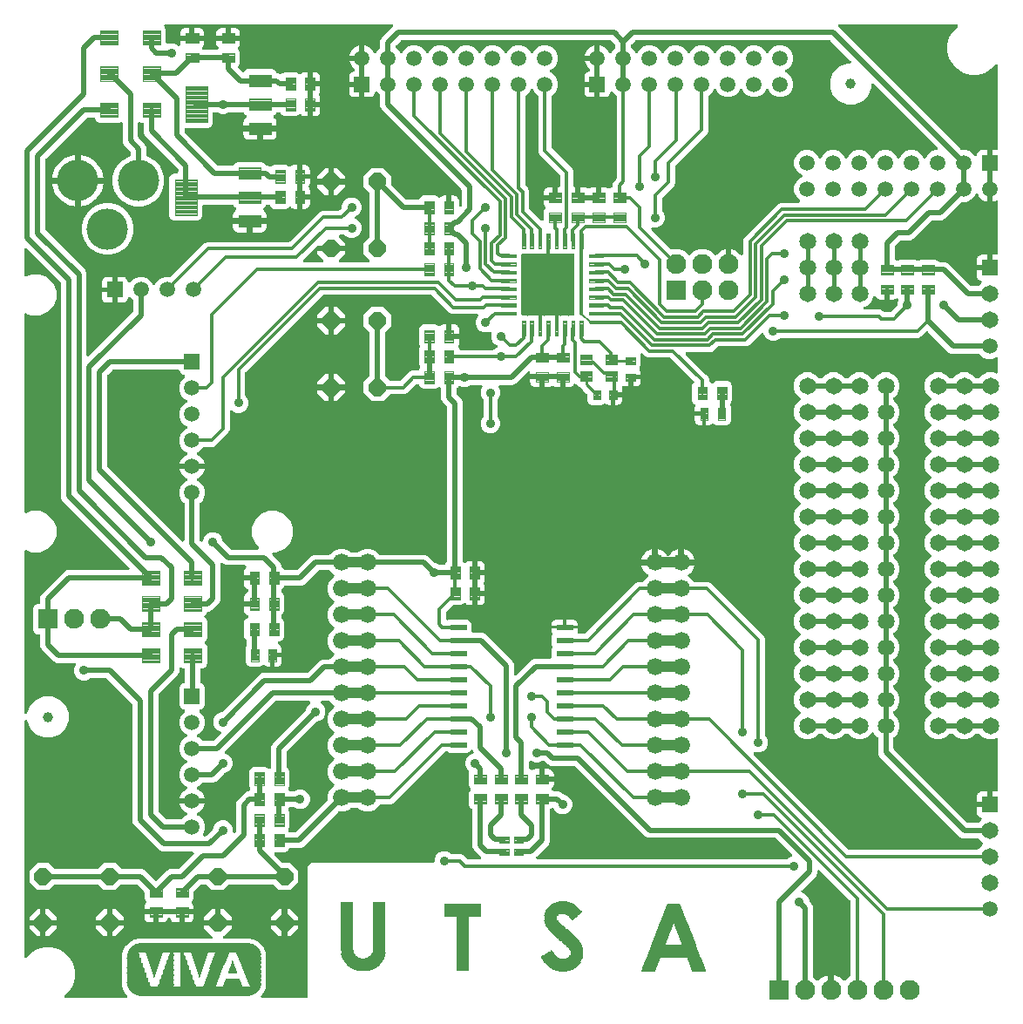
<source format=gbr>
G04 EAGLE Gerber RS-274X export*
G75*
%MOMM*%
%FSLAX34Y34*%
%LPD*%
%INTop Copper*%
%IPPOS*%
%AMOC8*
5,1,8,0,0,1.08239X$1,22.5*%
G01*
%ADD10R,1.930400X1.930400*%
%ADD11C,1.930400*%
%ADD12P,1.785944X8X22.500000*%
%ADD13C,1.000000*%
%ADD14C,0.000000*%
%ADD15C,1.676400*%
%ADD16C,1.016000*%
%ADD17R,0.480000X0.020000*%
%ADD18R,0.460000X0.020000*%
%ADD19R,0.820000X0.020000*%
%ADD20R,0.800000X0.020000*%
%ADD21R,1.060000X0.020000*%
%ADD22R,1.020000X0.020000*%
%ADD23R,1.260000X0.020000*%
%ADD24R,1.180000X0.020000*%
%ADD25R,1.420000X0.020000*%
%ADD26R,1.340000X0.020000*%
%ADD27R,1.540000X0.020000*%
%ADD28R,1.480000X0.020000*%
%ADD29R,1.660000X0.020000*%
%ADD30R,1.580000X0.020000*%
%ADD31R,1.780000X0.020000*%
%ADD32R,1.680000X0.020000*%
%ADD33R,1.880000X0.020000*%
%ADD34R,1.240000X0.020000*%
%ADD35R,1.280000X0.020000*%
%ADD36R,1.960000X0.020000*%
%ADD37R,2.060000X0.020000*%
%ADD38R,2.140000X0.020000*%
%ADD39R,2.040000X0.020000*%
%ADD40R,1.300000X0.020000*%
%ADD41R,2.200000X0.020000*%
%ADD42R,2.120000X0.020000*%
%ADD43R,2.280000X0.020000*%
%ADD44R,2.180000X0.020000*%
%ADD45R,2.360000X0.020000*%
%ADD46R,2.260000X0.020000*%
%ADD47R,2.440000X0.020000*%
%ADD48R,2.340000X0.020000*%
%ADD49R,2.480000X0.020000*%
%ADD50R,2.380000X0.020000*%
%ADD51R,2.540000X0.020000*%
%ADD52R,2.460000X0.020000*%
%ADD53R,2.600000X0.020000*%
%ADD54R,2.500000X0.020000*%
%ADD55R,2.660000X0.020000*%
%ADD56R,2.560000X0.020000*%
%ADD57R,2.720000X0.020000*%
%ADD58R,2.620000X0.020000*%
%ADD59R,2.760000X0.020000*%
%ADD60R,2.820000X0.020000*%
%ADD61R,2.700000X0.020000*%
%ADD62R,2.860000X0.020000*%
%ADD63R,2.900000X0.020000*%
%ADD64R,2.800000X0.020000*%
%ADD65R,2.980000X0.020000*%
%ADD66R,3.020000X0.020000*%
%ADD67R,3.060000X0.020000*%
%ADD68R,2.940000X0.020000*%
%ADD69R,3.100000X0.020000*%
%ADD70R,3.140000X0.020000*%
%ADD71R,3.180000X0.020000*%
%ADD72R,3.220000X0.020000*%
%ADD73R,3.080000X0.020000*%
%ADD74R,3.260000X0.020000*%
%ADD75R,3.120000X0.020000*%
%ADD76R,3.300000X0.020000*%
%ADD77R,3.160000X0.020000*%
%ADD78R,3.340000X0.020000*%
%ADD79R,3.200000X0.020000*%
%ADD80R,3.360000X0.020000*%
%ADD81R,3.240000X0.020000*%
%ADD82R,3.400000X0.020000*%
%ADD83R,3.280000X0.020000*%
%ADD84R,3.440000X0.020000*%
%ADD85R,3.460000X0.020000*%
%ADD86R,3.320000X0.020000*%
%ADD87R,3.500000X0.020000*%
%ADD88R,3.520000X0.020000*%
%ADD89R,3.560000X0.020000*%
%ADD90R,3.420000X0.020000*%
%ADD91R,3.580000X0.020000*%
%ADD92R,3.620000X0.020000*%
%ADD93R,3.480000X0.020000*%
%ADD94R,3.640000X0.020000*%
%ADD95R,3.680000X0.020000*%
%ADD96R,3.540000X0.020000*%
%ADD97R,3.700000X0.020000*%
%ADD98R,3.740000X0.020000*%
%ADD99R,3.600000X0.020000*%
%ADD100R,3.780000X0.020000*%
%ADD101R,3.800000X0.020000*%
%ADD102R,3.820000X0.020000*%
%ADD103R,3.860000X0.020000*%
%ADD104R,3.720000X0.020000*%
%ADD105R,3.900000X0.020000*%
%ADD106R,3.940000X0.020000*%
%ADD107R,3.980000X0.020000*%
%ADD108R,1.920000X0.020000*%
%ADD109R,1.820000X0.020000*%
%ADD110R,1.740000X0.020000*%
%ADD111R,1.800000X0.020000*%
%ADD112R,1.760000X0.020000*%
%ADD113R,1.600000X0.020000*%
%ADD114R,1.720000X0.020000*%
%ADD115R,1.700000X0.020000*%
%ADD116R,1.620000X0.020000*%
%ADD117R,1.500000X0.020000*%
%ADD118R,1.640000X0.020000*%
%ADD119R,1.440000X0.020000*%
%ADD120R,1.560000X0.020000*%
%ADD121R,1.460000X0.020000*%
%ADD122R,1.520000X0.020000*%
%ADD123R,1.380000X0.020000*%
%ADD124R,1.360000X0.020000*%
%ADD125R,1.400000X0.020000*%
%ADD126R,1.320000X0.020000*%
%ADD127R,1.220000X0.020000*%
%ADD128R,5.200000X0.020000*%
%ADD129R,1.160000X0.020000*%
%ADD130R,5.180000X0.020000*%
%ADD131R,1.120000X0.020000*%
%ADD132R,5.160000X0.020000*%
%ADD133R,1.080000X0.020000*%
%ADD134R,5.140000X0.020000*%
%ADD135R,0.980000X0.020000*%
%ADD136R,5.120000X0.020000*%
%ADD137R,0.920000X0.020000*%
%ADD138R,0.860000X0.020000*%
%ADD139R,5.080000X0.020000*%
%ADD140R,0.780000X0.020000*%
%ADD141R,1.200000X0.020000*%
%ADD142R,5.060000X0.020000*%
%ADD143R,0.720000X0.020000*%
%ADD144R,5.040000X0.020000*%
%ADD145R,0.680000X0.020000*%
%ADD146R,0.640000X0.020000*%
%ADD147R,5.000000X0.020000*%
%ADD148R,0.580000X0.020000*%
%ADD149R,0.540000X0.020000*%
%ADD150R,4.980000X0.020000*%
%ADD151R,0.500000X0.020000*%
%ADD152R,4.960000X0.020000*%
%ADD153R,0.400000X0.020000*%
%ADD154R,4.940000X0.020000*%
%ADD155R,0.360000X0.020000*%
%ADD156R,4.920000X0.020000*%
%ADD157R,0.320000X0.020000*%
%ADD158R,0.260000X0.020000*%
%ADD159R,4.880000X0.020000*%
%ADD160R,0.220000X0.020000*%
%ADD161R,0.180000X0.020000*%
%ADD162R,4.860000X0.020000*%
%ADD163R,0.140000X0.020000*%
%ADD164R,4.840000X0.020000*%
%ADD165R,0.080000X0.020000*%
%ADD166R,0.040000X0.020000*%
%ADD167R,4.800000X0.020000*%
%ADD168R,4.780000X0.020000*%
%ADD169R,4.760000X0.020000*%
%ADD170R,4.740000X0.020000*%
%ADD171R,4.720000X0.020000*%
%ADD172R,4.680000X0.020000*%
%ADD173R,4.660000X0.020000*%
%ADD174R,4.640000X0.020000*%
%ADD175R,4.600000X0.020000*%
%ADD176R,4.580000X0.020000*%
%ADD177R,4.560000X0.020000*%
%ADD178R,4.540000X0.020000*%
%ADD179R,4.520000X0.020000*%
%ADD180R,4.480000X0.020000*%
%ADD181R,4.460000X0.020000*%
%ADD182R,4.440000X0.020000*%
%ADD183R,4.400000X0.020000*%
%ADD184R,4.380000X0.020000*%
%ADD185R,4.360000X0.020000*%
%ADD186R,4.340000X0.020000*%
%ADD187R,4.320000X0.020000*%
%ADD188R,4.280000X0.020000*%
%ADD189R,1.840000X0.020000*%
%ADD190R,1.860000X0.020000*%
%ADD191R,1.900000X0.020000*%
%ADD192R,2.580000X0.020000*%
%ADD193R,0.020000X0.020000*%
%ADD194R,2.520000X0.020000*%
%ADD195R,0.120000X0.020000*%
%ADD196R,0.160000X0.020000*%
%ADD197R,0.300000X0.020000*%
%ADD198R,2.420000X0.020000*%
%ADD199R,0.340000X0.020000*%
%ADD200R,2.400000X0.020000*%
%ADD201R,0.380000X0.020000*%
%ADD202R,0.420000X0.020000*%
%ADD203R,2.320000X0.020000*%
%ADD204R,0.620000X0.020000*%
%ADD205R,2.300000X0.020000*%
%ADD206R,0.760000X0.020000*%
%ADD207R,2.240000X0.020000*%
%ADD208R,0.840000X0.020000*%
%ADD209R,2.220000X0.020000*%
%ADD210R,0.900000X0.020000*%
%ADD211R,0.940000X0.020000*%
%ADD212R,2.160000X0.020000*%
%ADD213R,1.100000X0.020000*%
%ADD214R,2.100000X0.020000*%
%ADD215R,2.080000X0.020000*%
%ADD216R,2.020000X0.020000*%
%ADD217R,2.000000X0.020000*%
%ADD218R,1.980000X0.020000*%
%ADD219R,1.940000X0.020000*%
%ADD220R,3.380000X0.020000*%
%ADD221R,2.960000X0.020000*%
%ADD222R,2.920000X0.020000*%
%ADD223R,2.880000X0.020000*%
%ADD224R,2.840000X0.020000*%
%ADD225R,2.680000X0.020000*%
%ADD226C,0.304800*%
%ADD227C,0.750000*%
%ADD228R,1.500000X1.500000*%
%ADD229C,1.500000*%
%ADD230C,0.100000*%
%ADD231C,1.650000*%
%ADD232C,0.104000*%
%ADD233C,0.098000*%
%ADD234P,1.785944X8X292.500000*%
%ADD235R,10.795000X0.012700*%
%ADD236R,10.909300X0.012700*%
%ADD237R,11.036300X0.012700*%
%ADD238R,11.137900X0.012700*%
%ADD239R,11.201400X0.012700*%
%ADD240R,11.277600X0.012700*%
%ADD241R,11.366500X0.012700*%
%ADD242R,11.417300X0.012700*%
%ADD243R,11.480800X0.012700*%
%ADD244R,11.531600X0.012700*%
%ADD245R,11.569700X0.012700*%
%ADD246R,11.645900X0.012700*%
%ADD247R,11.684000X0.012700*%
%ADD248R,11.734800X0.012700*%
%ADD249R,11.760200X0.012700*%
%ADD250R,11.811000X0.012700*%
%ADD251R,11.861800X0.012700*%
%ADD252R,11.887200X0.012700*%
%ADD253R,11.925300X0.012700*%
%ADD254R,11.963400X0.012700*%
%ADD255R,11.988800X0.012700*%
%ADD256R,12.014200X0.012700*%
%ADD257R,12.065000X0.012700*%
%ADD258R,12.090400X0.012700*%
%ADD259R,12.115800X0.012700*%
%ADD260R,12.153900X0.012700*%
%ADD261R,12.179300X0.012700*%
%ADD262R,12.204700X0.012700*%
%ADD263R,12.230100X0.012700*%
%ADD264R,12.255500X0.012700*%
%ADD265R,12.280900X0.012700*%
%ADD266R,12.306300X0.012700*%
%ADD267R,12.331700X0.012700*%
%ADD268R,12.357100X0.012700*%
%ADD269R,12.369800X0.012700*%
%ADD270R,12.395200X0.012700*%
%ADD271R,12.420600X0.012700*%
%ADD272R,12.446000X0.012700*%
%ADD273R,12.458700X0.012700*%
%ADD274R,12.471400X0.012700*%
%ADD275R,12.496800X0.012700*%
%ADD276R,12.522200X0.012700*%
%ADD277R,12.534900X0.012700*%
%ADD278R,12.547600X0.012700*%
%ADD279R,12.573000X0.012700*%
%ADD280R,12.585700X0.012700*%
%ADD281R,12.598400X0.012700*%
%ADD282R,12.623800X0.012700*%
%ADD283R,12.649200X0.012700*%
%ADD284R,12.674600X0.012700*%
%ADD285R,12.687300X0.012700*%
%ADD286R,12.712700X0.012700*%
%ADD287R,12.725400X0.012700*%
%ADD288R,12.750800X0.012700*%
%ADD289R,12.763500X0.012700*%
%ADD290R,12.776200X0.012700*%
%ADD291R,12.788900X0.012700*%
%ADD292R,12.801600X0.012700*%
%ADD293R,12.827000X0.012700*%
%ADD294R,12.839700X0.012700*%
%ADD295R,2.184400X0.012700*%
%ADD296R,1.536700X0.012700*%
%ADD297R,1.511300X0.012700*%
%ADD298R,1.219200X0.012700*%
%ADD299R,1.905000X0.012700*%
%ADD300R,0.990600X0.012700*%
%ADD301R,1.524000X0.012700*%
%ADD302R,1.485900X0.012700*%
%ADD303R,1.206500X0.012700*%
%ADD304R,1.892300X0.012700*%
%ADD305R,2.171700X0.012700*%
%ADD306R,1.473200X0.012700*%
%ADD307R,1.879600X0.012700*%
%ADD308R,1.003300X0.012700*%
%ADD309R,1.866900X0.012700*%
%ADD310R,1.028700X0.012700*%
%ADD311R,1.460500X0.012700*%
%ADD312R,1.854200X0.012700*%
%ADD313R,1.041400X0.012700*%
%ADD314R,1.498600X0.012700*%
%ADD315R,1.841500X0.012700*%
%ADD316R,1.054100X0.012700*%
%ADD317R,1.828800X0.012700*%
%ADD318R,1.066800X0.012700*%
%ADD319R,1.447800X0.012700*%
%ADD320R,1.816100X0.012700*%
%ADD321R,1.435100X0.012700*%
%ADD322R,1.803400X0.012700*%
%ADD323R,1.092200X0.012700*%
%ADD324R,1.790700X0.012700*%
%ADD325R,1.778000X0.012700*%
%ADD326R,1.104900X0.012700*%
%ADD327R,1.422400X0.012700*%
%ADD328R,2.159000X0.012700*%
%ADD329R,1.765300X0.012700*%
%ADD330R,1.752600X0.012700*%
%ADD331R,1.117600X0.012700*%
%ADD332R,1.409700X0.012700*%
%ADD333R,1.739900X0.012700*%
%ADD334R,1.130300X0.012700*%
%ADD335R,1.143000X0.012700*%
%ADD336R,1.397000X0.012700*%
%ADD337R,1.727200X0.012700*%
%ADD338R,1.714500X0.012700*%
%ADD339R,1.155700X0.012700*%
%ADD340R,1.701800X0.012700*%
%ADD341R,1.168400X0.012700*%
%ADD342R,2.146300X0.012700*%
%ADD343R,1.384300X0.012700*%
%ADD344R,1.689100X0.012700*%
%ADD345R,1.181100X0.012700*%
%ADD346R,2.133600X0.012700*%
%ADD347R,1.676400X0.012700*%
%ADD348R,1.371600X0.012700*%
%ADD349R,1.663700X0.012700*%
%ADD350R,1.193800X0.012700*%
%ADD351R,1.358900X0.012700*%
%ADD352R,1.651000X0.012700*%
%ADD353R,1.638300X0.012700*%
%ADD354R,1.625600X0.012700*%
%ADD355R,2.120900X0.012700*%
%ADD356R,1.346200X0.012700*%
%ADD357R,1.612900X0.012700*%
%ADD358R,2.108200X0.012700*%
%ADD359R,1.587500X0.012700*%
%ADD360R,1.231900X0.012700*%
%ADD361R,1.333500X0.012700*%
%ADD362R,1.562100X0.012700*%
%ADD363R,2.095500X0.012700*%
%ADD364R,1.320800X0.012700*%
%ADD365R,1.244600X0.012700*%
%ADD366R,1.549400X0.012700*%
%ADD367R,2.082800X0.012700*%
%ADD368R,1.257300X0.012700*%
%ADD369R,1.308100X0.012700*%
%ADD370R,2.070100X0.012700*%
%ADD371R,1.270000X0.012700*%
%ADD372R,1.295400X0.012700*%
%ADD373R,2.057400X0.012700*%
%ADD374R,1.282700X0.012700*%
%ADD375R,2.044700X0.012700*%
%ADD376R,2.032000X0.012700*%
%ADD377R,2.019300X0.012700*%
%ADD378R,2.006600X0.012700*%
%ADD379R,1.993900X0.012700*%
%ADD380R,1.981200X0.012700*%
%ADD381R,1.968500X0.012700*%
%ADD382R,1.955800X0.012700*%
%ADD383R,1.943100X0.012700*%
%ADD384R,0.012700X0.012700*%
%ADD385R,0.025400X0.012700*%
%ADD386R,1.930400X0.012700*%
%ADD387R,0.038100X0.012700*%
%ADD388R,0.050800X0.012700*%
%ADD389R,1.917700X0.012700*%
%ADD390R,0.063500X0.012700*%
%ADD391R,0.076200X0.012700*%
%ADD392R,0.088900X0.012700*%
%ADD393R,0.101600X0.012700*%
%ADD394R,0.114300X0.012700*%
%ADD395R,0.127000X0.012700*%
%ADD396R,0.152400X0.012700*%
%ADD397R,0.177800X0.012700*%
%ADD398R,0.165100X0.012700*%
%ADD399R,1.079500X0.012700*%
%ADD400R,0.190500X0.012700*%
%ADD401R,0.203200X0.012700*%
%ADD402R,0.215900X0.012700*%
%ADD403R,0.228600X0.012700*%
%ADD404R,0.241300X0.012700*%
%ADD405R,0.254000X0.012700*%
%ADD406R,0.266700X0.012700*%
%ADD407R,0.279400X0.012700*%
%ADD408R,1.574800X0.012700*%
%ADD409R,0.292100X0.012700*%
%ADD410R,1.016000X0.012700*%
%ADD411R,0.304800X0.012700*%
%ADD412R,0.914400X0.012700*%
%ADD413R,0.317500X0.012700*%
%ADD414R,0.330200X0.012700*%
%ADD415R,0.889000X0.012700*%
%ADD416R,1.600200X0.012700*%
%ADD417R,0.342900X0.012700*%
%ADD418R,0.876300X0.012700*%
%ADD419R,0.355600X0.012700*%
%ADD420R,0.863600X0.012700*%
%ADD421R,0.368300X0.012700*%
%ADD422R,0.850900X0.012700*%
%ADD423R,0.977900X0.012700*%
%ADD424R,0.381000X0.012700*%
%ADD425R,0.838200X0.012700*%
%ADD426R,0.812800X0.012700*%
%ADD427R,0.406400X0.012700*%
%ADD428R,0.965200X0.012700*%
%ADD429R,0.800100X0.012700*%
%ADD430R,0.419100X0.012700*%
%ADD431R,0.952500X0.012700*%
%ADD432R,0.787400X0.012700*%
%ADD433R,0.431800X0.012700*%
%ADD434R,0.774700X0.012700*%
%ADD435R,0.444500X0.012700*%
%ADD436R,0.939800X0.012700*%
%ADD437R,0.762000X0.012700*%
%ADD438R,0.457200X0.012700*%
%ADD439R,0.736600X0.012700*%
%ADD440R,0.927100X0.012700*%
%ADD441R,0.482600X0.012700*%
%ADD442R,0.723900X0.012700*%
%ADD443R,0.711200X0.012700*%
%ADD444R,0.495300X0.012700*%
%ADD445R,0.698500X0.012700*%
%ADD446R,0.508000X0.012700*%
%ADD447R,0.901700X0.012700*%
%ADD448R,0.685800X0.012700*%
%ADD449R,0.520700X0.012700*%
%ADD450R,0.533400X0.012700*%
%ADD451R,0.660400X0.012700*%
%ADD452R,0.546100X0.012700*%
%ADD453R,0.647700X0.012700*%
%ADD454R,0.558800X0.012700*%
%ADD455R,0.635000X0.012700*%
%ADD456R,0.571500X0.012700*%
%ADD457R,0.622300X0.012700*%
%ADD458R,0.596900X0.012700*%
%ADD459R,0.584200X0.012700*%
%ADD460R,0.609600X0.012700*%
%ADD461R,0.825500X0.012700*%
%ADD462R,0.673100X0.012700*%
%ADD463R,0.469900X0.012700*%
%ADD464R,0.749300X0.012700*%
%ADD465R,0.393700X0.012700*%
%ADD466R,0.139700X0.012700*%
%ADD467R,2.197100X0.012700*%
%ADD468R,2.209800X0.012700*%
%ADD469R,2.222500X0.012700*%
%ADD470R,2.235200X0.012700*%
%ADD471R,2.247900X0.012700*%
%ADD472R,2.260600X0.012700*%
%ADD473R,2.273300X0.012700*%
%ADD474R,2.286000X0.012700*%
%ADD475R,2.298700X0.012700*%
%ADD476R,2.311400X0.012700*%
%ADD477R,2.324100X0.012700*%
%ADD478R,2.336800X0.012700*%
%ADD479R,12.852400X0.012700*%
%ADD480R,12.700000X0.012700*%
%ADD481R,12.661900X0.012700*%
%ADD482R,12.611100X0.012700*%
%ADD483R,12.509500X0.012700*%
%ADD484R,12.433300X0.012700*%
%ADD485R,12.407900X0.012700*%
%ADD486R,12.382500X0.012700*%
%ADD487R,12.344400X0.012700*%
%ADD488R,12.319000X0.012700*%
%ADD489R,12.293600X0.012700*%
%ADD490R,12.268200X0.012700*%
%ADD491R,12.242800X0.012700*%
%ADD492R,12.217400X0.012700*%
%ADD493R,12.192000X0.012700*%
%ADD494R,12.166600X0.012700*%
%ADD495R,12.141200X0.012700*%
%ADD496R,12.103100X0.012700*%
%ADD497R,12.077700X0.012700*%
%ADD498R,12.052300X0.012700*%
%ADD499R,11.938000X0.012700*%
%ADD500R,11.899900X0.012700*%
%ADD501R,11.874500X0.012700*%
%ADD502R,11.836400X0.012700*%
%ADD503R,11.798300X0.012700*%
%ADD504R,11.722100X0.012700*%
%ADD505R,11.671300X0.012700*%
%ADD506R,11.607800X0.012700*%
%ADD507R,11.506200X0.012700*%
%ADD508R,11.455400X0.012700*%
%ADD509R,11.328400X0.012700*%
%ADD510R,11.252200X0.012700*%
%ADD511R,11.099800X0.012700*%
%ADD512R,10.972800X0.012700*%
%ADD513R,10.896600X0.012700*%
%ADD514R,10.693400X0.012700*%
%ADD515C,4.000000*%
%ADD516C,0.097519*%
%ADD517C,0.110000*%
%ADD518C,0.105000*%
%ADD519C,0.900000*%
%ADD520C,0.500000*%
%ADD521C,0.300000*%
%ADD522C,0.200000*%
%ADD523C,0.250000*%
%ADD524C,0.406400*%

G36*
X952435Y170711D02*
X952435Y170711D01*
X952523Y170711D01*
X952607Y170731D01*
X952692Y170741D01*
X952774Y170770D01*
X952859Y170791D01*
X952936Y170829D01*
X953017Y170858D01*
X953091Y170906D01*
X953169Y170945D01*
X953235Y171000D01*
X953307Y171047D01*
X953367Y171110D01*
X953434Y171166D01*
X953486Y171235D01*
X953545Y171297D01*
X953590Y171372D01*
X953642Y171443D01*
X953706Y171571D01*
X953720Y171595D01*
X953724Y171607D01*
X953734Y171626D01*
X953767Y171706D01*
X957494Y175433D01*
X957691Y175515D01*
X957782Y175566D01*
X957877Y175608D01*
X957932Y175650D01*
X957993Y175683D01*
X958070Y175754D01*
X958153Y175816D01*
X958197Y175870D01*
X958248Y175916D01*
X958307Y176002D01*
X958374Y176083D01*
X958405Y176144D01*
X958444Y176201D01*
X958481Y176299D01*
X958528Y176392D01*
X958543Y176459D01*
X958568Y176524D01*
X958583Y176627D01*
X958606Y176729D01*
X958606Y176798D01*
X958616Y176866D01*
X958606Y176970D01*
X958606Y177075D01*
X958590Y177142D01*
X958584Y177211D01*
X958551Y177309D01*
X958526Y177411D01*
X958496Y177473D01*
X958474Y177538D01*
X958419Y177627D01*
X958372Y177720D01*
X958328Y177773D01*
X958291Y177832D01*
X958217Y177906D01*
X958151Y177986D01*
X958095Y178027D01*
X958047Y178076D01*
X957958Y178131D01*
X957874Y178194D01*
X957781Y178240D01*
X957752Y178258D01*
X957731Y178265D01*
X957691Y178285D01*
X957494Y178367D01*
X954201Y181660D01*
X954091Y181747D01*
X953986Y181838D01*
X953956Y181854D01*
X953929Y181875D01*
X953803Y181934D01*
X953680Y181999D01*
X953647Y182007D01*
X953616Y182022D01*
X953480Y182050D01*
X953345Y182085D01*
X953300Y182088D01*
X953278Y182093D01*
X953244Y182092D01*
X953140Y182099D01*
X938908Y182099D01*
X936151Y183241D01*
X857641Y261751D01*
X856499Y264508D01*
X856499Y279540D01*
X856483Y279678D01*
X856473Y279818D01*
X856463Y279850D01*
X856459Y279884D01*
X856412Y280015D01*
X856371Y280148D01*
X856353Y280177D01*
X856342Y280209D01*
X856266Y280326D01*
X856195Y280446D01*
X856165Y280480D01*
X856153Y280499D01*
X856129Y280522D01*
X856060Y280601D01*
X852767Y283894D01*
X852685Y284091D01*
X852634Y284182D01*
X852592Y284277D01*
X852551Y284332D01*
X852517Y284393D01*
X852447Y284470D01*
X852384Y284553D01*
X852331Y284597D01*
X852284Y284648D01*
X852198Y284707D01*
X852118Y284774D01*
X852056Y284804D01*
X851999Y284844D01*
X851901Y284881D01*
X851808Y284928D01*
X851741Y284943D01*
X851676Y284968D01*
X851573Y284983D01*
X851471Y285006D01*
X851402Y285006D01*
X851334Y285016D01*
X851230Y285006D01*
X851126Y285006D01*
X851058Y284990D01*
X850990Y284984D01*
X850891Y284951D01*
X850789Y284927D01*
X850727Y284896D01*
X850662Y284874D01*
X850573Y284819D01*
X850480Y284772D01*
X850427Y284728D01*
X850368Y284691D01*
X850294Y284617D01*
X850214Y284551D01*
X850173Y284496D01*
X850124Y284447D01*
X850069Y284358D01*
X850006Y284274D01*
X849960Y284181D01*
X849942Y284152D01*
X849935Y284131D01*
X849915Y284091D01*
X849833Y283894D01*
X846106Y280167D01*
X841236Y278149D01*
X835964Y278149D01*
X831094Y280167D01*
X827800Y283460D01*
X827691Y283547D01*
X827586Y283638D01*
X827556Y283654D01*
X827529Y283675D01*
X827403Y283734D01*
X827280Y283799D01*
X827247Y283807D01*
X827216Y283822D01*
X827080Y283850D01*
X826945Y283885D01*
X826900Y283888D01*
X826878Y283893D01*
X826844Y283892D01*
X826740Y283899D01*
X825060Y283899D01*
X824921Y283883D01*
X824782Y283873D01*
X824750Y283863D01*
X824716Y283859D01*
X824585Y283812D01*
X824452Y283771D01*
X824423Y283753D01*
X824391Y283742D01*
X824274Y283666D01*
X824154Y283595D01*
X824120Y283565D01*
X824101Y283553D01*
X824078Y283529D01*
X824000Y283460D01*
X820706Y280167D01*
X815836Y278149D01*
X810564Y278149D01*
X805694Y280167D01*
X802400Y283460D01*
X802291Y283547D01*
X802186Y283638D01*
X802156Y283654D01*
X802129Y283675D01*
X802003Y283734D01*
X801880Y283799D01*
X801847Y283807D01*
X801816Y283822D01*
X801680Y283850D01*
X801545Y283885D01*
X801500Y283888D01*
X801478Y283893D01*
X801444Y283892D01*
X801340Y283899D01*
X799660Y283899D01*
X799521Y283883D01*
X799382Y283873D01*
X799350Y283863D01*
X799316Y283859D01*
X799185Y283812D01*
X799052Y283771D01*
X799023Y283753D01*
X798991Y283742D01*
X798874Y283666D01*
X798754Y283595D01*
X798720Y283565D01*
X798701Y283553D01*
X798678Y283529D01*
X798600Y283460D01*
X795306Y280167D01*
X790436Y278149D01*
X785164Y278149D01*
X780294Y280167D01*
X776567Y283894D01*
X774549Y288764D01*
X774549Y294036D01*
X776567Y298906D01*
X780294Y302633D01*
X780491Y302715D01*
X780582Y302766D01*
X780677Y302808D01*
X780732Y302849D01*
X780793Y302883D01*
X780870Y302953D01*
X780953Y303016D01*
X780997Y303070D01*
X781048Y303116D01*
X781107Y303202D01*
X781174Y303282D01*
X781204Y303344D01*
X781244Y303401D01*
X781281Y303499D01*
X781328Y303592D01*
X781343Y303659D01*
X781368Y303724D01*
X781383Y303827D01*
X781406Y303929D01*
X781406Y303998D01*
X781416Y304066D01*
X781406Y304170D01*
X781406Y304274D01*
X781390Y304342D01*
X781384Y304410D01*
X781350Y304509D01*
X781326Y304611D01*
X781296Y304673D01*
X781274Y304738D01*
X781218Y304827D01*
X781172Y304920D01*
X781128Y304973D01*
X781091Y305032D01*
X781017Y305106D01*
X780951Y305186D01*
X780895Y305227D01*
X780847Y305276D01*
X780758Y305331D01*
X780674Y305394D01*
X780581Y305440D01*
X780552Y305458D01*
X780531Y305465D01*
X780491Y305485D01*
X780294Y305567D01*
X776567Y309294D01*
X774549Y314164D01*
X774549Y319436D01*
X776567Y324306D01*
X780294Y328033D01*
X780491Y328115D01*
X780582Y328166D01*
X780677Y328208D01*
X780732Y328249D01*
X780793Y328283D01*
X780870Y328353D01*
X780953Y328416D01*
X780997Y328470D01*
X781048Y328516D01*
X781107Y328602D01*
X781174Y328682D01*
X781204Y328744D01*
X781244Y328801D01*
X781281Y328899D01*
X781328Y328992D01*
X781343Y329059D01*
X781368Y329124D01*
X781383Y329227D01*
X781406Y329329D01*
X781406Y329398D01*
X781416Y329466D01*
X781406Y329570D01*
X781406Y329674D01*
X781390Y329742D01*
X781384Y329810D01*
X781350Y329909D01*
X781326Y330011D01*
X781296Y330073D01*
X781274Y330138D01*
X781218Y330227D01*
X781172Y330320D01*
X781128Y330373D01*
X781091Y330432D01*
X781017Y330506D01*
X780951Y330586D01*
X780895Y330627D01*
X780847Y330676D01*
X780758Y330731D01*
X780674Y330794D01*
X780581Y330840D01*
X780552Y330858D01*
X780531Y330865D01*
X780491Y330885D01*
X780294Y330967D01*
X776567Y334694D01*
X774549Y339564D01*
X774549Y344836D01*
X776567Y349706D01*
X780294Y353433D01*
X780491Y353515D01*
X780582Y353566D01*
X780677Y353608D01*
X780732Y353650D01*
X780793Y353683D01*
X780870Y353753D01*
X780953Y353816D01*
X780997Y353870D01*
X781048Y353916D01*
X781107Y354002D01*
X781174Y354083D01*
X781205Y354144D01*
X781244Y354201D01*
X781281Y354299D01*
X781328Y354392D01*
X781343Y354459D01*
X781368Y354524D01*
X781383Y354627D01*
X781406Y354729D01*
X781406Y354798D01*
X781416Y354866D01*
X781406Y354970D01*
X781406Y355075D01*
X781390Y355142D01*
X781384Y355211D01*
X781350Y355309D01*
X781326Y355411D01*
X781296Y355473D01*
X781274Y355538D01*
X781219Y355627D01*
X781172Y355720D01*
X781128Y355773D01*
X781091Y355832D01*
X781017Y355906D01*
X780951Y355986D01*
X780895Y356028D01*
X780847Y356076D01*
X780758Y356131D01*
X780674Y356194D01*
X780581Y356240D01*
X780552Y356258D01*
X780531Y356265D01*
X780491Y356285D01*
X780294Y356367D01*
X776567Y360094D01*
X774549Y364964D01*
X774549Y370236D01*
X776567Y375106D01*
X780294Y378833D01*
X780491Y378915D01*
X780582Y378966D01*
X780677Y379008D01*
X780732Y379050D01*
X780793Y379083D01*
X780870Y379154D01*
X780953Y379216D01*
X780997Y379270D01*
X781048Y379316D01*
X781107Y379402D01*
X781174Y379483D01*
X781205Y379544D01*
X781244Y379601D01*
X781281Y379699D01*
X781328Y379792D01*
X781343Y379859D01*
X781368Y379924D01*
X781383Y380027D01*
X781406Y380129D01*
X781406Y380198D01*
X781416Y380266D01*
X781406Y380370D01*
X781406Y380475D01*
X781390Y380542D01*
X781384Y380611D01*
X781351Y380709D01*
X781326Y380811D01*
X781296Y380873D01*
X781274Y380938D01*
X781219Y381027D01*
X781172Y381120D01*
X781128Y381173D01*
X781091Y381232D01*
X781017Y381306D01*
X780951Y381386D01*
X780895Y381427D01*
X780847Y381476D01*
X780758Y381531D01*
X780674Y381594D01*
X780581Y381640D01*
X780552Y381658D01*
X780531Y381665D01*
X780491Y381685D01*
X780294Y381767D01*
X776567Y385494D01*
X774549Y390364D01*
X774549Y395636D01*
X776567Y400506D01*
X780294Y404233D01*
X780491Y404315D01*
X780582Y404366D01*
X780677Y404408D01*
X780732Y404449D01*
X780793Y404483D01*
X780870Y404553D01*
X780953Y404616D01*
X780997Y404669D01*
X781048Y404716D01*
X781107Y404802D01*
X781174Y404882D01*
X781204Y404944D01*
X781244Y405001D01*
X781281Y405099D01*
X781328Y405192D01*
X781343Y405259D01*
X781368Y405324D01*
X781383Y405427D01*
X781406Y405529D01*
X781406Y405598D01*
X781416Y405666D01*
X781406Y405770D01*
X781406Y405874D01*
X781390Y405942D01*
X781384Y406010D01*
X781351Y406109D01*
X781327Y406211D01*
X781296Y406273D01*
X781274Y406338D01*
X781219Y406427D01*
X781172Y406520D01*
X781128Y406573D01*
X781091Y406632D01*
X781017Y406706D01*
X780951Y406786D01*
X780896Y406827D01*
X780847Y406876D01*
X780758Y406931D01*
X780674Y406994D01*
X780581Y407040D01*
X780552Y407058D01*
X780531Y407065D01*
X780491Y407085D01*
X780294Y407167D01*
X776567Y410894D01*
X774549Y415764D01*
X774549Y421036D01*
X776567Y425906D01*
X780294Y429633D01*
X780491Y429715D01*
X780582Y429766D01*
X780677Y429808D01*
X780732Y429849D01*
X780793Y429883D01*
X780870Y429953D01*
X780953Y430016D01*
X780997Y430069D01*
X781048Y430116D01*
X781107Y430202D01*
X781174Y430282D01*
X781204Y430344D01*
X781244Y430401D01*
X781281Y430499D01*
X781328Y430592D01*
X781343Y430659D01*
X781368Y430724D01*
X781383Y430827D01*
X781406Y430929D01*
X781406Y430998D01*
X781416Y431066D01*
X781406Y431170D01*
X781406Y431274D01*
X781390Y431342D01*
X781384Y431410D01*
X781351Y431509D01*
X781327Y431611D01*
X781296Y431673D01*
X781274Y431738D01*
X781219Y431827D01*
X781172Y431920D01*
X781128Y431973D01*
X781091Y432032D01*
X781017Y432106D01*
X780951Y432186D01*
X780896Y432227D01*
X780847Y432276D01*
X780758Y432331D01*
X780674Y432394D01*
X780581Y432440D01*
X780552Y432458D01*
X780531Y432465D01*
X780491Y432485D01*
X780294Y432567D01*
X776567Y436294D01*
X774549Y441164D01*
X774549Y446436D01*
X776567Y451306D01*
X780294Y455033D01*
X780491Y455115D01*
X780582Y455166D01*
X780677Y455208D01*
X780732Y455249D01*
X780793Y455283D01*
X780870Y455353D01*
X780953Y455416D01*
X780997Y455469D01*
X781048Y455516D01*
X781107Y455602D01*
X781174Y455682D01*
X781204Y455744D01*
X781244Y455801D01*
X781281Y455899D01*
X781328Y455992D01*
X781343Y456059D01*
X781368Y456124D01*
X781383Y456227D01*
X781406Y456329D01*
X781406Y456398D01*
X781416Y456466D01*
X781406Y456570D01*
X781406Y456674D01*
X781390Y456742D01*
X781384Y456810D01*
X781351Y456909D01*
X781327Y457011D01*
X781296Y457073D01*
X781274Y457138D01*
X781219Y457227D01*
X781172Y457320D01*
X781128Y457373D01*
X781091Y457432D01*
X781017Y457506D01*
X780951Y457586D01*
X780896Y457627D01*
X780847Y457676D01*
X780758Y457731D01*
X780674Y457794D01*
X780581Y457840D01*
X780552Y457858D01*
X780531Y457865D01*
X780491Y457885D01*
X780294Y457967D01*
X776567Y461694D01*
X774549Y466564D01*
X774549Y471836D01*
X776567Y476706D01*
X780294Y480433D01*
X780491Y480515D01*
X780582Y480566D01*
X780677Y480608D01*
X780732Y480649D01*
X780793Y480683D01*
X780870Y480753D01*
X780953Y480816D01*
X780997Y480869D01*
X781048Y480916D01*
X781107Y481002D01*
X781174Y481082D01*
X781204Y481144D01*
X781244Y481201D01*
X781281Y481299D01*
X781328Y481392D01*
X781343Y481459D01*
X781368Y481524D01*
X781383Y481627D01*
X781406Y481729D01*
X781406Y481798D01*
X781416Y481866D01*
X781406Y481970D01*
X781406Y482074D01*
X781390Y482142D01*
X781384Y482210D01*
X781351Y482309D01*
X781327Y482411D01*
X781296Y482473D01*
X781274Y482538D01*
X781219Y482627D01*
X781172Y482720D01*
X781128Y482773D01*
X781091Y482832D01*
X781017Y482906D01*
X780951Y482986D01*
X780896Y483027D01*
X780847Y483076D01*
X780758Y483131D01*
X780674Y483194D01*
X780581Y483240D01*
X780552Y483258D01*
X780531Y483265D01*
X780491Y483285D01*
X780294Y483367D01*
X776567Y487094D01*
X774549Y491964D01*
X774549Y497236D01*
X776567Y502106D01*
X780294Y505833D01*
X780491Y505915D01*
X780582Y505966D01*
X780677Y506008D01*
X780732Y506049D01*
X780793Y506083D01*
X780870Y506153D01*
X780953Y506216D01*
X780997Y506270D01*
X781048Y506316D01*
X781107Y506402D01*
X781174Y506482D01*
X781204Y506544D01*
X781244Y506601D01*
X781281Y506699D01*
X781328Y506792D01*
X781343Y506859D01*
X781368Y506924D01*
X781383Y507027D01*
X781406Y507129D01*
X781406Y507198D01*
X781416Y507266D01*
X781406Y507370D01*
X781406Y507474D01*
X781390Y507542D01*
X781384Y507610D01*
X781350Y507709D01*
X781326Y507811D01*
X781296Y507873D01*
X781274Y507938D01*
X781218Y508027D01*
X781172Y508120D01*
X781128Y508173D01*
X781091Y508232D01*
X781017Y508306D01*
X780951Y508386D01*
X780895Y508427D01*
X780847Y508476D01*
X780758Y508531D01*
X780674Y508594D01*
X780581Y508640D01*
X780552Y508658D01*
X780531Y508665D01*
X780491Y508685D01*
X780294Y508767D01*
X776567Y512494D01*
X774549Y517364D01*
X774549Y522636D01*
X776567Y527506D01*
X780294Y531233D01*
X780491Y531315D01*
X780582Y531366D01*
X780677Y531408D01*
X780732Y531449D01*
X780793Y531483D01*
X780870Y531553D01*
X780953Y531616D01*
X780997Y531670D01*
X781048Y531716D01*
X781107Y531802D01*
X781174Y531882D01*
X781204Y531944D01*
X781244Y532001D01*
X781281Y532099D01*
X781328Y532192D01*
X781343Y532259D01*
X781368Y532324D01*
X781383Y532427D01*
X781406Y532529D01*
X781406Y532598D01*
X781416Y532666D01*
X781406Y532770D01*
X781406Y532874D01*
X781390Y532942D01*
X781384Y533010D01*
X781350Y533109D01*
X781326Y533211D01*
X781296Y533273D01*
X781274Y533338D01*
X781218Y533427D01*
X781172Y533520D01*
X781128Y533573D01*
X781091Y533632D01*
X781017Y533706D01*
X780951Y533786D01*
X780895Y533827D01*
X780847Y533876D01*
X780758Y533931D01*
X780674Y533994D01*
X780581Y534040D01*
X780552Y534058D01*
X780531Y534065D01*
X780491Y534085D01*
X780294Y534167D01*
X776567Y537894D01*
X774549Y542764D01*
X774549Y548036D01*
X776567Y552906D01*
X780294Y556633D01*
X780491Y556715D01*
X780582Y556766D01*
X780677Y556808D01*
X780732Y556849D01*
X780793Y556883D01*
X780870Y556953D01*
X780953Y557016D01*
X780997Y557070D01*
X781048Y557116D01*
X781107Y557202D01*
X781174Y557282D01*
X781204Y557344D01*
X781244Y557401D01*
X781281Y557499D01*
X781328Y557592D01*
X781343Y557659D01*
X781368Y557724D01*
X781383Y557827D01*
X781406Y557929D01*
X781406Y557998D01*
X781416Y558066D01*
X781406Y558170D01*
X781406Y558274D01*
X781390Y558342D01*
X781384Y558410D01*
X781350Y558509D01*
X781326Y558611D01*
X781296Y558673D01*
X781274Y558738D01*
X781218Y558827D01*
X781172Y558920D01*
X781128Y558973D01*
X781091Y559032D01*
X781017Y559106D01*
X780951Y559186D01*
X780895Y559227D01*
X780847Y559276D01*
X780758Y559331D01*
X780674Y559394D01*
X780581Y559440D01*
X780552Y559458D01*
X780531Y559465D01*
X780491Y559485D01*
X780294Y559567D01*
X776567Y563294D01*
X774549Y568164D01*
X774549Y573436D01*
X776567Y578306D01*
X780294Y582033D01*
X780491Y582115D01*
X780582Y582166D01*
X780677Y582208D01*
X780732Y582249D01*
X780793Y582283D01*
X780870Y582353D01*
X780953Y582416D01*
X780997Y582470D01*
X781048Y582516D01*
X781107Y582602D01*
X781174Y582682D01*
X781204Y582744D01*
X781244Y582801D01*
X781281Y582899D01*
X781328Y582992D01*
X781343Y583059D01*
X781368Y583124D01*
X781383Y583227D01*
X781406Y583329D01*
X781406Y583398D01*
X781416Y583466D01*
X781406Y583570D01*
X781406Y583674D01*
X781390Y583742D01*
X781384Y583810D01*
X781350Y583909D01*
X781326Y584011D01*
X781296Y584073D01*
X781274Y584138D01*
X781218Y584227D01*
X781172Y584320D01*
X781128Y584373D01*
X781091Y584432D01*
X781017Y584506D01*
X780951Y584586D01*
X780895Y584627D01*
X780847Y584676D01*
X780758Y584731D01*
X780674Y584794D01*
X780581Y584840D01*
X780552Y584858D01*
X780531Y584865D01*
X780491Y584885D01*
X780294Y584967D01*
X776567Y588694D01*
X774549Y593564D01*
X774549Y598836D01*
X776567Y603706D01*
X780294Y607433D01*
X780491Y607515D01*
X780582Y607566D01*
X780677Y607608D01*
X780732Y607650D01*
X780793Y607683D01*
X780870Y607754D01*
X780953Y607816D01*
X780997Y607870D01*
X781048Y607916D01*
X781107Y608002D01*
X781174Y608083D01*
X781205Y608144D01*
X781244Y608201D01*
X781281Y608299D01*
X781328Y608392D01*
X781343Y608459D01*
X781368Y608524D01*
X781383Y608627D01*
X781406Y608729D01*
X781406Y608798D01*
X781416Y608866D01*
X781406Y608970D01*
X781406Y609075D01*
X781390Y609142D01*
X781384Y609211D01*
X781351Y609309D01*
X781326Y609411D01*
X781296Y609473D01*
X781274Y609538D01*
X781219Y609627D01*
X781172Y609720D01*
X781128Y609773D01*
X781091Y609832D01*
X781017Y609906D01*
X780951Y609986D01*
X780895Y610027D01*
X780847Y610076D01*
X780758Y610131D01*
X780674Y610194D01*
X780581Y610240D01*
X780552Y610258D01*
X780531Y610265D01*
X780491Y610285D01*
X780294Y610367D01*
X776567Y614094D01*
X774549Y618964D01*
X774549Y624236D01*
X776567Y629106D01*
X780294Y632833D01*
X785164Y634851D01*
X790436Y634851D01*
X795306Y632833D01*
X798599Y629540D01*
X798709Y629453D01*
X798814Y629362D01*
X798844Y629346D01*
X798871Y629325D01*
X798997Y629266D01*
X799120Y629201D01*
X799153Y629193D01*
X799184Y629178D01*
X799320Y629150D01*
X799455Y629115D01*
X799500Y629112D01*
X799522Y629107D01*
X799556Y629108D01*
X799660Y629101D01*
X801340Y629101D01*
X801479Y629117D01*
X801618Y629127D01*
X801650Y629137D01*
X801684Y629141D01*
X801815Y629188D01*
X801948Y629229D01*
X801977Y629247D01*
X802009Y629258D01*
X802126Y629334D01*
X802246Y629405D01*
X802280Y629435D01*
X802299Y629447D01*
X802322Y629471D01*
X802401Y629540D01*
X805694Y632833D01*
X810564Y634851D01*
X815836Y634851D01*
X820706Y632833D01*
X823999Y629540D01*
X824109Y629453D01*
X824214Y629362D01*
X824244Y629346D01*
X824271Y629325D01*
X824397Y629266D01*
X824520Y629201D01*
X824553Y629193D01*
X824584Y629178D01*
X824720Y629150D01*
X824855Y629115D01*
X824900Y629112D01*
X824922Y629107D01*
X824956Y629108D01*
X825060Y629101D01*
X826740Y629101D01*
X826879Y629117D01*
X827018Y629127D01*
X827050Y629137D01*
X827084Y629141D01*
X827215Y629188D01*
X827348Y629229D01*
X827377Y629247D01*
X827409Y629258D01*
X827526Y629334D01*
X827646Y629405D01*
X827680Y629435D01*
X827699Y629447D01*
X827722Y629471D01*
X827800Y629540D01*
X831094Y632833D01*
X835964Y634851D01*
X841236Y634851D01*
X846106Y632833D01*
X849833Y629106D01*
X849915Y628909D01*
X849966Y628818D01*
X850008Y628723D01*
X850050Y628668D01*
X850083Y628607D01*
X850154Y628530D01*
X850216Y628447D01*
X850270Y628403D01*
X850316Y628352D01*
X850402Y628293D01*
X850483Y628226D01*
X850544Y628195D01*
X850601Y628156D01*
X850699Y628119D01*
X850792Y628072D01*
X850859Y628057D01*
X850924Y628032D01*
X851027Y628017D01*
X851129Y627994D01*
X851198Y627994D01*
X851266Y627984D01*
X851370Y627994D01*
X851475Y627994D01*
X851542Y628010D01*
X851611Y628016D01*
X851709Y628049D01*
X851811Y628074D01*
X851873Y628104D01*
X851938Y628126D01*
X852027Y628181D01*
X852120Y628228D01*
X852173Y628272D01*
X852232Y628309D01*
X852306Y628383D01*
X852386Y628449D01*
X852427Y628505D01*
X852476Y628553D01*
X852531Y628642D01*
X852594Y628726D01*
X852640Y628819D01*
X852658Y628848D01*
X852665Y628869D01*
X852685Y628909D01*
X852767Y629106D01*
X856494Y632833D01*
X861364Y634851D01*
X866636Y634851D01*
X871506Y632833D01*
X875233Y629106D01*
X877251Y624236D01*
X877251Y618964D01*
X875233Y614094D01*
X871940Y610801D01*
X871853Y610691D01*
X871762Y610586D01*
X871746Y610556D01*
X871725Y610529D01*
X871666Y610403D01*
X871601Y610280D01*
X871593Y610247D01*
X871578Y610216D01*
X871550Y610080D01*
X871515Y609945D01*
X871512Y609900D01*
X871507Y609878D01*
X871508Y609844D01*
X871501Y609740D01*
X871501Y608060D01*
X871517Y607921D01*
X871527Y607782D01*
X871537Y607750D01*
X871541Y607716D01*
X871588Y607585D01*
X871629Y607452D01*
X871647Y607423D01*
X871658Y607391D01*
X871734Y607274D01*
X871805Y607154D01*
X871835Y607120D01*
X871847Y607101D01*
X871871Y607078D01*
X871940Y606999D01*
X875233Y603706D01*
X877251Y598836D01*
X877251Y593564D01*
X875233Y588694D01*
X871940Y585401D01*
X871853Y585291D01*
X871762Y585186D01*
X871746Y585156D01*
X871725Y585129D01*
X871666Y585003D01*
X871601Y584880D01*
X871593Y584847D01*
X871578Y584816D01*
X871550Y584680D01*
X871515Y584545D01*
X871512Y584500D01*
X871507Y584478D01*
X871508Y584444D01*
X871501Y584340D01*
X871501Y582660D01*
X871517Y582521D01*
X871527Y582382D01*
X871537Y582350D01*
X871541Y582316D01*
X871588Y582185D01*
X871629Y582052D01*
X871647Y582023D01*
X871658Y581991D01*
X871734Y581874D01*
X871805Y581754D01*
X871835Y581720D01*
X871847Y581701D01*
X871871Y581678D01*
X871940Y581599D01*
X875233Y578306D01*
X877251Y573436D01*
X877251Y568164D01*
X875233Y563294D01*
X871940Y560001D01*
X871853Y559891D01*
X871762Y559786D01*
X871746Y559756D01*
X871725Y559729D01*
X871666Y559603D01*
X871601Y559480D01*
X871593Y559447D01*
X871578Y559416D01*
X871550Y559280D01*
X871515Y559145D01*
X871512Y559100D01*
X871507Y559078D01*
X871508Y559044D01*
X871501Y558940D01*
X871501Y557260D01*
X871517Y557121D01*
X871527Y556982D01*
X871537Y556950D01*
X871541Y556916D01*
X871588Y556785D01*
X871629Y556652D01*
X871647Y556623D01*
X871658Y556591D01*
X871734Y556474D01*
X871805Y556354D01*
X871835Y556320D01*
X871847Y556301D01*
X871871Y556278D01*
X871940Y556199D01*
X875233Y552906D01*
X877251Y548036D01*
X877251Y542764D01*
X875233Y537894D01*
X871940Y534601D01*
X871853Y534491D01*
X871762Y534386D01*
X871746Y534356D01*
X871725Y534329D01*
X871666Y534203D01*
X871601Y534080D01*
X871593Y534047D01*
X871578Y534016D01*
X871550Y533880D01*
X871515Y533745D01*
X871512Y533700D01*
X871507Y533678D01*
X871508Y533644D01*
X871501Y533540D01*
X871501Y531860D01*
X871517Y531721D01*
X871527Y531582D01*
X871537Y531550D01*
X871541Y531516D01*
X871588Y531385D01*
X871629Y531252D01*
X871647Y531223D01*
X871658Y531191D01*
X871734Y531074D01*
X871805Y530954D01*
X871835Y530920D01*
X871847Y530901D01*
X871871Y530878D01*
X871940Y530799D01*
X875233Y527506D01*
X877251Y522636D01*
X877251Y517364D01*
X875233Y512494D01*
X871940Y509201D01*
X871853Y509091D01*
X871762Y508986D01*
X871746Y508956D01*
X871725Y508929D01*
X871666Y508803D01*
X871601Y508680D01*
X871593Y508647D01*
X871578Y508616D01*
X871550Y508480D01*
X871515Y508345D01*
X871512Y508300D01*
X871507Y508278D01*
X871508Y508244D01*
X871501Y508140D01*
X871501Y506460D01*
X871517Y506321D01*
X871527Y506182D01*
X871537Y506150D01*
X871541Y506116D01*
X871588Y505985D01*
X871629Y505852D01*
X871647Y505823D01*
X871658Y505791D01*
X871734Y505674D01*
X871805Y505554D01*
X871835Y505520D01*
X871847Y505501D01*
X871871Y505478D01*
X871940Y505399D01*
X875233Y502106D01*
X877251Y497236D01*
X877251Y491964D01*
X875233Y487094D01*
X871940Y483801D01*
X871853Y483691D01*
X871762Y483586D01*
X871746Y483556D01*
X871725Y483529D01*
X871666Y483403D01*
X871601Y483280D01*
X871593Y483247D01*
X871578Y483216D01*
X871550Y483080D01*
X871515Y482945D01*
X871512Y482900D01*
X871507Y482878D01*
X871508Y482844D01*
X871501Y482740D01*
X871501Y481060D01*
X871517Y480921D01*
X871527Y480782D01*
X871537Y480750D01*
X871541Y480716D01*
X871588Y480585D01*
X871629Y480452D01*
X871647Y480423D01*
X871658Y480391D01*
X871734Y480274D01*
X871805Y480154D01*
X871835Y480120D01*
X871847Y480101D01*
X871871Y480078D01*
X871940Y479999D01*
X875233Y476706D01*
X877251Y471836D01*
X877251Y466564D01*
X875233Y461694D01*
X871940Y458401D01*
X871853Y458291D01*
X871762Y458186D01*
X871746Y458156D01*
X871725Y458129D01*
X871666Y458003D01*
X871601Y457880D01*
X871593Y457847D01*
X871578Y457816D01*
X871550Y457680D01*
X871531Y457607D01*
X871526Y457592D01*
X871526Y457588D01*
X871515Y457545D01*
X871512Y457500D01*
X871507Y457478D01*
X871508Y457444D01*
X871501Y457340D01*
X871501Y455660D01*
X871517Y455521D01*
X871527Y455382D01*
X871537Y455350D01*
X871541Y455316D01*
X871588Y455185D01*
X871629Y455052D01*
X871647Y455023D01*
X871658Y454991D01*
X871734Y454874D01*
X871805Y454754D01*
X871835Y454720D01*
X871847Y454701D01*
X871871Y454678D01*
X871940Y454599D01*
X875233Y451306D01*
X877251Y446436D01*
X877251Y441164D01*
X875233Y436294D01*
X871940Y433001D01*
X871853Y432891D01*
X871762Y432786D01*
X871746Y432756D01*
X871725Y432729D01*
X871666Y432603D01*
X871601Y432480D01*
X871593Y432447D01*
X871578Y432416D01*
X871550Y432280D01*
X871515Y432145D01*
X871512Y432100D01*
X871507Y432078D01*
X871508Y432044D01*
X871501Y431940D01*
X871501Y430260D01*
X871517Y430121D01*
X871527Y429982D01*
X871537Y429950D01*
X871541Y429916D01*
X871588Y429785D01*
X871629Y429652D01*
X871647Y429623D01*
X871658Y429591D01*
X871734Y429474D01*
X871805Y429354D01*
X871835Y429320D01*
X871847Y429301D01*
X871871Y429278D01*
X871940Y429199D01*
X875233Y425906D01*
X877251Y421036D01*
X877251Y415764D01*
X875233Y410894D01*
X871940Y407601D01*
X871853Y407491D01*
X871762Y407386D01*
X871746Y407356D01*
X871725Y407329D01*
X871666Y407203D01*
X871601Y407080D01*
X871593Y407047D01*
X871578Y407016D01*
X871550Y406880D01*
X871515Y406745D01*
X871512Y406700D01*
X871507Y406678D01*
X871508Y406644D01*
X871501Y406540D01*
X871501Y404860D01*
X871517Y404721D01*
X871527Y404582D01*
X871537Y404550D01*
X871541Y404516D01*
X871588Y404385D01*
X871629Y404252D01*
X871647Y404223D01*
X871658Y404191D01*
X871703Y404122D01*
X871707Y404113D01*
X871730Y404081D01*
X871734Y404074D01*
X871805Y403954D01*
X871835Y403920D01*
X871847Y403901D01*
X871871Y403878D01*
X871899Y403846D01*
X871909Y403832D01*
X871918Y403825D01*
X871940Y403799D01*
X875233Y400506D01*
X877251Y395636D01*
X877251Y390364D01*
X875233Y385494D01*
X871940Y382201D01*
X871853Y382091D01*
X871762Y381986D01*
X871746Y381956D01*
X871725Y381929D01*
X871666Y381803D01*
X871601Y381680D01*
X871593Y381647D01*
X871578Y381616D01*
X871550Y381480D01*
X871515Y381345D01*
X871512Y381300D01*
X871507Y381278D01*
X871508Y381244D01*
X871501Y381140D01*
X871501Y379460D01*
X871517Y379321D01*
X871527Y379182D01*
X871537Y379150D01*
X871541Y379116D01*
X871588Y378985D01*
X871629Y378852D01*
X871647Y378823D01*
X871658Y378791D01*
X871734Y378674D01*
X871805Y378554D01*
X871835Y378520D01*
X871847Y378501D01*
X871871Y378478D01*
X871940Y378400D01*
X875233Y375106D01*
X877251Y370236D01*
X877251Y364964D01*
X875233Y360094D01*
X871940Y356800D01*
X871853Y356691D01*
X871762Y356586D01*
X871746Y356556D01*
X871725Y356529D01*
X871666Y356403D01*
X871601Y356280D01*
X871593Y356247D01*
X871578Y356216D01*
X871550Y356080D01*
X871515Y355945D01*
X871512Y355900D01*
X871507Y355878D01*
X871508Y355844D01*
X871501Y355740D01*
X871501Y354060D01*
X871517Y353921D01*
X871527Y353782D01*
X871537Y353750D01*
X871541Y353716D01*
X871588Y353585D01*
X871629Y353452D01*
X871647Y353423D01*
X871658Y353391D01*
X871734Y353274D01*
X871805Y353154D01*
X871835Y353120D01*
X871847Y353101D01*
X871871Y353078D01*
X871940Y353000D01*
X875233Y349706D01*
X877251Y344836D01*
X877251Y339564D01*
X875233Y334694D01*
X871940Y331400D01*
X871853Y331291D01*
X871762Y331186D01*
X871746Y331156D01*
X871725Y331129D01*
X871666Y331003D01*
X871601Y330880D01*
X871593Y330847D01*
X871578Y330816D01*
X871550Y330680D01*
X871515Y330545D01*
X871512Y330500D01*
X871507Y330478D01*
X871508Y330444D01*
X871501Y330340D01*
X871501Y328660D01*
X871517Y328521D01*
X871527Y328382D01*
X871537Y328350D01*
X871541Y328316D01*
X871588Y328185D01*
X871629Y328052D01*
X871647Y328023D01*
X871658Y327991D01*
X871734Y327874D01*
X871805Y327754D01*
X871835Y327720D01*
X871847Y327701D01*
X871871Y327678D01*
X871940Y327600D01*
X875233Y324306D01*
X877251Y319436D01*
X877251Y314164D01*
X875233Y309294D01*
X871940Y306000D01*
X871853Y305891D01*
X871762Y305786D01*
X871746Y305756D01*
X871725Y305729D01*
X871666Y305603D01*
X871601Y305480D01*
X871593Y305447D01*
X871578Y305416D01*
X871550Y305280D01*
X871515Y305145D01*
X871512Y305100D01*
X871507Y305078D01*
X871508Y305044D01*
X871501Y304940D01*
X871501Y303260D01*
X871517Y303121D01*
X871527Y302982D01*
X871537Y302950D01*
X871541Y302916D01*
X871588Y302785D01*
X871629Y302652D01*
X871647Y302623D01*
X871658Y302591D01*
X871734Y302474D01*
X871805Y302354D01*
X871835Y302320D01*
X871847Y302301D01*
X871871Y302278D01*
X871940Y302200D01*
X875233Y298906D01*
X877251Y294036D01*
X877251Y288764D01*
X875233Y283894D01*
X871940Y280601D01*
X871853Y280491D01*
X871762Y280386D01*
X871746Y280356D01*
X871725Y280329D01*
X871666Y280203D01*
X871601Y280080D01*
X871593Y280047D01*
X871578Y280016D01*
X871550Y279880D01*
X871515Y279745D01*
X871512Y279700D01*
X871507Y279678D01*
X871508Y279644D01*
X871501Y279540D01*
X871501Y269728D01*
X871517Y269590D01*
X871527Y269450D01*
X871537Y269418D01*
X871541Y269384D01*
X871588Y269254D01*
X871629Y269120D01*
X871647Y269091D01*
X871658Y269059D01*
X871734Y268943D01*
X871805Y268822D01*
X871835Y268788D01*
X871847Y268770D01*
X871871Y268746D01*
X871940Y268668D01*
X943068Y197540D01*
X943177Y197453D01*
X943282Y197362D01*
X943312Y197346D01*
X943339Y197325D01*
X943465Y197266D01*
X943588Y197201D01*
X943621Y197193D01*
X943652Y197178D01*
X943788Y197150D01*
X943923Y197115D01*
X943968Y197112D01*
X943990Y197107D01*
X944024Y197108D01*
X944128Y197101D01*
X953140Y197101D01*
X953279Y197117D01*
X953418Y197127D01*
X953450Y197137D01*
X953484Y197141D01*
X953615Y197188D01*
X953748Y197229D01*
X953777Y197247D01*
X953809Y197258D01*
X953926Y197334D01*
X954046Y197405D01*
X954080Y197435D01*
X954099Y197447D01*
X954122Y197471D01*
X954201Y197540D01*
X956819Y200159D01*
X956900Y200261D01*
X956987Y200358D01*
X957007Y200396D01*
X957034Y200430D01*
X957089Y200548D01*
X957151Y200662D01*
X957163Y200704D01*
X957181Y200743D01*
X957208Y200870D01*
X957242Y200996D01*
X957243Y201039D01*
X957252Y201081D01*
X957249Y201212D01*
X957254Y201342D01*
X957245Y201384D01*
X957244Y201427D01*
X957211Y201553D01*
X957186Y201681D01*
X957168Y201720D01*
X957157Y201761D01*
X957096Y201876D01*
X957042Y201995D01*
X957016Y202029D01*
X956996Y202067D01*
X956910Y202165D01*
X956830Y202268D01*
X956797Y202295D01*
X956768Y202328D01*
X956663Y202404D01*
X956561Y202486D01*
X956522Y202504D01*
X956488Y202529D01*
X956367Y202579D01*
X956250Y202636D01*
X956193Y202651D01*
X956168Y202661D01*
X956135Y202667D01*
X956052Y202689D01*
X956041Y202691D01*
X955131Y203068D01*
X954312Y203616D01*
X953616Y204312D01*
X953068Y205131D01*
X952691Y206041D01*
X952499Y207007D01*
X952499Y212501D01*
X964000Y212501D01*
X964035Y212505D01*
X964070Y212502D01*
X964206Y212525D01*
X964343Y212541D01*
X964377Y212553D01*
X964412Y212558D01*
X964539Y212611D01*
X964668Y212658D01*
X964698Y212677D01*
X964731Y212691D01*
X964843Y212772D01*
X964958Y212847D01*
X964982Y212873D01*
X965011Y212893D01*
X965102Y212997D01*
X965197Y213097D01*
X965215Y213128D01*
X965238Y213154D01*
X965302Y213277D01*
X965372Y213395D01*
X965382Y213429D01*
X965399Y213460D01*
X965433Y213594D01*
X965474Y213726D01*
X965476Y213761D01*
X965485Y213795D01*
X965499Y214000D01*
X965499Y214501D01*
X966000Y214501D01*
X966035Y214505D01*
X966071Y214503D01*
X966207Y214525D01*
X966343Y214541D01*
X966377Y214553D01*
X966412Y214559D01*
X966539Y214611D01*
X966669Y214658D01*
X966698Y214678D01*
X966731Y214691D01*
X966843Y214772D01*
X966958Y214847D01*
X966983Y214873D01*
X967011Y214894D01*
X967102Y214998D01*
X967197Y215097D01*
X967215Y215128D01*
X967238Y215155D01*
X967302Y215277D01*
X967372Y215395D01*
X967382Y215429D01*
X967399Y215461D01*
X967433Y215594D01*
X967474Y215726D01*
X967476Y215761D01*
X967485Y215796D01*
X967499Y216000D01*
X967499Y227501D01*
X971468Y227501D01*
X971503Y227505D01*
X971539Y227502D01*
X971675Y227525D01*
X971811Y227541D01*
X971845Y227553D01*
X971880Y227558D01*
X972007Y227611D01*
X972137Y227658D01*
X972166Y227677D01*
X972199Y227691D01*
X972311Y227772D01*
X972426Y227847D01*
X972451Y227873D01*
X972479Y227893D01*
X972570Y227997D01*
X972665Y228097D01*
X972683Y228128D01*
X972706Y228154D01*
X972770Y228277D01*
X972840Y228395D01*
X972850Y228429D01*
X972867Y228460D01*
X972901Y228594D01*
X972942Y228726D01*
X972944Y228761D01*
X972953Y228795D01*
X972967Y229000D01*
X972967Y277865D01*
X972949Y278020D01*
X972935Y278176D01*
X972929Y278192D01*
X972927Y278209D01*
X972874Y278356D01*
X972825Y278504D01*
X972816Y278518D01*
X972810Y278534D01*
X972725Y278665D01*
X972642Y278797D01*
X972630Y278809D01*
X972621Y278824D01*
X972508Y278931D01*
X972398Y279042D01*
X972383Y279051D01*
X972371Y279062D01*
X972237Y279141D01*
X972103Y279223D01*
X972087Y279229D01*
X972073Y279237D01*
X971924Y279283D01*
X971775Y279333D01*
X971759Y279334D01*
X971742Y279339D01*
X971586Y279350D01*
X971431Y279364D01*
X971414Y279362D01*
X971397Y279363D01*
X971243Y279338D01*
X971089Y279316D01*
X971068Y279309D01*
X971056Y279307D01*
X971031Y279296D01*
X970894Y279250D01*
X968236Y278149D01*
X962964Y278149D01*
X958094Y280167D01*
X954800Y283460D01*
X954691Y283547D01*
X954586Y283638D01*
X954556Y283654D01*
X954529Y283675D01*
X954403Y283734D01*
X954280Y283799D01*
X954247Y283807D01*
X954216Y283822D01*
X954080Y283850D01*
X953945Y283885D01*
X953900Y283888D01*
X953878Y283893D01*
X953844Y283892D01*
X953740Y283899D01*
X952060Y283899D01*
X951921Y283883D01*
X951782Y283873D01*
X951750Y283863D01*
X951716Y283859D01*
X951585Y283812D01*
X951452Y283771D01*
X951423Y283753D01*
X951391Y283742D01*
X951274Y283666D01*
X951154Y283595D01*
X951120Y283565D01*
X951101Y283553D01*
X951078Y283529D01*
X950999Y283460D01*
X947706Y280167D01*
X942836Y278149D01*
X937564Y278149D01*
X932694Y280167D01*
X929401Y283460D01*
X929291Y283547D01*
X929186Y283638D01*
X929156Y283654D01*
X929129Y283675D01*
X929003Y283734D01*
X928880Y283799D01*
X928847Y283807D01*
X928816Y283822D01*
X928680Y283850D01*
X928545Y283885D01*
X928500Y283888D01*
X928478Y283893D01*
X928444Y283892D01*
X928340Y283899D01*
X926660Y283899D01*
X926521Y283883D01*
X926382Y283873D01*
X926350Y283863D01*
X926316Y283859D01*
X926185Y283812D01*
X926052Y283771D01*
X926023Y283753D01*
X925991Y283742D01*
X925874Y283666D01*
X925754Y283595D01*
X925720Y283565D01*
X925701Y283553D01*
X925678Y283529D01*
X925599Y283460D01*
X922306Y280167D01*
X917436Y278149D01*
X912164Y278149D01*
X907294Y280167D01*
X903567Y283894D01*
X901549Y288764D01*
X901549Y294036D01*
X903567Y298906D01*
X907294Y302633D01*
X907491Y302715D01*
X907582Y302766D01*
X907677Y302808D01*
X907732Y302849D01*
X907793Y302883D01*
X907870Y302953D01*
X907953Y303016D01*
X907997Y303069D01*
X908048Y303116D01*
X908107Y303202D01*
X908174Y303282D01*
X908204Y303344D01*
X908244Y303401D01*
X908281Y303499D01*
X908328Y303592D01*
X908343Y303659D01*
X908368Y303724D01*
X908383Y303827D01*
X908406Y303929D01*
X908406Y303998D01*
X908416Y304066D01*
X908406Y304170D01*
X908406Y304274D01*
X908390Y304342D01*
X908384Y304410D01*
X908351Y304509D01*
X908327Y304611D01*
X908296Y304673D01*
X908274Y304738D01*
X908219Y304827D01*
X908172Y304920D01*
X908128Y304973D01*
X908091Y305032D01*
X908017Y305106D01*
X907951Y305186D01*
X907896Y305227D01*
X907847Y305276D01*
X907758Y305331D01*
X907674Y305394D01*
X907581Y305440D01*
X907552Y305458D01*
X907531Y305465D01*
X907491Y305485D01*
X907294Y305567D01*
X903567Y309294D01*
X901549Y314164D01*
X901549Y319436D01*
X903567Y324306D01*
X907294Y328033D01*
X907491Y328115D01*
X907582Y328166D01*
X907677Y328208D01*
X907732Y328249D01*
X907793Y328283D01*
X907870Y328353D01*
X907953Y328416D01*
X907997Y328469D01*
X908048Y328516D01*
X908107Y328602D01*
X908174Y328682D01*
X908204Y328744D01*
X908244Y328801D01*
X908281Y328899D01*
X908328Y328992D01*
X908343Y329059D01*
X908368Y329124D01*
X908383Y329227D01*
X908406Y329329D01*
X908406Y329398D01*
X908416Y329466D01*
X908406Y329570D01*
X908406Y329674D01*
X908390Y329742D01*
X908384Y329810D01*
X908351Y329909D01*
X908327Y330011D01*
X908296Y330073D01*
X908274Y330138D01*
X908219Y330227D01*
X908172Y330320D01*
X908128Y330373D01*
X908091Y330432D01*
X908017Y330506D01*
X907951Y330586D01*
X907896Y330627D01*
X907847Y330676D01*
X907758Y330731D01*
X907674Y330794D01*
X907581Y330840D01*
X907552Y330858D01*
X907531Y330865D01*
X907491Y330885D01*
X907294Y330967D01*
X903567Y334694D01*
X901549Y339564D01*
X901549Y344836D01*
X903567Y349706D01*
X907294Y353433D01*
X907491Y353515D01*
X907582Y353566D01*
X907677Y353608D01*
X907732Y353649D01*
X907793Y353683D01*
X907870Y353753D01*
X907953Y353816D01*
X907997Y353869D01*
X908048Y353916D01*
X908107Y354002D01*
X908174Y354082D01*
X908204Y354144D01*
X908244Y354201D01*
X908281Y354299D01*
X908328Y354392D01*
X908343Y354459D01*
X908368Y354524D01*
X908383Y354627D01*
X908406Y354729D01*
X908406Y354798D01*
X908416Y354866D01*
X908406Y354970D01*
X908406Y355074D01*
X908390Y355142D01*
X908384Y355210D01*
X908351Y355309D01*
X908327Y355411D01*
X908296Y355473D01*
X908274Y355538D01*
X908219Y355627D01*
X908172Y355720D01*
X908128Y355773D01*
X908091Y355832D01*
X908017Y355906D01*
X907951Y355986D01*
X907896Y356027D01*
X907847Y356076D01*
X907758Y356131D01*
X907674Y356194D01*
X907581Y356240D01*
X907552Y356258D01*
X907531Y356265D01*
X907491Y356285D01*
X907294Y356367D01*
X903567Y360094D01*
X901549Y364964D01*
X901549Y370236D01*
X903567Y375106D01*
X907294Y378833D01*
X907491Y378915D01*
X907582Y378966D01*
X907677Y379008D01*
X907732Y379049D01*
X907793Y379083D01*
X907870Y379153D01*
X907953Y379216D01*
X907997Y379270D01*
X908048Y379316D01*
X908107Y379402D01*
X908174Y379482D01*
X908204Y379544D01*
X908244Y379601D01*
X908281Y379699D01*
X908328Y379792D01*
X908343Y379859D01*
X908368Y379924D01*
X908383Y380027D01*
X908406Y380129D01*
X908406Y380198D01*
X908416Y380266D01*
X908406Y380370D01*
X908406Y380474D01*
X908390Y380542D01*
X908384Y380610D01*
X908350Y380709D01*
X908326Y380811D01*
X908296Y380873D01*
X908274Y380938D01*
X908218Y381027D01*
X908172Y381120D01*
X908128Y381173D01*
X908091Y381232D01*
X908017Y381306D01*
X907951Y381386D01*
X907895Y381427D01*
X907847Y381476D01*
X907758Y381531D01*
X907674Y381594D01*
X907581Y381640D01*
X907552Y381658D01*
X907531Y381665D01*
X907491Y381685D01*
X907294Y381767D01*
X903567Y385494D01*
X901549Y390364D01*
X901549Y395636D01*
X903567Y400506D01*
X907294Y404233D01*
X907491Y404315D01*
X907582Y404366D01*
X907677Y404408D01*
X907732Y404449D01*
X907793Y404483D01*
X907870Y404553D01*
X907953Y404616D01*
X907997Y404670D01*
X908048Y404716D01*
X908107Y404802D01*
X908174Y404882D01*
X908204Y404944D01*
X908244Y405001D01*
X908281Y405099D01*
X908328Y405192D01*
X908343Y405259D01*
X908368Y405324D01*
X908383Y405427D01*
X908406Y405529D01*
X908406Y405598D01*
X908416Y405666D01*
X908406Y405770D01*
X908406Y405874D01*
X908390Y405942D01*
X908384Y406010D01*
X908350Y406109D01*
X908326Y406211D01*
X908296Y406273D01*
X908274Y406338D01*
X908218Y406427D01*
X908172Y406520D01*
X908128Y406573D01*
X908091Y406632D01*
X908017Y406706D01*
X907951Y406786D01*
X907895Y406827D01*
X907847Y406876D01*
X907758Y406931D01*
X907674Y406994D01*
X907581Y407040D01*
X907552Y407058D01*
X907531Y407065D01*
X907491Y407085D01*
X907294Y407167D01*
X903567Y410894D01*
X901549Y415764D01*
X901549Y421036D01*
X903567Y425906D01*
X907294Y429633D01*
X907491Y429715D01*
X907582Y429766D01*
X907677Y429808D01*
X907732Y429850D01*
X907793Y429883D01*
X907870Y429954D01*
X907953Y430016D01*
X907997Y430070D01*
X908048Y430116D01*
X908107Y430202D01*
X908174Y430283D01*
X908205Y430344D01*
X908244Y430401D01*
X908281Y430499D01*
X908328Y430592D01*
X908343Y430659D01*
X908368Y430724D01*
X908383Y430827D01*
X908406Y430929D01*
X908406Y430998D01*
X908416Y431066D01*
X908406Y431170D01*
X908406Y431275D01*
X908390Y431342D01*
X908384Y431411D01*
X908351Y431509D01*
X908326Y431611D01*
X908296Y431673D01*
X908274Y431738D01*
X908219Y431827D01*
X908172Y431920D01*
X908128Y431973D01*
X908091Y432032D01*
X908017Y432106D01*
X907951Y432186D01*
X907895Y432227D01*
X907847Y432276D01*
X907758Y432331D01*
X907674Y432394D01*
X907581Y432440D01*
X907552Y432458D01*
X907531Y432465D01*
X907491Y432485D01*
X907294Y432567D01*
X903567Y436294D01*
X901549Y441164D01*
X901549Y446436D01*
X903567Y451306D01*
X907294Y455033D01*
X907491Y455115D01*
X907582Y455166D01*
X907677Y455208D01*
X907732Y455249D01*
X907793Y455283D01*
X907870Y455353D01*
X907953Y455416D01*
X907997Y455469D01*
X908048Y455516D01*
X908107Y455602D01*
X908174Y455682D01*
X908204Y455744D01*
X908244Y455801D01*
X908281Y455899D01*
X908328Y455992D01*
X908343Y456059D01*
X908368Y456124D01*
X908383Y456227D01*
X908406Y456329D01*
X908406Y456398D01*
X908416Y456466D01*
X908406Y456570D01*
X908406Y456674D01*
X908390Y456742D01*
X908384Y456810D01*
X908351Y456909D01*
X908327Y457011D01*
X908296Y457073D01*
X908274Y457138D01*
X908219Y457227D01*
X908172Y457320D01*
X908128Y457373D01*
X908091Y457432D01*
X908017Y457506D01*
X907951Y457586D01*
X907896Y457627D01*
X907847Y457676D01*
X907758Y457731D01*
X907674Y457794D01*
X907581Y457840D01*
X907552Y457858D01*
X907531Y457865D01*
X907491Y457885D01*
X907294Y457967D01*
X903567Y461694D01*
X901549Y466564D01*
X901549Y471836D01*
X903567Y476706D01*
X907294Y480433D01*
X907491Y480515D01*
X907582Y480566D01*
X907677Y480608D01*
X907732Y480649D01*
X907793Y480683D01*
X907870Y480753D01*
X907953Y480816D01*
X907997Y480869D01*
X908048Y480916D01*
X908107Y481002D01*
X908174Y481082D01*
X908204Y481144D01*
X908244Y481201D01*
X908281Y481299D01*
X908328Y481392D01*
X908343Y481459D01*
X908368Y481524D01*
X908383Y481627D01*
X908406Y481729D01*
X908406Y481798D01*
X908416Y481866D01*
X908406Y481970D01*
X908406Y482074D01*
X908390Y482142D01*
X908384Y482210D01*
X908351Y482309D01*
X908327Y482411D01*
X908296Y482473D01*
X908274Y482538D01*
X908219Y482627D01*
X908172Y482720D01*
X908128Y482773D01*
X908091Y482832D01*
X908017Y482906D01*
X907951Y482986D01*
X907896Y483027D01*
X907847Y483076D01*
X907758Y483131D01*
X907674Y483194D01*
X907581Y483240D01*
X907552Y483258D01*
X907531Y483265D01*
X907491Y483285D01*
X907294Y483367D01*
X903567Y487094D01*
X901549Y491964D01*
X901549Y497236D01*
X903567Y502106D01*
X907294Y505833D01*
X907491Y505915D01*
X907582Y505966D01*
X907677Y506008D01*
X907732Y506049D01*
X907793Y506083D01*
X907870Y506153D01*
X907953Y506216D01*
X907997Y506269D01*
X908048Y506316D01*
X908107Y506402D01*
X908174Y506482D01*
X908204Y506544D01*
X908244Y506601D01*
X908281Y506699D01*
X908328Y506792D01*
X908343Y506859D01*
X908368Y506924D01*
X908383Y507027D01*
X908406Y507129D01*
X908406Y507198D01*
X908416Y507266D01*
X908406Y507370D01*
X908406Y507474D01*
X908390Y507542D01*
X908384Y507610D01*
X908351Y507709D01*
X908327Y507811D01*
X908296Y507873D01*
X908274Y507938D01*
X908219Y508027D01*
X908172Y508120D01*
X908128Y508173D01*
X908091Y508232D01*
X908017Y508306D01*
X907951Y508386D01*
X907896Y508427D01*
X907847Y508476D01*
X907758Y508531D01*
X907674Y508594D01*
X907581Y508640D01*
X907552Y508658D01*
X907531Y508665D01*
X907491Y508685D01*
X907294Y508767D01*
X903567Y512494D01*
X901549Y517364D01*
X901549Y522636D01*
X903567Y527506D01*
X907294Y531233D01*
X907491Y531315D01*
X907582Y531366D01*
X907677Y531408D01*
X907732Y531449D01*
X907793Y531483D01*
X907870Y531553D01*
X907953Y531616D01*
X907997Y531669D01*
X908048Y531716D01*
X908107Y531802D01*
X908174Y531882D01*
X908204Y531944D01*
X908244Y532001D01*
X908281Y532099D01*
X908328Y532192D01*
X908343Y532259D01*
X908368Y532324D01*
X908383Y532427D01*
X908406Y532529D01*
X908406Y532598D01*
X908416Y532666D01*
X908406Y532770D01*
X908406Y532874D01*
X908390Y532942D01*
X908384Y533010D01*
X908351Y533109D01*
X908327Y533211D01*
X908296Y533273D01*
X908274Y533338D01*
X908219Y533427D01*
X908172Y533520D01*
X908128Y533573D01*
X908091Y533632D01*
X908017Y533706D01*
X907951Y533786D01*
X907896Y533827D01*
X907847Y533876D01*
X907758Y533931D01*
X907674Y533994D01*
X907581Y534040D01*
X907552Y534058D01*
X907531Y534065D01*
X907491Y534085D01*
X907294Y534167D01*
X903567Y537894D01*
X901549Y542764D01*
X901549Y548036D01*
X903567Y552906D01*
X907294Y556633D01*
X907491Y556715D01*
X907582Y556766D01*
X907677Y556808D01*
X907732Y556849D01*
X907793Y556883D01*
X907870Y556953D01*
X907953Y557016D01*
X907997Y557070D01*
X908048Y557116D01*
X908107Y557202D01*
X908174Y557282D01*
X908204Y557344D01*
X908244Y557401D01*
X908281Y557499D01*
X908328Y557592D01*
X908343Y557659D01*
X908368Y557724D01*
X908383Y557827D01*
X908406Y557929D01*
X908406Y557998D01*
X908416Y558066D01*
X908406Y558170D01*
X908406Y558274D01*
X908390Y558342D01*
X908384Y558410D01*
X908350Y558509D01*
X908326Y558611D01*
X908296Y558673D01*
X908274Y558738D01*
X908218Y558827D01*
X908172Y558920D01*
X908128Y558973D01*
X908091Y559032D01*
X908017Y559106D01*
X907951Y559186D01*
X907895Y559227D01*
X907847Y559276D01*
X907758Y559331D01*
X907674Y559394D01*
X907581Y559440D01*
X907552Y559458D01*
X907531Y559465D01*
X907491Y559485D01*
X907294Y559567D01*
X903567Y563294D01*
X901549Y568164D01*
X901549Y573436D01*
X903567Y578306D01*
X907294Y582033D01*
X907491Y582115D01*
X907582Y582166D01*
X907677Y582208D01*
X907732Y582249D01*
X907793Y582283D01*
X907870Y582353D01*
X907953Y582416D01*
X907997Y582470D01*
X908048Y582516D01*
X908107Y582602D01*
X908174Y582682D01*
X908204Y582744D01*
X908244Y582801D01*
X908281Y582899D01*
X908328Y582992D01*
X908343Y583059D01*
X908368Y583124D01*
X908383Y583227D01*
X908406Y583329D01*
X908406Y583398D01*
X908416Y583466D01*
X908406Y583570D01*
X908406Y583674D01*
X908390Y583742D01*
X908384Y583810D01*
X908350Y583909D01*
X908326Y584011D01*
X908296Y584073D01*
X908274Y584138D01*
X908218Y584227D01*
X908172Y584320D01*
X908128Y584373D01*
X908091Y584432D01*
X908017Y584506D01*
X907951Y584586D01*
X907895Y584627D01*
X907847Y584676D01*
X907758Y584731D01*
X907674Y584794D01*
X907581Y584840D01*
X907552Y584858D01*
X907531Y584865D01*
X907491Y584885D01*
X907294Y584967D01*
X903567Y588694D01*
X901549Y593564D01*
X901549Y598836D01*
X903567Y603706D01*
X907294Y607433D01*
X907491Y607515D01*
X907582Y607566D01*
X907677Y607608D01*
X907732Y607649D01*
X907793Y607683D01*
X907870Y607753D01*
X907953Y607816D01*
X907997Y607870D01*
X908048Y607916D01*
X908107Y608002D01*
X908174Y608082D01*
X908204Y608144D01*
X908244Y608201D01*
X908281Y608299D01*
X908328Y608392D01*
X908343Y608459D01*
X908368Y608524D01*
X908383Y608627D01*
X908406Y608729D01*
X908406Y608798D01*
X908416Y608866D01*
X908406Y608970D01*
X908406Y609074D01*
X908390Y609142D01*
X908384Y609210D01*
X908350Y609309D01*
X908326Y609411D01*
X908296Y609473D01*
X908274Y609538D01*
X908218Y609627D01*
X908172Y609720D01*
X908128Y609773D01*
X908091Y609832D01*
X908017Y609906D01*
X907951Y609986D01*
X907895Y610027D01*
X907847Y610076D01*
X907758Y610131D01*
X907674Y610194D01*
X907581Y610240D01*
X907552Y610258D01*
X907531Y610265D01*
X907491Y610285D01*
X907294Y610367D01*
X903567Y614094D01*
X901549Y618964D01*
X901549Y624236D01*
X903567Y629106D01*
X907294Y632833D01*
X912164Y634851D01*
X917436Y634851D01*
X922306Y632833D01*
X925600Y629540D01*
X925709Y629453D01*
X925814Y629362D01*
X925844Y629346D01*
X925871Y629325D01*
X925997Y629266D01*
X926120Y629201D01*
X926153Y629193D01*
X926184Y629178D01*
X926320Y629150D01*
X926455Y629115D01*
X926500Y629112D01*
X926522Y629107D01*
X926556Y629108D01*
X926660Y629101D01*
X928340Y629101D01*
X928479Y629117D01*
X928618Y629127D01*
X928650Y629137D01*
X928684Y629141D01*
X928815Y629188D01*
X928948Y629229D01*
X928977Y629247D01*
X929009Y629258D01*
X929126Y629334D01*
X929246Y629405D01*
X929280Y629435D01*
X929299Y629447D01*
X929322Y629471D01*
X929400Y629540D01*
X932694Y632833D01*
X937564Y634851D01*
X942836Y634851D01*
X947706Y632833D01*
X951000Y629540D01*
X951109Y629453D01*
X951214Y629362D01*
X951244Y629346D01*
X951271Y629325D01*
X951397Y629266D01*
X951520Y629201D01*
X951553Y629193D01*
X951584Y629178D01*
X951720Y629150D01*
X951855Y629115D01*
X951900Y629112D01*
X951922Y629107D01*
X951956Y629108D01*
X952060Y629101D01*
X953740Y629101D01*
X953879Y629117D01*
X954018Y629127D01*
X954050Y629137D01*
X954084Y629141D01*
X954215Y629188D01*
X954348Y629229D01*
X954377Y629247D01*
X954409Y629258D01*
X954526Y629334D01*
X954646Y629405D01*
X954680Y629435D01*
X954699Y629447D01*
X954722Y629471D01*
X954800Y629540D01*
X958094Y632833D01*
X962964Y634851D01*
X968236Y634851D01*
X970894Y633750D01*
X971044Y633707D01*
X971194Y633661D01*
X971211Y633660D01*
X971227Y633655D01*
X971382Y633648D01*
X971539Y633637D01*
X971555Y633640D01*
X971572Y633639D01*
X971726Y633668D01*
X971880Y633693D01*
X971895Y633700D01*
X971912Y633703D01*
X972055Y633766D01*
X972199Y633826D01*
X972213Y633836D01*
X972228Y633842D01*
X972353Y633937D01*
X972479Y634028D01*
X972491Y634041D01*
X972504Y634051D01*
X972604Y634171D01*
X972706Y634289D01*
X972714Y634304D01*
X972725Y634317D01*
X972794Y634457D01*
X972867Y634595D01*
X972871Y634612D01*
X972879Y634627D01*
X972914Y634778D01*
X972953Y634930D01*
X972955Y634952D01*
X972957Y634963D01*
X972957Y634991D01*
X972967Y635135D01*
X972967Y647826D01*
X972949Y647981D01*
X972935Y648136D01*
X972929Y648152D01*
X972927Y648169D01*
X972874Y648316D01*
X972825Y648464D01*
X972816Y648478D01*
X972810Y648494D01*
X972725Y648625D01*
X972642Y648758D01*
X972630Y648770D01*
X972621Y648784D01*
X972508Y648892D01*
X972398Y649002D01*
X972383Y649011D01*
X972371Y649023D01*
X972236Y649102D01*
X972103Y649184D01*
X972087Y649189D01*
X972073Y649198D01*
X971924Y649244D01*
X971775Y649293D01*
X971759Y649295D01*
X971742Y649300D01*
X971586Y649310D01*
X971431Y649324D01*
X971414Y649322D01*
X971397Y649323D01*
X971243Y649298D01*
X971089Y649276D01*
X971068Y649269D01*
X971056Y649267D01*
X971031Y649257D01*
X970894Y649211D01*
X967487Y647799D01*
X962513Y647799D01*
X957919Y649702D01*
X955261Y652360D01*
X955152Y652447D01*
X955047Y652538D01*
X955017Y652554D01*
X954990Y652575D01*
X954864Y652634D01*
X954741Y652699D01*
X954708Y652707D01*
X954677Y652722D01*
X954541Y652750D01*
X954406Y652785D01*
X954361Y652788D01*
X954339Y652793D01*
X954305Y652792D01*
X954201Y652799D01*
X928208Y652799D01*
X925451Y653941D01*
X923131Y656262D01*
X923130Y656262D01*
X905353Y674039D01*
X905325Y674061D01*
X905302Y674088D01*
X905190Y674169D01*
X905082Y674254D01*
X905050Y674269D01*
X905021Y674290D01*
X904894Y674342D01*
X904769Y674401D01*
X904734Y674408D01*
X904702Y674422D01*
X904565Y674444D01*
X904431Y674472D01*
X904395Y674471D01*
X904360Y674477D01*
X904223Y674467D01*
X904085Y674464D01*
X904051Y674455D01*
X904015Y674453D01*
X903883Y674412D01*
X903750Y674377D01*
X903719Y674360D01*
X903685Y674350D01*
X903566Y674280D01*
X903445Y674215D01*
X903418Y674192D01*
X903387Y674174D01*
X903233Y674039D01*
X898454Y669261D01*
X896065Y668271D01*
X762328Y668271D01*
X762190Y668255D01*
X762051Y668245D01*
X762018Y668235D01*
X761985Y668231D01*
X761854Y668184D01*
X761721Y668143D01*
X761692Y668125D01*
X761660Y668114D01*
X761543Y668038D01*
X761423Y667967D01*
X761389Y667937D01*
X761370Y667925D01*
X761347Y667901D01*
X761268Y667832D01*
X760154Y666718D01*
X756662Y665271D01*
X752882Y665271D01*
X749390Y666718D01*
X746718Y669390D01*
X745455Y672439D01*
X745379Y672576D01*
X745306Y672713D01*
X745295Y672726D01*
X745287Y672741D01*
X745181Y672857D01*
X745079Y672974D01*
X745065Y672984D01*
X745054Y672996D01*
X744925Y673085D01*
X744798Y673176D01*
X744782Y673182D01*
X744768Y673192D01*
X744623Y673248D01*
X744478Y673308D01*
X744462Y673310D01*
X744446Y673317D01*
X744292Y673338D01*
X744137Y673363D01*
X744120Y673362D01*
X744104Y673364D01*
X743949Y673350D01*
X743792Y673339D01*
X743776Y673334D01*
X743759Y673332D01*
X743612Y673282D01*
X743462Y673236D01*
X743448Y673227D01*
X743432Y673222D01*
X743299Y673139D01*
X743164Y673060D01*
X743148Y673046D01*
X743138Y673040D01*
X743118Y673020D01*
X743010Y672925D01*
X731073Y660989D01*
X728684Y659999D01*
X701483Y659999D01*
X701345Y659983D01*
X701205Y659973D01*
X701173Y659963D01*
X701139Y659959D01*
X701008Y659912D01*
X700875Y659871D01*
X700846Y659853D01*
X700814Y659842D01*
X700697Y659766D01*
X700577Y659695D01*
X700543Y659665D01*
X700525Y659653D01*
X700501Y659629D01*
X700423Y659560D01*
X696552Y655689D01*
X694162Y654699D01*
X671114Y654699D01*
X671010Y654687D01*
X670906Y654685D01*
X670839Y654667D01*
X670770Y654659D01*
X670672Y654624D01*
X670571Y654598D01*
X670510Y654565D01*
X670445Y654542D01*
X670357Y654485D01*
X670265Y654436D01*
X670213Y654391D01*
X670155Y654353D01*
X670083Y654278D01*
X670005Y654209D01*
X669964Y654153D01*
X669917Y654103D01*
X669864Y654013D01*
X669803Y653928D01*
X669777Y653864D01*
X669742Y653805D01*
X669711Y653705D01*
X669671Y653609D01*
X669660Y653540D01*
X669640Y653474D01*
X669633Y653370D01*
X669616Y653267D01*
X669621Y653198D01*
X669616Y653129D01*
X669633Y653027D01*
X669640Y652922D01*
X669661Y652856D01*
X669672Y652788D01*
X669712Y652692D01*
X669743Y652592D01*
X669778Y652533D01*
X669805Y652469D01*
X669866Y652384D01*
X669919Y652295D01*
X669987Y652216D01*
X670007Y652189D01*
X670024Y652174D01*
X670054Y652140D01*
X689472Y632722D01*
X691511Y630682D01*
X692501Y628293D01*
X692501Y626686D01*
X692503Y626668D01*
X692502Y626662D01*
X692506Y626640D01*
X692511Y626599D01*
X692511Y626511D01*
X692531Y626427D01*
X692541Y626342D01*
X692570Y626260D01*
X692591Y626175D01*
X692629Y626098D01*
X692658Y626017D01*
X692706Y625943D01*
X692745Y625865D01*
X692800Y625799D01*
X692847Y625727D01*
X692910Y625667D01*
X692966Y625600D01*
X693035Y625548D01*
X693097Y625489D01*
X693173Y625444D01*
X693243Y625392D01*
X693371Y625328D01*
X693395Y625314D01*
X693407Y625310D01*
X693426Y625300D01*
X693516Y625263D01*
X694340Y624439D01*
X694368Y624417D01*
X694391Y624391D01*
X694503Y624310D01*
X694611Y624225D01*
X694643Y624210D01*
X694672Y624189D01*
X694799Y624136D01*
X694924Y624078D01*
X694959Y624071D01*
X694991Y624057D01*
X695128Y624035D01*
X695262Y624007D01*
X695298Y624007D01*
X695333Y624002D01*
X695470Y624011D01*
X695608Y624015D01*
X695642Y624024D01*
X695678Y624026D01*
X695809Y624067D01*
X695942Y624102D01*
X695974Y624118D01*
X696008Y624129D01*
X696126Y624199D01*
X696248Y624263D01*
X696275Y624287D01*
X696305Y624305D01*
X696460Y624439D01*
X697284Y625263D01*
X699306Y626101D01*
X710494Y626101D01*
X712516Y625263D01*
X714063Y623716D01*
X714901Y621694D01*
X714901Y607506D01*
X714063Y605484D01*
X713144Y604565D01*
X713090Y604497D01*
X713028Y604435D01*
X712983Y604361D01*
X712930Y604294D01*
X712893Y604215D01*
X712847Y604141D01*
X712819Y604059D01*
X712783Y603981D01*
X712765Y603896D01*
X712737Y603813D01*
X712729Y603727D01*
X712712Y603643D01*
X712714Y603555D01*
X712706Y603468D01*
X712718Y603383D01*
X712720Y603297D01*
X712742Y603213D01*
X712754Y603126D01*
X712800Y602989D01*
X712807Y602963D01*
X712813Y602952D01*
X712819Y602931D01*
X713401Y601528D01*
X713401Y587672D01*
X712560Y585643D01*
X711007Y584090D01*
X708978Y583249D01*
X699822Y583249D01*
X697793Y584090D01*
X696960Y584922D01*
X696932Y584944D01*
X696909Y584971D01*
X696797Y585052D01*
X696689Y585137D01*
X696657Y585152D01*
X696628Y585173D01*
X696501Y585225D01*
X696376Y585284D01*
X696341Y585291D01*
X696309Y585305D01*
X696172Y585327D01*
X696038Y585355D01*
X696002Y585354D01*
X695967Y585360D01*
X695830Y585350D01*
X695692Y585347D01*
X695658Y585338D01*
X695622Y585336D01*
X695491Y585295D01*
X695358Y585260D01*
X695326Y585243D01*
X695292Y585233D01*
X695173Y585163D01*
X695052Y585098D01*
X695025Y585075D01*
X694994Y585057D01*
X694840Y584922D01*
X694399Y584482D01*
X693495Y583878D01*
X692490Y583461D01*
X691424Y583249D01*
X689399Y583249D01*
X689399Y594100D01*
X689395Y594135D01*
X689398Y594170D01*
X689375Y594306D01*
X689359Y594443D01*
X689347Y594477D01*
X689342Y594512D01*
X689289Y594639D01*
X689242Y594768D01*
X689223Y594798D01*
X689209Y594831D01*
X689128Y594943D01*
X689053Y595058D01*
X689027Y595082D01*
X689007Y595111D01*
X688903Y595202D01*
X688803Y595297D01*
X688772Y595315D01*
X688746Y595338D01*
X688623Y595402D01*
X688505Y595472D01*
X688471Y595482D01*
X688439Y595499D01*
X688336Y595525D01*
X688289Y595639D01*
X688242Y595769D01*
X688222Y595798D01*
X688209Y595831D01*
X688128Y595943D01*
X688053Y596058D01*
X688027Y596083D01*
X688006Y596111D01*
X687902Y596202D01*
X687803Y596297D01*
X687772Y596315D01*
X687745Y596338D01*
X687623Y596402D01*
X687505Y596472D01*
X687471Y596482D01*
X687439Y596499D01*
X687306Y596533D01*
X687174Y596574D01*
X687139Y596576D01*
X687104Y596585D01*
X686900Y596599D01*
X678399Y596599D01*
X678399Y600974D01*
X678611Y602040D01*
X678688Y602224D01*
X678712Y602308D01*
X678745Y602389D01*
X678759Y602474D01*
X678782Y602557D01*
X678786Y602644D01*
X678800Y602731D01*
X678794Y602817D01*
X678798Y602902D01*
X678782Y602988D01*
X678776Y603076D01*
X678750Y603158D01*
X678735Y603242D01*
X678699Y603322D01*
X678673Y603406D01*
X678629Y603480D01*
X678595Y603558D01*
X678542Y603628D01*
X678497Y603704D01*
X678403Y603812D01*
X678386Y603834D01*
X678377Y603842D01*
X678363Y603858D01*
X676737Y605484D01*
X675899Y607506D01*
X675899Y621694D01*
X676737Y623716D01*
X677354Y624333D01*
X677376Y624361D01*
X677402Y624384D01*
X677483Y624496D01*
X677568Y624604D01*
X677583Y624636D01*
X677604Y624665D01*
X677657Y624792D01*
X677715Y624917D01*
X677722Y624952D01*
X677736Y624984D01*
X677758Y625120D01*
X677786Y625255D01*
X677786Y625290D01*
X677791Y625326D01*
X677781Y625463D01*
X677778Y625601D01*
X677769Y625635D01*
X677767Y625670D01*
X677726Y625802D01*
X677691Y625935D01*
X677675Y625967D01*
X677664Y626001D01*
X677594Y626119D01*
X677530Y626241D01*
X677506Y626268D01*
X677488Y626298D01*
X677354Y626453D01*
X655046Y648760D01*
X654937Y648847D01*
X654832Y648938D01*
X654802Y648954D01*
X654775Y648975D01*
X654649Y649034D01*
X654526Y649099D01*
X654493Y649107D01*
X654462Y649122D01*
X654326Y649150D01*
X654191Y649185D01*
X654146Y649188D01*
X654124Y649193D01*
X654090Y649192D01*
X653986Y649199D01*
X633229Y649199D01*
X630839Y650189D01*
X628184Y652844D01*
X628143Y652877D01*
X628108Y652915D01*
X628008Y652984D01*
X627913Y653059D01*
X627866Y653081D01*
X627822Y653111D01*
X627710Y653154D01*
X627600Y653206D01*
X627549Y653217D01*
X627500Y653236D01*
X627380Y653252D01*
X627262Y653277D01*
X627209Y653276D01*
X627158Y653283D01*
X627037Y653272D01*
X626916Y653269D01*
X626865Y653256D01*
X626813Y653251D01*
X626699Y653212D01*
X626581Y653182D01*
X626535Y653157D01*
X626486Y653141D01*
X626383Y653077D01*
X626276Y653020D01*
X626236Y652986D01*
X626192Y652958D01*
X626106Y652873D01*
X626015Y652793D01*
X625985Y652751D01*
X625948Y652714D01*
X625884Y652611D01*
X625813Y652512D01*
X625793Y652464D01*
X625766Y652420D01*
X625728Y652305D01*
X625681Y652193D01*
X625673Y652141D01*
X625657Y652092D01*
X625646Y651971D01*
X625626Y651852D01*
X625630Y651799D01*
X625625Y651747D01*
X625642Y651628D01*
X625651Y651507D01*
X625666Y651457D01*
X625673Y651405D01*
X625739Y651210D01*
X626001Y650578D01*
X626001Y641422D01*
X625160Y639393D01*
X624828Y639060D01*
X624805Y639032D01*
X624779Y639009D01*
X624698Y638897D01*
X624613Y638789D01*
X624598Y638757D01*
X624577Y638728D01*
X624525Y638601D01*
X624466Y638476D01*
X624459Y638441D01*
X624445Y638408D01*
X624423Y638272D01*
X624395Y638138D01*
X624396Y638102D01*
X624390Y638067D01*
X624400Y637929D01*
X624403Y637792D01*
X624412Y637758D01*
X624415Y637722D01*
X624456Y637590D01*
X624490Y637458D01*
X624507Y637426D01*
X624517Y637392D01*
X624588Y637273D01*
X624652Y637152D01*
X624675Y637125D01*
X624693Y637094D01*
X624743Y637037D01*
X625372Y636095D01*
X625789Y635090D01*
X626001Y634024D01*
X626001Y631999D01*
X616500Y631999D01*
X616465Y631995D01*
X616430Y631998D01*
X616294Y631975D01*
X616157Y631959D01*
X616123Y631947D01*
X616088Y631942D01*
X615961Y631889D01*
X615832Y631842D01*
X615802Y631823D01*
X615769Y631809D01*
X615657Y631728D01*
X615542Y631653D01*
X615518Y631627D01*
X615489Y631607D01*
X615398Y631503D01*
X615303Y631403D01*
X615285Y631372D01*
X615262Y631346D01*
X615198Y631223D01*
X615128Y631105D01*
X615118Y631071D01*
X615101Y631039D01*
X615075Y630936D01*
X614961Y630889D01*
X614831Y630842D01*
X614802Y630822D01*
X614769Y630809D01*
X614657Y630728D01*
X614542Y630653D01*
X614517Y630627D01*
X614489Y630606D01*
X614398Y630502D01*
X614303Y630403D01*
X614285Y630372D01*
X614262Y630345D01*
X614198Y630223D01*
X614128Y630105D01*
X614118Y630071D01*
X614101Y630039D01*
X614067Y629906D01*
X614026Y629774D01*
X614024Y629739D01*
X614015Y629704D01*
X614001Y629500D01*
X614001Y620999D01*
X610976Y620999D01*
X609910Y621211D01*
X609633Y621326D01*
X609532Y621355D01*
X609435Y621392D01*
X609367Y621402D01*
X609300Y621421D01*
X609196Y621426D01*
X609093Y621440D01*
X609024Y621433D01*
X608955Y621437D01*
X608852Y621417D01*
X608748Y621408D01*
X608683Y621386D01*
X608615Y621373D01*
X608520Y621331D01*
X608421Y621298D01*
X608362Y621261D01*
X608299Y621233D01*
X608216Y621170D01*
X608127Y621115D01*
X608078Y621066D01*
X608023Y621025D01*
X607956Y620944D01*
X607883Y620871D01*
X607846Y620812D01*
X607802Y620759D01*
X607756Y620665D01*
X607701Y620576D01*
X607679Y620511D01*
X607648Y620449D01*
X607625Y620347D01*
X607592Y620248D01*
X607585Y620180D01*
X607570Y620112D01*
X607570Y620008D01*
X607560Y619904D01*
X607570Y619836D01*
X607570Y619767D01*
X607594Y619665D01*
X607608Y619562D01*
X607642Y619463D01*
X607649Y619430D01*
X607659Y619410D01*
X607674Y619367D01*
X607789Y619090D01*
X608001Y618024D01*
X608001Y614999D01*
X608000Y614999D01*
X607965Y614995D01*
X607929Y614998D01*
X607793Y614975D01*
X607657Y614959D01*
X607623Y614947D01*
X607588Y614942D01*
X607461Y614889D01*
X607331Y614842D01*
X607302Y614823D01*
X607269Y614809D01*
X607157Y614728D01*
X607042Y614653D01*
X607017Y614627D01*
X606989Y614607D01*
X606898Y614503D01*
X606803Y614403D01*
X606785Y614372D01*
X606762Y614346D01*
X606698Y614223D01*
X606628Y614105D01*
X606618Y614071D01*
X606601Y614039D01*
X606567Y613906D01*
X606526Y613774D01*
X606526Y613767D01*
X606238Y613074D01*
X606196Y612923D01*
X606150Y612774D01*
X606148Y612757D01*
X606144Y612741D01*
X606137Y612585D01*
X606126Y612429D01*
X606129Y612413D01*
X606128Y612396D01*
X606157Y612242D01*
X606182Y612088D01*
X606188Y612073D01*
X606192Y612056D01*
X606255Y611913D01*
X606315Y611769D01*
X606324Y611755D01*
X606331Y611740D01*
X606426Y611615D01*
X606517Y611489D01*
X606530Y611477D01*
X606540Y611464D01*
X606660Y611364D01*
X606778Y611262D01*
X606793Y611254D01*
X606806Y611243D01*
X606946Y611174D01*
X607084Y611101D01*
X607100Y611097D01*
X607116Y611089D01*
X607267Y611054D01*
X607419Y611015D01*
X607441Y611013D01*
X607452Y611011D01*
X607480Y611011D01*
X607624Y611001D01*
X608001Y611001D01*
X608001Y607976D01*
X607789Y606910D01*
X607372Y605905D01*
X606768Y605001D01*
X605999Y604232D01*
X605095Y603628D01*
X604090Y603211D01*
X603024Y602999D01*
X600999Y602999D01*
X600999Y607000D01*
X600995Y607035D01*
X600998Y607071D01*
X600975Y607207D01*
X600959Y607343D01*
X600947Y607377D01*
X600942Y607412D01*
X600889Y607539D01*
X600842Y607669D01*
X600823Y607698D01*
X600809Y607731D01*
X600728Y607843D01*
X600653Y607958D01*
X600627Y607983D01*
X600607Y608011D01*
X600503Y608102D01*
X600403Y608197D01*
X600372Y608215D01*
X600346Y608238D01*
X600223Y608302D01*
X600105Y608372D01*
X600071Y608382D01*
X600039Y608399D01*
X599906Y608433D01*
X599774Y608474D01*
X599739Y608476D01*
X599705Y608485D01*
X599500Y608499D01*
X598500Y608499D01*
X598465Y608495D01*
X598429Y608498D01*
X598293Y608475D01*
X598157Y608459D01*
X598123Y608447D01*
X598088Y608442D01*
X597961Y608389D01*
X597831Y608342D01*
X597802Y608323D01*
X597769Y608309D01*
X597657Y608228D01*
X597542Y608153D01*
X597517Y608127D01*
X597489Y608107D01*
X597398Y608003D01*
X597303Y607903D01*
X597285Y607872D01*
X597262Y607846D01*
X597198Y607723D01*
X597128Y607605D01*
X597118Y607571D01*
X597101Y607539D01*
X597067Y607406D01*
X597026Y607274D01*
X597024Y607239D01*
X597015Y607205D01*
X597001Y607000D01*
X597001Y602999D01*
X594976Y602999D01*
X593910Y603211D01*
X592905Y603628D01*
X591907Y604294D01*
X591897Y604301D01*
X591790Y604387D01*
X591757Y604402D01*
X591728Y604423D01*
X591601Y604475D01*
X591477Y604534D01*
X591442Y604541D01*
X591409Y604555D01*
X591272Y604577D01*
X591138Y604605D01*
X591103Y604604D01*
X591067Y604610D01*
X590930Y604600D01*
X590793Y604597D01*
X590758Y604588D01*
X590722Y604586D01*
X590591Y604545D01*
X590458Y604510D01*
X590427Y604493D01*
X590392Y604483D01*
X590274Y604413D01*
X590152Y604349D01*
X590125Y604325D01*
X590095Y604307D01*
X589940Y604172D01*
X589607Y603840D01*
X587578Y602999D01*
X578422Y602999D01*
X576393Y603840D01*
X574840Y605393D01*
X573999Y607422D01*
X573999Y612540D01*
X573983Y612678D01*
X573973Y612817D01*
X573963Y612850D01*
X573959Y612883D01*
X573912Y613014D01*
X573871Y613148D01*
X573853Y613177D01*
X573842Y613209D01*
X573766Y613325D01*
X573695Y613445D01*
X573665Y613479D01*
X573653Y613498D01*
X573629Y613521D01*
X573560Y613600D01*
X569670Y617490D01*
X567701Y619459D01*
X567437Y620097D01*
X567369Y620219D01*
X567307Y620343D01*
X567285Y620369D01*
X567269Y620399D01*
X567175Y620502D01*
X567085Y620609D01*
X567058Y620629D01*
X567036Y620654D01*
X566921Y620733D01*
X566809Y620817D01*
X566769Y620837D01*
X566750Y620850D01*
X566719Y620862D01*
X566625Y620908D01*
X564384Y621837D01*
X562948Y623273D01*
X562941Y623278D01*
X562935Y623286D01*
X562805Y623386D01*
X562677Y623487D01*
X562669Y623491D01*
X562661Y623497D01*
X562512Y623565D01*
X562364Y623634D01*
X562355Y623636D01*
X562347Y623640D01*
X562185Y623672D01*
X562026Y623705D01*
X562017Y623705D01*
X562007Y623707D01*
X561844Y623701D01*
X561680Y623697D01*
X561671Y623695D01*
X561662Y623695D01*
X561504Y623651D01*
X561346Y623610D01*
X561337Y623606D01*
X561328Y623603D01*
X561185Y623525D01*
X561040Y623449D01*
X561033Y623443D01*
X561025Y623438D01*
X560902Y623329D01*
X560779Y623222D01*
X560774Y623214D01*
X560767Y623208D01*
X560641Y623045D01*
X560273Y622493D01*
X559507Y621727D01*
X558606Y621125D01*
X557604Y620711D01*
X556542Y620499D01*
X552499Y620499D01*
X552499Y629500D01*
X552495Y629535D01*
X552498Y629570D01*
X552475Y629706D01*
X552459Y629843D01*
X552447Y629877D01*
X552442Y629912D01*
X552389Y630039D01*
X552342Y630168D01*
X552323Y630198D01*
X552309Y630231D01*
X552228Y630343D01*
X552153Y630458D01*
X552127Y630482D01*
X552107Y630511D01*
X552003Y630602D01*
X551903Y630697D01*
X551872Y630715D01*
X551846Y630738D01*
X551723Y630802D01*
X551605Y630872D01*
X551571Y630882D01*
X551539Y630899D01*
X551406Y630933D01*
X551274Y630974D01*
X551239Y630976D01*
X551205Y630985D01*
X551000Y630999D01*
X550499Y630999D01*
X550499Y631500D01*
X550495Y631535D01*
X550497Y631571D01*
X550475Y631707D01*
X550459Y631843D01*
X550447Y631877D01*
X550441Y631912D01*
X550389Y632039D01*
X550342Y632169D01*
X550322Y632198D01*
X550309Y632231D01*
X550228Y632343D01*
X550153Y632458D01*
X550127Y632483D01*
X550106Y632511D01*
X550002Y632602D01*
X549903Y632697D01*
X549872Y632715D01*
X549845Y632738D01*
X549723Y632802D01*
X549605Y632872D01*
X549571Y632882D01*
X549539Y632899D01*
X549406Y632933D01*
X549274Y632974D01*
X549239Y632976D01*
X549204Y632985D01*
X549000Y632999D01*
X531000Y632999D01*
X530965Y632995D01*
X530930Y632998D01*
X530794Y632975D01*
X530657Y632959D01*
X530623Y632947D01*
X530588Y632942D01*
X530461Y632889D01*
X530332Y632842D01*
X530302Y632823D01*
X530269Y632809D01*
X530157Y632728D01*
X530042Y632653D01*
X530018Y632627D01*
X529994Y632610D01*
X529903Y632697D01*
X529872Y632715D01*
X529845Y632738D01*
X529723Y632802D01*
X529605Y632872D01*
X529571Y632882D01*
X529539Y632899D01*
X529406Y632933D01*
X529274Y632974D01*
X529239Y632976D01*
X529204Y632985D01*
X529000Y632999D01*
X518499Y632999D01*
X518499Y634272D01*
X518497Y634291D01*
X518498Y634300D01*
X518492Y634331D01*
X518487Y634376D01*
X518485Y634480D01*
X518467Y634547D01*
X518459Y634616D01*
X518424Y634714D01*
X518398Y634815D01*
X518365Y634876D01*
X518342Y634941D01*
X518285Y635028D01*
X518236Y635120D01*
X518191Y635172D01*
X518153Y635230D01*
X518078Y635302D01*
X518009Y635381D01*
X517953Y635421D01*
X517903Y635469D01*
X517813Y635522D01*
X517728Y635583D01*
X517664Y635609D01*
X517605Y635644D01*
X517505Y635675D01*
X517409Y635715D01*
X517340Y635726D01*
X517274Y635746D01*
X517170Y635753D01*
X517067Y635770D01*
X516998Y635765D01*
X516929Y635770D01*
X516827Y635753D01*
X516722Y635745D01*
X516656Y635725D01*
X516588Y635714D01*
X516492Y635674D01*
X516392Y635643D01*
X516333Y635608D01*
X516269Y635581D01*
X516184Y635520D01*
X516095Y635467D01*
X516016Y635399D01*
X515989Y635379D01*
X515974Y635362D01*
X515940Y635332D01*
X504249Y623641D01*
X501492Y622499D01*
X489421Y622499D01*
X489266Y622481D01*
X489110Y622467D01*
X489094Y622461D01*
X489078Y622459D01*
X488931Y622406D01*
X488783Y622357D01*
X488768Y622348D01*
X488752Y622342D01*
X488622Y622257D01*
X488489Y622174D01*
X488477Y622162D01*
X488463Y622153D01*
X488355Y622040D01*
X488245Y621930D01*
X488236Y621915D01*
X488224Y621903D01*
X488145Y621769D01*
X488063Y621635D01*
X488058Y621619D01*
X488049Y621605D01*
X488003Y621456D01*
X487954Y621307D01*
X487952Y621291D01*
X487947Y621274D01*
X487936Y621118D01*
X487922Y620963D01*
X487925Y620946D01*
X487923Y620929D01*
X487949Y620775D01*
X487971Y620621D01*
X487977Y620600D01*
X487979Y620588D01*
X487990Y620563D01*
X488036Y620426D01*
X489501Y616890D01*
X489501Y613110D01*
X488054Y609618D01*
X486940Y608504D01*
X486853Y608395D01*
X486762Y608289D01*
X486746Y608259D01*
X486725Y608233D01*
X486666Y608107D01*
X486601Y607983D01*
X486593Y607950D01*
X486578Y607920D01*
X486550Y607784D01*
X486515Y607648D01*
X486512Y607603D01*
X486507Y607581D01*
X486508Y607548D01*
X486501Y607444D01*
X486501Y592556D01*
X486517Y592418D01*
X486527Y592279D01*
X486537Y592246D01*
X486541Y592213D01*
X486588Y592082D01*
X486629Y591949D01*
X486647Y591920D01*
X486658Y591888D01*
X486734Y591771D01*
X486805Y591651D01*
X486835Y591617D01*
X486847Y591598D01*
X486871Y591575D01*
X486940Y591496D01*
X488054Y590382D01*
X489501Y586890D01*
X489501Y583110D01*
X488054Y579618D01*
X485382Y576946D01*
X481890Y575499D01*
X478110Y575499D01*
X474618Y576946D01*
X471946Y579618D01*
X470499Y583110D01*
X470499Y586890D01*
X471946Y590382D01*
X473060Y591496D01*
X473147Y591605D01*
X473238Y591711D01*
X473254Y591741D01*
X473275Y591767D01*
X473334Y591893D01*
X473399Y592017D01*
X473407Y592050D01*
X473422Y592080D01*
X473450Y592216D01*
X473485Y592352D01*
X473488Y592397D01*
X473493Y592419D01*
X473492Y592452D01*
X473499Y592556D01*
X473499Y607444D01*
X473483Y607581D01*
X473473Y607721D01*
X473463Y607754D01*
X473459Y607787D01*
X473412Y607918D01*
X473371Y608051D01*
X473353Y608080D01*
X473342Y608112D01*
X473266Y608229D01*
X473195Y608349D01*
X473165Y608383D01*
X473153Y608402D01*
X473129Y608425D01*
X473060Y608504D01*
X471946Y609618D01*
X470499Y613110D01*
X470499Y616890D01*
X471964Y620426D01*
X472007Y620576D01*
X472053Y620726D01*
X472054Y620743D01*
X472059Y620759D01*
X472066Y620914D01*
X472077Y621071D01*
X472074Y621087D01*
X472075Y621104D01*
X472046Y621258D01*
X472021Y621412D01*
X472014Y621427D01*
X472011Y621444D01*
X471948Y621587D01*
X471888Y621731D01*
X471878Y621745D01*
X471871Y621760D01*
X471777Y621885D01*
X471686Y622011D01*
X471673Y622023D01*
X471663Y622036D01*
X471543Y622136D01*
X471425Y622238D01*
X471410Y622246D01*
X471397Y622257D01*
X471257Y622326D01*
X471118Y622399D01*
X471102Y622403D01*
X471087Y622411D01*
X470935Y622446D01*
X470784Y622485D01*
X470762Y622487D01*
X470750Y622489D01*
X470723Y622489D01*
X470579Y622499D01*
X461556Y622499D01*
X461418Y622483D01*
X461279Y622473D01*
X461246Y622463D01*
X461213Y622459D01*
X461082Y622412D01*
X460949Y622371D01*
X460920Y622353D01*
X460888Y622342D01*
X460771Y622266D01*
X460651Y622195D01*
X460617Y622165D01*
X460598Y622153D01*
X460575Y622129D01*
X460496Y622060D01*
X460382Y621946D01*
X456890Y620499D01*
X453110Y620499D01*
X450564Y621554D01*
X450529Y621564D01*
X450498Y621580D01*
X450364Y621611D01*
X450231Y621649D01*
X450196Y621650D01*
X450161Y621658D01*
X450023Y621658D01*
X449886Y621665D01*
X449851Y621658D01*
X449815Y621658D01*
X449681Y621626D01*
X449546Y621601D01*
X449513Y621587D01*
X449479Y621578D01*
X449356Y621517D01*
X449230Y621461D01*
X449201Y621440D01*
X449170Y621424D01*
X449064Y621336D01*
X448954Y621253D01*
X448931Y621225D01*
X448904Y621203D01*
X448821Y621092D01*
X448733Y620987D01*
X448717Y620955D01*
X448696Y620926D01*
X448687Y620907D01*
X447440Y619661D01*
X447353Y619551D01*
X447262Y619446D01*
X447246Y619416D01*
X447225Y619390D01*
X447166Y619264D01*
X447101Y619140D01*
X447093Y619107D01*
X447078Y619077D01*
X447050Y618940D01*
X447015Y618805D01*
X447012Y618760D01*
X447007Y618738D01*
X447008Y618705D01*
X447001Y618601D01*
X447001Y614228D01*
X447017Y614090D01*
X447027Y613950D01*
X447037Y613918D01*
X447041Y613884D01*
X447088Y613754D01*
X447129Y613620D01*
X447147Y613591D01*
X447158Y613559D01*
X447234Y613443D01*
X447305Y613322D01*
X447335Y613288D01*
X447347Y613270D01*
X447371Y613246D01*
X447440Y613168D01*
X451859Y608749D01*
X453001Y605992D01*
X453001Y451399D01*
X453017Y451261D01*
X453027Y451122D01*
X453037Y451090D01*
X453041Y451056D01*
X453088Y450925D01*
X453129Y450792D01*
X453147Y450763D01*
X453158Y450731D01*
X453234Y450614D01*
X453305Y450494D01*
X453335Y450460D01*
X453347Y450441D01*
X453371Y450418D01*
X453440Y450339D01*
X453940Y449839D01*
X453968Y449817D01*
X453991Y449791D01*
X454103Y449710D01*
X454211Y449625D01*
X454243Y449610D01*
X454272Y449589D01*
X454399Y449536D01*
X454524Y449478D01*
X454559Y449471D01*
X454591Y449457D01*
X454728Y449435D01*
X454862Y449407D01*
X454898Y449407D01*
X454933Y449402D01*
X455070Y449411D01*
X455208Y449415D01*
X455242Y449424D01*
X455278Y449426D01*
X455409Y449467D01*
X455542Y449502D01*
X455574Y449518D01*
X455608Y449529D01*
X455727Y449599D01*
X455848Y449663D01*
X455875Y449686D01*
X455905Y449705D01*
X456060Y449839D01*
X456493Y450273D01*
X457394Y450875D01*
X458396Y451289D01*
X459458Y451501D01*
X462001Y451501D01*
X462001Y441000D01*
X462005Y440965D01*
X462002Y440930D01*
X462025Y440794D01*
X462041Y440657D01*
X462053Y440623D01*
X462058Y440588D01*
X462111Y440461D01*
X462158Y440332D01*
X462177Y440302D01*
X462191Y440269D01*
X462272Y440157D01*
X462347Y440042D01*
X462373Y440018D01*
X462390Y439994D01*
X462303Y439903D01*
X462285Y439872D01*
X462262Y439845D01*
X462198Y439723D01*
X462128Y439605D01*
X462118Y439571D01*
X462101Y439539D01*
X462067Y439406D01*
X462026Y439274D01*
X462024Y439239D01*
X462015Y439204D01*
X462001Y439000D01*
X462001Y421000D01*
X462005Y420965D01*
X462002Y420930D01*
X462025Y420794D01*
X462041Y420657D01*
X462053Y420623D01*
X462058Y420588D01*
X462111Y420461D01*
X462158Y420332D01*
X462177Y420302D01*
X462191Y420269D01*
X462272Y420157D01*
X462347Y420042D01*
X462373Y420018D01*
X462390Y419994D01*
X462303Y419903D01*
X462285Y419872D01*
X462262Y419845D01*
X462198Y419723D01*
X462128Y419605D01*
X462118Y419571D01*
X462101Y419539D01*
X462067Y419406D01*
X462026Y419274D01*
X462024Y419239D01*
X462015Y419204D01*
X462001Y419000D01*
X462001Y408499D01*
X459458Y408499D01*
X458396Y408711D01*
X457394Y409125D01*
X456493Y409727D01*
X456060Y410161D01*
X456032Y410183D01*
X456009Y410209D01*
X455897Y410290D01*
X455789Y410375D01*
X455757Y410390D01*
X455728Y410411D01*
X455601Y410464D01*
X455476Y410522D01*
X455441Y410530D01*
X455409Y410543D01*
X455272Y410565D01*
X455138Y410593D01*
X455102Y410593D01*
X455067Y410598D01*
X454930Y410589D01*
X454792Y410585D01*
X454758Y410576D01*
X454722Y410574D01*
X454591Y410533D01*
X454458Y410498D01*
X454426Y410482D01*
X454392Y410471D01*
X454274Y410401D01*
X454152Y410337D01*
X454125Y410313D01*
X454094Y410295D01*
X453940Y410161D01*
X453116Y409337D01*
X451094Y408499D01*
X443814Y408499D01*
X443675Y408483D01*
X443536Y408473D01*
X443504Y408463D01*
X443470Y408459D01*
X443339Y408412D01*
X443206Y408371D01*
X443177Y408353D01*
X443145Y408342D01*
X443028Y408266D01*
X442908Y408195D01*
X442874Y408165D01*
X442855Y408153D01*
X442832Y408129D01*
X442754Y408060D01*
X436940Y402246D01*
X436853Y402137D01*
X436762Y402032D01*
X436746Y402002D01*
X436725Y401975D01*
X436666Y401849D01*
X436601Y401726D01*
X436593Y401693D01*
X436578Y401662D01*
X436550Y401526D01*
X436515Y401391D01*
X436512Y401346D01*
X436507Y401324D01*
X436508Y401290D01*
X436501Y401186D01*
X436501Y395492D01*
X436519Y395337D01*
X436533Y395182D01*
X436539Y395166D01*
X436541Y395149D01*
X436594Y395002D01*
X436643Y394854D01*
X436652Y394840D01*
X436658Y394824D01*
X436743Y394693D01*
X436826Y394560D01*
X436838Y394548D01*
X436847Y394534D01*
X436960Y394426D01*
X437070Y394316D01*
X437085Y394307D01*
X437097Y394295D01*
X437231Y394217D01*
X437365Y394134D01*
X437381Y394129D01*
X437395Y394120D01*
X437544Y394075D01*
X437693Y394025D01*
X437709Y394023D01*
X437726Y394018D01*
X437882Y394008D01*
X438037Y393994D01*
X438054Y393996D01*
X438071Y393995D01*
X438225Y394020D01*
X438379Y394042D01*
X438400Y394049D01*
X438412Y394051D01*
X438437Y394061D01*
X438574Y394107D01*
X439886Y394651D01*
X457074Y394651D01*
X459096Y393813D01*
X460643Y392266D01*
X461481Y390244D01*
X461481Y384056D01*
X461467Y384024D01*
X461425Y383874D01*
X461379Y383724D01*
X461377Y383707D01*
X461373Y383691D01*
X461366Y383535D01*
X461355Y383379D01*
X461358Y383363D01*
X461357Y383346D01*
X461386Y383193D01*
X461411Y383038D01*
X461417Y383023D01*
X461421Y383006D01*
X461484Y382863D01*
X461544Y382719D01*
X461554Y382705D01*
X461560Y382690D01*
X461654Y382565D01*
X461746Y382439D01*
X461759Y382427D01*
X461769Y382414D01*
X461889Y382314D01*
X462007Y382212D01*
X462022Y382204D01*
X462035Y382193D01*
X462175Y382124D01*
X462313Y382051D01*
X462330Y382047D01*
X462345Y382039D01*
X462496Y382004D01*
X462648Y381965D01*
X462670Y381963D01*
X462681Y381961D01*
X462709Y381961D01*
X462853Y381951D01*
X472042Y381951D01*
X474799Y380809D01*
X501359Y354249D01*
X502501Y351492D01*
X502501Y341728D01*
X502513Y341624D01*
X502515Y341520D01*
X502533Y341453D01*
X502541Y341384D01*
X502576Y341286D01*
X502602Y341185D01*
X502635Y341124D01*
X502658Y341059D01*
X502715Y340972D01*
X502764Y340880D01*
X502809Y340828D01*
X502847Y340770D01*
X502922Y340698D01*
X502991Y340619D01*
X503047Y340579D01*
X503097Y340531D01*
X503187Y340478D01*
X503272Y340417D01*
X503336Y340391D01*
X503395Y340356D01*
X503495Y340325D01*
X503591Y340285D01*
X503660Y340274D01*
X503726Y340254D01*
X503830Y340247D01*
X503933Y340230D01*
X504002Y340235D01*
X504071Y340230D01*
X504173Y340247D01*
X504278Y340255D01*
X504344Y340275D01*
X504412Y340286D01*
X504508Y340326D01*
X504608Y340357D01*
X504667Y340392D01*
X504731Y340419D01*
X504816Y340480D01*
X504905Y340533D01*
X504984Y340601D01*
X505011Y340621D01*
X505026Y340638D01*
X505060Y340668D01*
X519801Y355409D01*
X522558Y356551D01*
X537507Y356551D01*
X537662Y356569D01*
X537818Y356583D01*
X537834Y356589D01*
X537851Y356591D01*
X537998Y356644D01*
X538146Y356693D01*
X538160Y356702D01*
X538176Y356708D01*
X538307Y356794D01*
X538440Y356876D01*
X538451Y356888D01*
X538466Y356897D01*
X538574Y357010D01*
X538684Y357120D01*
X538693Y357135D01*
X538704Y357147D01*
X538783Y357281D01*
X538865Y357415D01*
X538871Y357431D01*
X538879Y357445D01*
X538925Y357594D01*
X538975Y357743D01*
X538976Y357759D01*
X538981Y357776D01*
X538992Y357932D01*
X539006Y358087D01*
X539004Y358104D01*
X539005Y358121D01*
X538980Y358275D01*
X538958Y358429D01*
X538951Y358450D01*
X538949Y358462D01*
X538938Y358487D01*
X538893Y358624D01*
X538879Y358656D01*
X538879Y364844D01*
X539717Y366866D01*
X539891Y367040D01*
X539913Y367068D01*
X539939Y367091D01*
X540020Y367203D01*
X540105Y367311D01*
X540120Y367343D01*
X540141Y367372D01*
X540194Y367499D01*
X540252Y367624D01*
X540260Y367659D01*
X540273Y367691D01*
X540295Y367828D01*
X540323Y367962D01*
X540323Y367998D01*
X540328Y368033D01*
X540319Y368170D01*
X540315Y368308D01*
X540306Y368342D01*
X540304Y368378D01*
X540263Y368509D01*
X540228Y368642D01*
X540212Y368674D01*
X540201Y368708D01*
X540131Y368827D01*
X540067Y368948D01*
X540044Y368975D01*
X540025Y369006D01*
X539891Y369160D01*
X539717Y369334D01*
X538879Y371356D01*
X538879Y377544D01*
X539717Y379566D01*
X539913Y379762D01*
X539951Y379810D01*
X539996Y379852D01*
X540058Y379946D01*
X540128Y380033D01*
X540154Y380089D01*
X540188Y380140D01*
X540227Y380245D01*
X540275Y380346D01*
X540287Y380407D01*
X540309Y380464D01*
X540323Y380575D01*
X540346Y380685D01*
X540344Y380746D01*
X540352Y380807D01*
X540340Y380918D01*
X540338Y381030D01*
X540322Y381090D01*
X540316Y381151D01*
X540279Y381256D01*
X540251Y381365D01*
X540222Y381419D01*
X540201Y381477D01*
X540141Y381582D01*
X540139Y381587D01*
X540136Y381592D01*
X540099Y381655D01*
X539505Y382544D01*
X539091Y383546D01*
X538879Y384608D01*
X538879Y385651D01*
X551880Y385651D01*
X564881Y385651D01*
X564881Y384608D01*
X564669Y383545D01*
X564453Y383024D01*
X564411Y382874D01*
X564364Y382724D01*
X564363Y382707D01*
X564359Y382691D01*
X564351Y382535D01*
X564341Y382379D01*
X564343Y382363D01*
X564343Y382346D01*
X564371Y382192D01*
X564397Y382038D01*
X564403Y382023D01*
X564406Y382006D01*
X564470Y381863D01*
X564529Y381719D01*
X564539Y381705D01*
X564546Y381690D01*
X564640Y381565D01*
X564732Y381439D01*
X564744Y381427D01*
X564755Y381414D01*
X564875Y381315D01*
X564993Y381212D01*
X565008Y381204D01*
X565021Y381193D01*
X565160Y381124D01*
X565299Y381051D01*
X565315Y381047D01*
X565330Y381039D01*
X565482Y381004D01*
X565634Y380965D01*
X565655Y380963D01*
X565667Y380961D01*
X565695Y380961D01*
X565838Y380951D01*
X571136Y380951D01*
X571275Y380967D01*
X571414Y380977D01*
X571446Y380987D01*
X571480Y380991D01*
X571611Y381038D01*
X571744Y381079D01*
X571773Y381097D01*
X571805Y381108D01*
X571922Y381184D01*
X572042Y381255D01*
X572076Y381285D01*
X572095Y381297D01*
X572118Y381321D01*
X572196Y381390D01*
X620918Y430111D01*
X623307Y431101D01*
X627006Y431101D01*
X627093Y431111D01*
X627180Y431111D01*
X627264Y431131D01*
X627349Y431141D01*
X627431Y431170D01*
X627517Y431191D01*
X627593Y431229D01*
X627674Y431258D01*
X627748Y431306D01*
X627826Y431345D01*
X627892Y431400D01*
X627964Y431447D01*
X628024Y431510D01*
X628092Y431566D01*
X628143Y431635D01*
X628202Y431697D01*
X628247Y431773D01*
X628299Y431843D01*
X628363Y431971D01*
X628377Y431995D01*
X628381Y432007D01*
X628391Y432026D01*
X628455Y432181D01*
X632219Y435945D01*
X632394Y436018D01*
X632482Y436067D01*
X632574Y436107D01*
X632632Y436150D01*
X632696Y436186D01*
X632771Y436254D01*
X632851Y436314D01*
X632898Y436370D01*
X632951Y436419D01*
X633008Y436502D01*
X633073Y436580D01*
X633105Y436644D01*
X633147Y436704D01*
X633183Y436798D01*
X633228Y436889D01*
X633245Y436959D01*
X633271Y437027D01*
X633285Y437127D01*
X633309Y437225D01*
X633309Y437297D01*
X633319Y437369D01*
X633309Y437470D01*
X633310Y437571D01*
X633294Y437641D01*
X633287Y437713D01*
X633255Y437809D01*
X633232Y437907D01*
X633200Y437972D01*
X633177Y438041D01*
X633123Y438127D01*
X633079Y438217D01*
X633033Y438273D01*
X632994Y438335D01*
X632923Y438406D01*
X632859Y438484D01*
X632773Y438555D01*
X632750Y438579D01*
X632732Y438590D01*
X632701Y438616D01*
X631082Y439792D01*
X629592Y441282D01*
X628354Y442986D01*
X627398Y444863D01*
X626747Y446866D01*
X626686Y447251D01*
X638550Y447251D01*
X638585Y447255D01*
X638620Y447252D01*
X638756Y447275D01*
X638893Y447291D01*
X638927Y447303D01*
X638962Y447308D01*
X639089Y447361D01*
X639218Y447408D01*
X639248Y447427D01*
X639281Y447441D01*
X639393Y447522D01*
X639508Y447597D01*
X639532Y447623D01*
X639561Y447643D01*
X639652Y447747D01*
X639747Y447847D01*
X639765Y447878D01*
X639788Y447904D01*
X639803Y447933D01*
X639822Y447907D01*
X639897Y447792D01*
X639923Y447767D01*
X639944Y447739D01*
X640048Y447648D01*
X640147Y447553D01*
X640178Y447535D01*
X640205Y447512D01*
X640327Y447448D01*
X640445Y447378D01*
X640479Y447368D01*
X640511Y447351D01*
X640644Y447317D01*
X640776Y447276D01*
X640811Y447274D01*
X640846Y447265D01*
X641050Y447251D01*
X663950Y447251D01*
X663985Y447255D01*
X664020Y447252D01*
X664156Y447275D01*
X664293Y447291D01*
X664327Y447303D01*
X664362Y447308D01*
X664489Y447361D01*
X664618Y447408D01*
X664648Y447427D01*
X664681Y447441D01*
X664793Y447522D01*
X664908Y447597D01*
X664932Y447623D01*
X664961Y447643D01*
X665052Y447747D01*
X665147Y447847D01*
X665165Y447878D01*
X665188Y447904D01*
X665203Y447933D01*
X665222Y447907D01*
X665297Y447792D01*
X665323Y447767D01*
X665344Y447739D01*
X665448Y447648D01*
X665547Y447553D01*
X665578Y447535D01*
X665605Y447512D01*
X665727Y447448D01*
X665845Y447378D01*
X665879Y447368D01*
X665911Y447351D01*
X666044Y447317D01*
X666176Y447276D01*
X666211Y447274D01*
X666246Y447265D01*
X666450Y447251D01*
X678314Y447251D01*
X678253Y446866D01*
X677602Y444863D01*
X676646Y442986D01*
X675408Y441282D01*
X673918Y439792D01*
X672299Y438616D01*
X672224Y438547D01*
X672144Y438486D01*
X672098Y438431D01*
X672044Y438382D01*
X671988Y438298D01*
X671923Y438220D01*
X671891Y438155D01*
X671850Y438095D01*
X671814Y438001D01*
X671769Y437911D01*
X671753Y437840D01*
X671727Y437772D01*
X671714Y437672D01*
X671691Y437574D01*
X671691Y437501D01*
X671681Y437430D01*
X671691Y437329D01*
X671691Y437228D01*
X671708Y437158D01*
X671715Y437086D01*
X671747Y436990D01*
X671771Y436892D01*
X671803Y436827D01*
X671826Y436758D01*
X671880Y436673D01*
X671925Y436582D01*
X671971Y436527D01*
X672010Y436465D01*
X672082Y436394D01*
X672146Y436317D01*
X672204Y436273D01*
X672256Y436222D01*
X672342Y436170D01*
X672423Y436109D01*
X672522Y436059D01*
X672551Y436042D01*
X672570Y436036D01*
X672606Y436018D01*
X672781Y435945D01*
X676545Y432181D01*
X676609Y432026D01*
X676652Y431950D01*
X676685Y431869D01*
X676736Y431799D01*
X676778Y431724D01*
X676837Y431659D01*
X676888Y431589D01*
X676953Y431532D01*
X677010Y431469D01*
X677083Y431419D01*
X677149Y431362D01*
X677225Y431322D01*
X677296Y431273D01*
X677377Y431242D01*
X677455Y431201D01*
X677538Y431180D01*
X677618Y431149D01*
X677705Y431137D01*
X677790Y431115D01*
X677933Y431105D01*
X677961Y431101D01*
X677973Y431102D01*
X677994Y431101D01*
X691693Y431101D01*
X694082Y430111D01*
X745511Y378682D01*
X746501Y376293D01*
X746501Y282556D01*
X746517Y282418D01*
X746527Y282279D01*
X746537Y282246D01*
X746541Y282213D01*
X746588Y282082D01*
X746629Y281949D01*
X746647Y281920D01*
X746658Y281888D01*
X746734Y281771D01*
X746805Y281651D01*
X746835Y281617D01*
X746847Y281598D01*
X746871Y281575D01*
X746940Y281496D01*
X748054Y280382D01*
X749501Y276890D01*
X749501Y273110D01*
X748054Y269618D01*
X745382Y266946D01*
X741890Y265499D01*
X738110Y265499D01*
X737535Y265738D01*
X737485Y265752D01*
X737437Y265774D01*
X737319Y265799D01*
X737202Y265832D01*
X737150Y265835D01*
X737099Y265845D01*
X736978Y265842D01*
X736857Y265848D01*
X736806Y265838D01*
X736753Y265837D01*
X736636Y265807D01*
X736517Y265784D01*
X736469Y265763D01*
X736419Y265750D01*
X736312Y265694D01*
X736201Y265645D01*
X736159Y265613D01*
X736113Y265589D01*
X736022Y265509D01*
X735925Y265436D01*
X735892Y265396D01*
X735852Y265361D01*
X735782Y265263D01*
X735705Y265170D01*
X735681Y265123D01*
X735651Y265081D01*
X735604Y264968D01*
X735551Y264860D01*
X735539Y264809D01*
X735519Y264761D01*
X735499Y264641D01*
X735472Y264524D01*
X735472Y264471D01*
X735464Y264420D01*
X735472Y264299D01*
X735472Y264178D01*
X735484Y264127D01*
X735488Y264075D01*
X735524Y263959D01*
X735552Y263841D01*
X735575Y263795D01*
X735591Y263745D01*
X735652Y263640D01*
X735706Y263532D01*
X735740Y263492D01*
X735766Y263447D01*
X735901Y263292D01*
X828054Y171140D01*
X828163Y171053D01*
X828268Y170962D01*
X828298Y170946D01*
X828325Y170925D01*
X828451Y170866D01*
X828574Y170801D01*
X828607Y170793D01*
X828638Y170778D01*
X828774Y170750D01*
X828909Y170715D01*
X828954Y170712D01*
X828976Y170707D01*
X829010Y170708D01*
X829114Y170701D01*
X952348Y170701D01*
X952435Y170711D01*
G37*
G36*
X125745Y27045D02*
X125745Y27045D01*
X125850Y27047D01*
X125916Y27065D01*
X125985Y27073D01*
X126083Y27108D01*
X126184Y27134D01*
X126245Y27167D01*
X126310Y27190D01*
X126398Y27247D01*
X126490Y27296D01*
X126542Y27341D01*
X126600Y27379D01*
X126672Y27454D01*
X126751Y27523D01*
X126791Y27579D01*
X126839Y27629D01*
X126891Y27719D01*
X126952Y27804D01*
X126979Y27868D01*
X127014Y27927D01*
X127044Y28027D01*
X127084Y28123D01*
X127095Y28192D01*
X127116Y28258D01*
X127123Y28362D01*
X127139Y28465D01*
X127135Y28534D01*
X127139Y28603D01*
X127122Y28705D01*
X127115Y28810D01*
X127094Y28876D01*
X127083Y28944D01*
X127043Y29040D01*
X127012Y29140D01*
X126977Y29199D01*
X126951Y29263D01*
X126890Y29347D01*
X126837Y29437D01*
X126768Y29516D01*
X126748Y29543D01*
X126732Y29558D01*
X126702Y29592D01*
X125479Y30815D01*
X125422Y30911D01*
X125347Y31046D01*
X125335Y31060D01*
X125325Y31076D01*
X125190Y31231D01*
X125098Y31322D01*
X125041Y31419D01*
X124966Y31554D01*
X124954Y31568D01*
X124944Y31584D01*
X124854Y31688D01*
X124787Y31800D01*
X124712Y31935D01*
X124700Y31949D01*
X124690Y31965D01*
X124600Y32069D01*
X124533Y32181D01*
X124458Y32316D01*
X124446Y32330D01*
X124436Y32346D01*
X124353Y32441D01*
X124193Y32829D01*
X124184Y32845D01*
X124178Y32863D01*
X124100Y32996D01*
X124025Y33131D01*
X124012Y33144D01*
X124003Y33160D01*
X123979Y33188D01*
X123812Y33591D01*
X123803Y33607D01*
X123797Y33625D01*
X123737Y33727D01*
X123723Y33761D01*
X123697Y33796D01*
X123644Y33893D01*
X123631Y33906D01*
X123622Y33922D01*
X123598Y33950D01*
X122811Y35848D01*
X122803Y35909D01*
X122785Y36062D01*
X122779Y36080D01*
X122776Y36098D01*
X122711Y36293D01*
X122622Y36506D01*
X122584Y36621D01*
X122430Y36991D01*
X122422Y37052D01*
X122404Y37205D01*
X122398Y37223D01*
X122395Y37241D01*
X122330Y37436D01*
X122303Y37499D01*
X122295Y37560D01*
X122277Y37713D01*
X122271Y37731D01*
X122268Y37749D01*
X122203Y37944D01*
X122176Y38007D01*
X122168Y38068D01*
X122150Y38221D01*
X122144Y38239D01*
X122141Y38257D01*
X122076Y38452D01*
X122063Y38483D01*
X122063Y38894D01*
X122061Y38912D01*
X122062Y38931D01*
X122041Y39084D01*
X122023Y39237D01*
X122017Y39255D01*
X122014Y39273D01*
X121949Y39468D01*
X121936Y39499D01*
X121936Y68793D01*
X121949Y68824D01*
X121954Y68842D01*
X121962Y68859D01*
X122001Y69008D01*
X122043Y69157D01*
X122044Y69175D01*
X122049Y69193D01*
X122063Y69398D01*
X122063Y69682D01*
X122076Y69713D01*
X122081Y69731D01*
X122089Y69748D01*
X122128Y69898D01*
X122170Y70046D01*
X122171Y70064D01*
X122176Y70082D01*
X122182Y70171D01*
X122203Y70221D01*
X122208Y70239D01*
X122216Y70256D01*
X122255Y70405D01*
X122297Y70554D01*
X122298Y70572D01*
X122303Y70590D01*
X122309Y70679D01*
X122330Y70729D01*
X122335Y70747D01*
X122343Y70764D01*
X122382Y70913D01*
X122424Y71062D01*
X122425Y71080D01*
X122430Y71098D01*
X122444Y71303D01*
X122444Y71333D01*
X122584Y71671D01*
X122589Y71689D01*
X122597Y71705D01*
X122611Y71760D01*
X122711Y71999D01*
X122716Y72017D01*
X122724Y72034D01*
X122763Y72183D01*
X122778Y72237D01*
X123626Y74282D01*
X123627Y74284D01*
X123635Y74301D01*
X123646Y74316D01*
X123737Y74500D01*
X123753Y74537D01*
X123754Y74538D01*
X123762Y74555D01*
X123773Y74570D01*
X123864Y74754D01*
X123880Y74791D01*
X123881Y74792D01*
X123889Y74809D01*
X123900Y74824D01*
X123991Y75008D01*
X124007Y75045D01*
X124008Y75047D01*
X124016Y75063D01*
X124027Y75078D01*
X124118Y75262D01*
X124134Y75299D01*
X124135Y75301D01*
X124143Y75317D01*
X124154Y75332D01*
X124245Y75516D01*
X124261Y75553D01*
X124262Y75555D01*
X124270Y75571D01*
X124281Y75586D01*
X124372Y75770D01*
X124388Y75807D01*
X124389Y75809D01*
X124397Y75825D01*
X124408Y75840D01*
X124472Y75968D01*
X124547Y76068D01*
X124567Y76093D01*
X124569Y76096D01*
X124570Y76097D01*
X124643Y76189D01*
X124651Y76206D01*
X124662Y76221D01*
X124753Y76405D01*
X124769Y76442D01*
X124770Y76443D01*
X124778Y76460D01*
X124789Y76475D01*
X124846Y76591D01*
X124899Y76643D01*
X124936Y76680D01*
X124948Y76695D01*
X124962Y76707D01*
X125055Y76830D01*
X125075Y76855D01*
X125077Y76858D01*
X125078Y76859D01*
X125151Y76951D01*
X125159Y76968D01*
X125170Y76983D01*
X125227Y77099D01*
X125534Y77405D01*
X125571Y77442D01*
X125583Y77457D01*
X125597Y77469D01*
X125690Y77592D01*
X125786Y77713D01*
X125794Y77730D01*
X125805Y77745D01*
X125862Y77861D01*
X128434Y80432D01*
X128530Y80488D01*
X128665Y80564D01*
X128679Y80576D01*
X128695Y80586D01*
X128850Y80721D01*
X129195Y81067D01*
X129280Y81117D01*
X129379Y81158D01*
X129395Y81167D01*
X129413Y81172D01*
X129546Y81251D01*
X129681Y81326D01*
X129695Y81338D01*
X129711Y81348D01*
X129866Y81483D01*
X129958Y81575D01*
X130054Y81632D01*
X130189Y81707D01*
X130203Y81719D01*
X130219Y81729D01*
X130322Y81819D01*
X130423Y81879D01*
X130522Y81920D01*
X130539Y81929D01*
X130557Y81934D01*
X130677Y82006D01*
X130776Y82047D01*
X130793Y82056D01*
X130811Y82061D01*
X130931Y82133D01*
X131030Y82174D01*
X131047Y82183D01*
X131065Y82188D01*
X131185Y82260D01*
X131284Y82301D01*
X131301Y82310D01*
X131319Y82315D01*
X131439Y82387D01*
X131538Y82428D01*
X131555Y82437D01*
X131573Y82442D01*
X131693Y82514D01*
X131792Y82555D01*
X131809Y82564D01*
X131827Y82569D01*
X131948Y82641D01*
X134030Y83503D01*
X134062Y83507D01*
X134080Y83513D01*
X134098Y83516D01*
X134293Y83581D01*
X134506Y83670D01*
X134621Y83708D01*
X134991Y83862D01*
X135052Y83870D01*
X135205Y83888D01*
X135223Y83894D01*
X135241Y83897D01*
X135436Y83962D01*
X135467Y83975D01*
X135497Y83975D01*
X135515Y83977D01*
X135534Y83976D01*
X135687Y83997D01*
X135840Y84015D01*
X135858Y84021D01*
X135876Y84024D01*
X136071Y84089D01*
X136189Y84138D01*
X136221Y84142D01*
X136239Y84148D01*
X136257Y84151D01*
X136452Y84216D01*
X136483Y84229D01*
X136894Y84229D01*
X136912Y84231D01*
X136931Y84230D01*
X137084Y84251D01*
X137237Y84269D01*
X137255Y84275D01*
X137273Y84278D01*
X137468Y84343D01*
X137499Y84356D01*
X208285Y84356D01*
X208388Y84368D01*
X208493Y84371D01*
X208560Y84388D01*
X208628Y84396D01*
X208726Y84432D01*
X208827Y84458D01*
X208888Y84490D01*
X208954Y84514D01*
X209041Y84571D01*
X209133Y84619D01*
X209185Y84665D01*
X209243Y84702D01*
X209315Y84778D01*
X209394Y84846D01*
X209434Y84903D01*
X209482Y84953D01*
X209535Y85042D01*
X209595Y85127D01*
X209622Y85191D01*
X209657Y85251D01*
X209688Y85350D01*
X209727Y85447D01*
X209738Y85515D01*
X209759Y85581D01*
X209766Y85685D01*
X209783Y85788D01*
X209778Y85857D01*
X209783Y85926D01*
X209766Y86029D01*
X209758Y86133D01*
X209738Y86199D01*
X209727Y86267D01*
X209687Y86363D01*
X209656Y86463D01*
X209620Y86523D01*
X209594Y86587D01*
X209533Y86671D01*
X209480Y86761D01*
X209411Y86840D01*
X209392Y86867D01*
X209375Y86882D01*
X209345Y86916D01*
X201749Y94511D01*
X201749Y97251D01*
X213750Y97251D01*
X213785Y97255D01*
X213820Y97252D01*
X213956Y97275D01*
X214093Y97291D01*
X214127Y97303D01*
X214162Y97308D01*
X214289Y97361D01*
X214418Y97408D01*
X214448Y97427D01*
X214481Y97441D01*
X214593Y97522D01*
X214708Y97597D01*
X214732Y97623D01*
X214761Y97643D01*
X214852Y97747D01*
X214947Y97847D01*
X214965Y97878D01*
X214988Y97904D01*
X215003Y97933D01*
X215022Y97907D01*
X215097Y97792D01*
X215123Y97767D01*
X215144Y97739D01*
X215248Y97648D01*
X215347Y97553D01*
X215378Y97535D01*
X215405Y97512D01*
X215527Y97448D01*
X215645Y97378D01*
X215679Y97368D01*
X215711Y97351D01*
X215844Y97317D01*
X215976Y97276D01*
X216011Y97274D01*
X216046Y97265D01*
X216250Y97251D01*
X228251Y97251D01*
X228251Y94511D01*
X220655Y86916D01*
X220590Y86834D01*
X220518Y86758D01*
X220483Y86699D01*
X220440Y86645D01*
X220396Y86550D01*
X220343Y86460D01*
X220323Y86394D01*
X220293Y86332D01*
X220272Y86229D01*
X220241Y86130D01*
X220236Y86061D01*
X220222Y85993D01*
X220225Y85889D01*
X220217Y85785D01*
X220229Y85717D01*
X220230Y85648D01*
X220257Y85547D01*
X220273Y85444D01*
X220300Y85380D01*
X220317Y85313D01*
X220366Y85221D01*
X220406Y85124D01*
X220447Y85068D01*
X220479Y85007D01*
X220547Y84929D01*
X220608Y84844D01*
X220661Y84799D01*
X220706Y84747D01*
X220791Y84686D01*
X220870Y84617D01*
X220931Y84585D01*
X220987Y84545D01*
X221083Y84505D01*
X221176Y84457D01*
X221243Y84439D01*
X221306Y84413D01*
X221409Y84396D01*
X221510Y84370D01*
X221614Y84363D01*
X221648Y84358D01*
X221670Y84359D01*
X221715Y84356D01*
X246422Y84356D01*
X246453Y84343D01*
X246471Y84338D01*
X246488Y84330D01*
X246637Y84291D01*
X246786Y84249D01*
X246804Y84248D01*
X246822Y84243D01*
X247027Y84229D01*
X247438Y84229D01*
X247469Y84216D01*
X247487Y84211D01*
X247504Y84203D01*
X247653Y84164D01*
X247707Y84149D01*
X247850Y84089D01*
X247868Y84084D01*
X247885Y84076D01*
X248034Y84037D01*
X248183Y83995D01*
X248201Y83994D01*
X248219Y83989D01*
X248424Y83975D01*
X248454Y83975D01*
X248485Y83962D01*
X248503Y83957D01*
X248520Y83949D01*
X248669Y83910D01*
X248818Y83868D01*
X248836Y83867D01*
X248854Y83862D01*
X248943Y83856D01*
X249300Y83708D01*
X249318Y83703D01*
X249334Y83695D01*
X249389Y83681D01*
X249628Y83581D01*
X249646Y83576D01*
X249663Y83568D01*
X249812Y83529D01*
X249961Y83487D01*
X249979Y83486D01*
X249997Y83481D01*
X250086Y83475D01*
X251998Y82683D01*
X252115Y82591D01*
X252132Y82583D01*
X252147Y82571D01*
X252330Y82480D01*
X252780Y82294D01*
X252839Y82247D01*
X252856Y82239D01*
X252871Y82228D01*
X253055Y82136D01*
X253309Y82031D01*
X253310Y82030D01*
X253327Y82022D01*
X253342Y82011D01*
X253471Y81947D01*
X253570Y81872D01*
X253594Y81853D01*
X253598Y81850D01*
X253599Y81849D01*
X253692Y81776D01*
X253708Y81768D01*
X253723Y81757D01*
X253851Y81693D01*
X253951Y81618D01*
X254072Y81522D01*
X254089Y81514D01*
X254104Y81503D01*
X254220Y81446D01*
X254309Y81356D01*
X254324Y81344D01*
X254336Y81330D01*
X254459Y81237D01*
X254580Y81141D01*
X254597Y81133D01*
X254612Y81122D01*
X254740Y81058D01*
X254840Y80983D01*
X254961Y80887D01*
X254978Y80879D01*
X254993Y80868D01*
X255109Y80811D01*
X258442Y77478D01*
X258499Y77381D01*
X258574Y77246D01*
X258587Y77232D01*
X258596Y77216D01*
X258731Y77061D01*
X258768Y77024D01*
X258950Y76843D01*
X259007Y76746D01*
X259082Y76611D01*
X259095Y76597D01*
X259104Y76581D01*
X259194Y76478D01*
X259254Y76376D01*
X259295Y76278D01*
X259304Y76262D01*
X259309Y76244D01*
X259388Y76111D01*
X259463Y75976D01*
X259475Y75962D01*
X259485Y75946D01*
X259575Y75842D01*
X259598Y75803D01*
X259609Y75777D01*
X259634Y75742D01*
X259635Y75742D01*
X259676Y75643D01*
X259685Y75627D01*
X259690Y75609D01*
X259762Y75488D01*
X259892Y75172D01*
X259902Y75156D01*
X259907Y75138D01*
X259985Y75005D01*
X260061Y74870D01*
X260066Y74864D01*
X260071Y74846D01*
X260143Y74725D01*
X261045Y72548D01*
X261083Y72433D01*
X261259Y72008D01*
X261263Y71976D01*
X261269Y71958D01*
X261272Y71940D01*
X261337Y71745D01*
X261386Y71627D01*
X261390Y71595D01*
X261396Y71577D01*
X261399Y71559D01*
X261464Y71364D01*
X261513Y71246D01*
X261517Y71214D01*
X261523Y71196D01*
X261526Y71178D01*
X261591Y70983D01*
X261618Y70920D01*
X261626Y70859D01*
X261644Y70706D01*
X261650Y70688D01*
X261653Y70670D01*
X261718Y70475D01*
X261731Y70444D01*
X261731Y70414D01*
X261733Y70395D01*
X261732Y70377D01*
X261753Y70224D01*
X261771Y70071D01*
X261777Y70053D01*
X261780Y70035D01*
X261845Y69840D01*
X261872Y69777D01*
X261880Y69716D01*
X261898Y69563D01*
X261904Y69545D01*
X261907Y69527D01*
X261972Y69332D01*
X261985Y69301D01*
X261985Y38991D01*
X261972Y38960D01*
X261967Y38942D01*
X261959Y38925D01*
X261920Y38775D01*
X261878Y38627D01*
X261877Y38609D01*
X261872Y38591D01*
X261866Y38502D01*
X261845Y38452D01*
X261840Y38434D01*
X261832Y38417D01*
X261793Y38268D01*
X261751Y38119D01*
X261750Y38101D01*
X261745Y38083D01*
X261731Y37878D01*
X261731Y37721D01*
X261718Y37690D01*
X261713Y37672D01*
X261705Y37655D01*
X261666Y37506D01*
X261624Y37357D01*
X261623Y37339D01*
X261618Y37321D01*
X261612Y37232D01*
X261591Y37182D01*
X261586Y37164D01*
X261578Y37147D01*
X261539Y36997D01*
X261524Y36944D01*
X261337Y36494D01*
X261332Y36476D01*
X261324Y36460D01*
X261285Y36310D01*
X261243Y36162D01*
X261242Y36143D01*
X261237Y36125D01*
X261236Y36099D01*
X260422Y34137D01*
X260421Y34135D01*
X260413Y34118D01*
X260402Y34103D01*
X260311Y33919D01*
X260295Y33882D01*
X260294Y33881D01*
X260286Y33864D01*
X260275Y33849D01*
X260184Y33665D01*
X260149Y33581D01*
X260072Y33426D01*
X259820Y32818D01*
X259755Y32732D01*
X259659Y32611D01*
X259651Y32594D01*
X259640Y32579D01*
X259576Y32451D01*
X259501Y32351D01*
X259405Y32230D01*
X259397Y32213D01*
X259386Y32198D01*
X259295Y32014D01*
X259279Y31977D01*
X259278Y31976D01*
X259270Y31959D01*
X259259Y31944D01*
X259195Y31816D01*
X259120Y31716D01*
X259024Y31595D01*
X259016Y31578D01*
X259005Y31563D01*
X258948Y31447D01*
X258895Y31395D01*
X258858Y31357D01*
X258846Y31343D01*
X258832Y31331D01*
X258739Y31208D01*
X258720Y31184D01*
X258717Y31180D01*
X258716Y31179D01*
X258643Y31086D01*
X258635Y31070D01*
X258624Y31055D01*
X258567Y30939D01*
X258350Y30723D01*
X258338Y30708D01*
X258324Y30696D01*
X258231Y30572D01*
X258135Y30451D01*
X258127Y30435D01*
X258116Y30420D01*
X258059Y30304D01*
X257346Y29592D01*
X257281Y29510D01*
X257209Y29435D01*
X257175Y29375D01*
X257132Y29321D01*
X257087Y29226D01*
X257034Y29137D01*
X257014Y29071D01*
X256985Y29008D01*
X256963Y28906D01*
X256932Y28806D01*
X256928Y28737D01*
X256913Y28670D01*
X256916Y28566D01*
X256909Y28461D01*
X256920Y28393D01*
X256922Y28324D01*
X256948Y28223D01*
X256965Y28120D01*
X256991Y28057D01*
X257009Y27990D01*
X257057Y27897D01*
X257097Y27801D01*
X257138Y27745D01*
X257170Y27684D01*
X257239Y27605D01*
X257300Y27521D01*
X257352Y27475D01*
X257397Y27423D01*
X257482Y27362D01*
X257561Y27294D01*
X257622Y27262D01*
X257678Y27221D01*
X257774Y27182D01*
X257867Y27133D01*
X257934Y27116D01*
X257998Y27090D01*
X258101Y27073D01*
X258202Y27047D01*
X258306Y27040D01*
X258339Y27034D01*
X258361Y27036D01*
X258406Y27033D01*
X301000Y27033D01*
X301035Y27037D01*
X301071Y27034D01*
X301207Y27057D01*
X301343Y27073D01*
X301377Y27085D01*
X301412Y27090D01*
X301539Y27143D01*
X301669Y27190D01*
X301698Y27209D01*
X301731Y27223D01*
X301843Y27304D01*
X301958Y27379D01*
X301983Y27405D01*
X302011Y27425D01*
X302102Y27529D01*
X302197Y27629D01*
X302215Y27660D01*
X302238Y27686D01*
X302302Y27809D01*
X302372Y27927D01*
X302382Y27961D01*
X302399Y27993D01*
X302433Y28126D01*
X302474Y28258D01*
X302476Y28293D01*
X302485Y28327D01*
X302499Y28532D01*
X302499Y154095D01*
X303261Y155933D01*
X304667Y157339D01*
X306505Y158101D01*
X424000Y158101D01*
X424035Y158105D01*
X424071Y158102D01*
X424207Y158125D01*
X424343Y158141D01*
X424377Y158153D01*
X424412Y158158D01*
X424539Y158211D01*
X424669Y158258D01*
X424698Y158277D01*
X424731Y158291D01*
X424843Y158372D01*
X424958Y158447D01*
X424983Y158473D01*
X425011Y158493D01*
X425102Y158597D01*
X425197Y158697D01*
X425215Y158728D01*
X425238Y158754D01*
X425302Y158877D01*
X425372Y158995D01*
X425382Y159029D01*
X425399Y159061D01*
X425433Y159194D01*
X425474Y159326D01*
X425476Y159361D01*
X425485Y159395D01*
X425499Y159600D01*
X425499Y161890D01*
X426946Y165382D01*
X429618Y168054D01*
X433110Y169501D01*
X436890Y169501D01*
X440382Y168054D01*
X441496Y166940D01*
X441605Y166853D01*
X441711Y166762D01*
X441741Y166746D01*
X441767Y166725D01*
X441893Y166666D01*
X442017Y166601D01*
X442050Y166593D01*
X442080Y166578D01*
X442216Y166550D01*
X442352Y166515D01*
X442397Y166512D01*
X442419Y166507D01*
X442452Y166508D01*
X442556Y166501D01*
X451293Y166501D01*
X453682Y165511D01*
X457254Y161940D01*
X457363Y161853D01*
X457468Y161762D01*
X457498Y161746D01*
X457525Y161725D01*
X457651Y161666D01*
X457774Y161601D01*
X457807Y161593D01*
X457838Y161578D01*
X457974Y161550D01*
X458109Y161515D01*
X458154Y161512D01*
X458176Y161507D01*
X458210Y161508D01*
X458314Y161501D01*
X469272Y161501D01*
X469376Y161513D01*
X469480Y161515D01*
X469547Y161533D01*
X469616Y161541D01*
X469714Y161576D01*
X469815Y161602D01*
X469876Y161635D01*
X469941Y161658D01*
X470028Y161715D01*
X470120Y161764D01*
X470172Y161809D01*
X470230Y161847D01*
X470302Y161922D01*
X470381Y161991D01*
X470421Y162047D01*
X470469Y162097D01*
X470522Y162187D01*
X470583Y162272D01*
X470609Y162336D01*
X470644Y162395D01*
X470675Y162495D01*
X470715Y162591D01*
X470726Y162660D01*
X470746Y162726D01*
X470753Y162830D01*
X470770Y162933D01*
X470765Y163002D01*
X470770Y163071D01*
X470753Y163173D01*
X470745Y163278D01*
X470725Y163344D01*
X470714Y163412D01*
X470674Y163508D01*
X470643Y163608D01*
X470608Y163667D01*
X470581Y163731D01*
X470520Y163816D01*
X470467Y163905D01*
X470399Y163984D01*
X470379Y164011D01*
X470362Y164026D01*
X470332Y164060D01*
X465962Y168430D01*
X463641Y170751D01*
X462499Y173508D01*
X462499Y209666D01*
X462489Y209753D01*
X462489Y209840D01*
X462469Y209924D01*
X462459Y210009D01*
X462430Y210092D01*
X462410Y210177D01*
X462371Y210254D01*
X462342Y210335D01*
X462294Y210408D01*
X462255Y210486D01*
X462200Y210552D01*
X462153Y210624D01*
X462090Y210685D01*
X462034Y210752D01*
X461965Y210803D01*
X461903Y210863D01*
X461827Y210907D01*
X461757Y210960D01*
X461629Y211024D01*
X461605Y211038D01*
X461593Y211041D01*
X461574Y211051D01*
X460884Y211337D01*
X459337Y212884D01*
X458499Y214906D01*
X458499Y226094D01*
X459337Y228116D01*
X460161Y228940D01*
X460183Y228968D01*
X460209Y228991D01*
X460290Y229103D01*
X460375Y229211D01*
X460390Y229243D01*
X460411Y229272D01*
X460464Y229399D01*
X460522Y229524D01*
X460530Y229559D01*
X460543Y229591D01*
X460565Y229728D01*
X460593Y229862D01*
X460593Y229898D01*
X460598Y229933D01*
X460589Y230070D01*
X460585Y230208D01*
X460576Y230242D01*
X460574Y230278D01*
X460533Y230409D01*
X460498Y230542D01*
X460482Y230574D01*
X460471Y230608D01*
X460401Y230726D01*
X460337Y230848D01*
X460313Y230875D01*
X460295Y230906D01*
X460161Y231060D01*
X459337Y231884D01*
X458499Y233906D01*
X458499Y245094D01*
X458986Y246269D01*
X459010Y246353D01*
X459043Y246434D01*
X459057Y246519D01*
X459081Y246602D01*
X459085Y246689D01*
X459099Y246776D01*
X459093Y246861D01*
X459096Y246947D01*
X459080Y247033D01*
X459074Y247120D01*
X459049Y247202D01*
X459033Y247287D01*
X458997Y247367D01*
X458971Y247451D01*
X458928Y247525D01*
X458893Y247603D01*
X458840Y247673D01*
X458796Y247748D01*
X458701Y247857D01*
X458685Y247879D01*
X458675Y247887D01*
X458661Y247903D01*
X456946Y249618D01*
X455499Y253110D01*
X455499Y256890D01*
X456946Y260382D01*
X459618Y263054D01*
X462620Y264298D01*
X462651Y264315D01*
X462685Y264326D01*
X462802Y264399D01*
X462922Y264466D01*
X462949Y264490D01*
X462979Y264509D01*
X463076Y264606D01*
X463178Y264699D01*
X463198Y264728D01*
X463223Y264753D01*
X463295Y264871D01*
X463373Y264984D01*
X463386Y265017D01*
X463405Y265048D01*
X463448Y265178D01*
X463498Y265307D01*
X463503Y265342D01*
X463514Y265376D01*
X463527Y265513D01*
X463546Y265649D01*
X463542Y265685D01*
X463545Y265720D01*
X463526Y265856D01*
X463513Y265994D01*
X463502Y266027D01*
X463497Y266062D01*
X463432Y266257D01*
X463041Y267200D01*
X462965Y267337D01*
X462892Y267475D01*
X462881Y267487D01*
X462873Y267502D01*
X462767Y267618D01*
X462665Y267735D01*
X462651Y267745D01*
X462640Y267758D01*
X462511Y267846D01*
X462384Y267937D01*
X462368Y267943D01*
X462354Y267953D01*
X462210Y268009D01*
X462065Y268069D01*
X462048Y268072D01*
X462032Y268078D01*
X461878Y268099D01*
X461723Y268124D01*
X461706Y268123D01*
X461690Y268125D01*
X461535Y268111D01*
X461378Y268100D01*
X461362Y268095D01*
X461345Y268093D01*
X461198Y268044D01*
X461048Y267997D01*
X461034Y267988D01*
X461018Y267983D01*
X460885Y267901D01*
X460750Y267821D01*
X460734Y267807D01*
X460724Y267801D01*
X460704Y267781D01*
X460596Y267687D01*
X459096Y266187D01*
X457074Y265349D01*
X439886Y265349D01*
X437747Y266235D01*
X437729Y266240D01*
X437713Y266249D01*
X437563Y266288D01*
X437415Y266330D01*
X437396Y266331D01*
X437378Y266335D01*
X437173Y266349D01*
X436164Y266349D01*
X436025Y266333D01*
X435886Y266323D01*
X435854Y266313D01*
X435820Y266309D01*
X435689Y266262D01*
X435556Y266221D01*
X435527Y266203D01*
X435495Y266192D01*
X435378Y266116D01*
X435258Y266045D01*
X435224Y266015D01*
X435205Y266003D01*
X435182Y265979D01*
X435104Y265910D01*
X385082Y215889D01*
X382693Y214899D01*
X373194Y214899D01*
X373107Y214889D01*
X373020Y214889D01*
X372936Y214869D01*
X372851Y214859D01*
X372769Y214830D01*
X372683Y214809D01*
X372607Y214771D01*
X372526Y214742D01*
X372452Y214694D01*
X372374Y214655D01*
X372308Y214600D01*
X372236Y214553D01*
X372176Y214490D01*
X372108Y214434D01*
X372057Y214365D01*
X371998Y214303D01*
X371953Y214227D01*
X371901Y214157D01*
X371837Y214029D01*
X371823Y214005D01*
X371819Y213993D01*
X371809Y213974D01*
X371745Y213819D01*
X367981Y210055D01*
X363062Y208017D01*
X357738Y208017D01*
X352819Y210055D01*
X351994Y210880D01*
X351885Y210967D01*
X351779Y211058D01*
X351749Y211074D01*
X351723Y211095D01*
X351597Y211154D01*
X351473Y211219D01*
X351440Y211227D01*
X351410Y211242D01*
X351274Y211270D01*
X351138Y211305D01*
X351093Y211308D01*
X351071Y211313D01*
X351038Y211312D01*
X350934Y211319D01*
X344466Y211319D01*
X344328Y211303D01*
X344189Y211293D01*
X344156Y211283D01*
X344123Y211279D01*
X343992Y211232D01*
X343859Y211191D01*
X343830Y211173D01*
X343798Y211162D01*
X343681Y211086D01*
X343561Y211015D01*
X343527Y210985D01*
X343508Y210973D01*
X343485Y210949D01*
X343406Y210880D01*
X342581Y210055D01*
X337662Y208017D01*
X332846Y208017D01*
X332708Y208001D01*
X332568Y207991D01*
X332536Y207981D01*
X332502Y207977D01*
X332372Y207930D01*
X332238Y207889D01*
X332209Y207871D01*
X332177Y207860D01*
X332061Y207784D01*
X331940Y207713D01*
X331906Y207683D01*
X331888Y207671D01*
X331864Y207647D01*
X331786Y207578D01*
X297849Y173641D01*
X295092Y172499D01*
X285334Y172499D01*
X285247Y172489D01*
X285160Y172489D01*
X285076Y172469D01*
X284991Y172459D01*
X284908Y172430D01*
X284823Y172410D01*
X284746Y172371D01*
X284665Y172342D01*
X284592Y172294D01*
X284514Y172255D01*
X284448Y172200D01*
X284376Y172153D01*
X284315Y172090D01*
X284248Y172034D01*
X284197Y171965D01*
X284137Y171903D01*
X284093Y171827D01*
X284040Y171757D01*
X283976Y171629D01*
X283962Y171605D01*
X283959Y171593D01*
X283949Y171574D01*
X283663Y170884D01*
X282116Y169337D01*
X280094Y168499D01*
X271228Y168499D01*
X271124Y168487D01*
X271020Y168485D01*
X270953Y168467D01*
X270884Y168459D01*
X270786Y168424D01*
X270685Y168398D01*
X270624Y168365D01*
X270559Y168342D01*
X270472Y168285D01*
X270380Y168236D01*
X270328Y168191D01*
X270270Y168153D01*
X270198Y168078D01*
X270119Y168009D01*
X270079Y167953D01*
X270031Y167903D01*
X269978Y167813D01*
X269917Y167728D01*
X269891Y167664D01*
X269856Y167605D01*
X269825Y167505D01*
X269785Y167409D01*
X269774Y167340D01*
X269754Y167274D01*
X269747Y167170D01*
X269730Y167067D01*
X269735Y166998D01*
X269730Y166929D01*
X269747Y166827D01*
X269755Y166722D01*
X269775Y166656D01*
X269786Y166588D01*
X269826Y166492D01*
X269857Y166392D01*
X269892Y166333D01*
X269919Y166269D01*
X269980Y166184D01*
X270033Y166095D01*
X270101Y166016D01*
X270121Y165989D01*
X270138Y165974D01*
X270168Y165940D01*
X277418Y158690D01*
X277527Y158603D01*
X277632Y158512D01*
X277662Y158496D01*
X277689Y158475D01*
X277815Y158416D01*
X277938Y158351D01*
X277971Y158343D01*
X278002Y158328D01*
X278138Y158300D01*
X278273Y158265D01*
X278318Y158262D01*
X278340Y158257D01*
X278374Y158258D01*
X278478Y158251D01*
X285489Y158251D01*
X293251Y150489D01*
X293251Y139511D01*
X285489Y131749D01*
X274511Y131749D01*
X269200Y137060D01*
X269091Y137147D01*
X268986Y137238D01*
X268956Y137254D01*
X268929Y137275D01*
X268803Y137334D01*
X268680Y137399D01*
X268647Y137407D01*
X268616Y137422D01*
X268480Y137450D01*
X268345Y137485D01*
X268300Y137488D01*
X268278Y137493D01*
X268244Y137492D01*
X268140Y137499D01*
X226860Y137499D01*
X226721Y137483D01*
X226582Y137473D01*
X226550Y137463D01*
X226516Y137459D01*
X226385Y137412D01*
X226252Y137371D01*
X226223Y137353D01*
X226191Y137342D01*
X226074Y137266D01*
X225954Y137195D01*
X225920Y137165D01*
X225901Y137153D01*
X225878Y137129D01*
X225800Y137060D01*
X220489Y131749D01*
X209511Y131749D01*
X204200Y137060D01*
X204091Y137147D01*
X203986Y137238D01*
X203956Y137254D01*
X203929Y137275D01*
X203803Y137334D01*
X203680Y137399D01*
X203647Y137407D01*
X203616Y137422D01*
X203480Y137450D01*
X203345Y137485D01*
X203300Y137488D01*
X203278Y137493D01*
X203244Y137492D01*
X203140Y137499D01*
X199228Y137499D01*
X199090Y137483D01*
X198950Y137473D01*
X198918Y137463D01*
X198884Y137459D01*
X198754Y137412D01*
X198620Y137371D01*
X198591Y137353D01*
X198559Y137342D01*
X198443Y137266D01*
X198322Y137195D01*
X198288Y137165D01*
X198270Y137153D01*
X198246Y137129D01*
X198168Y137060D01*
X191940Y130832D01*
X191853Y130723D01*
X191762Y130618D01*
X191746Y130588D01*
X191725Y130561D01*
X191666Y130435D01*
X191601Y130312D01*
X191593Y130279D01*
X191578Y130248D01*
X191550Y130112D01*
X191515Y129977D01*
X191512Y129932D01*
X191507Y129910D01*
X191508Y129876D01*
X191501Y129772D01*
X191501Y123906D01*
X190663Y121884D01*
X189839Y121060D01*
X189817Y121032D01*
X189791Y121009D01*
X189710Y120897D01*
X189625Y120789D01*
X189610Y120757D01*
X189589Y120728D01*
X189536Y120601D01*
X189478Y120476D01*
X189471Y120441D01*
X189457Y120409D01*
X189435Y120272D01*
X189407Y120138D01*
X189407Y120102D01*
X189402Y120067D01*
X189411Y119930D01*
X189415Y119792D01*
X189424Y119758D01*
X189426Y119722D01*
X189467Y119591D01*
X189502Y119458D01*
X189518Y119426D01*
X189529Y119392D01*
X189591Y119287D01*
X189604Y119255D01*
X189620Y119233D01*
X189663Y119152D01*
X189687Y119125D01*
X189705Y119095D01*
X189795Y118990D01*
X189807Y118975D01*
X189816Y118966D01*
X189839Y118940D01*
X190273Y118507D01*
X190875Y117606D01*
X191289Y116604D01*
X191501Y115542D01*
X191501Y112999D01*
X181000Y112999D01*
X180965Y112995D01*
X180930Y112998D01*
X180794Y112975D01*
X180657Y112959D01*
X180623Y112947D01*
X180588Y112942D01*
X180461Y112889D01*
X180332Y112842D01*
X180302Y112823D01*
X180269Y112809D01*
X180157Y112728D01*
X180042Y112653D01*
X180018Y112627D01*
X179994Y112610D01*
X179903Y112697D01*
X179872Y112715D01*
X179845Y112738D01*
X179723Y112802D01*
X179605Y112872D01*
X179571Y112882D01*
X179539Y112899D01*
X179406Y112933D01*
X179274Y112974D01*
X179239Y112976D01*
X179204Y112985D01*
X179000Y112999D01*
X156000Y112999D01*
X155965Y112995D01*
X155930Y112998D01*
X155794Y112975D01*
X155657Y112959D01*
X155623Y112947D01*
X155588Y112942D01*
X155461Y112889D01*
X155332Y112842D01*
X155302Y112823D01*
X155269Y112809D01*
X155157Y112728D01*
X155042Y112653D01*
X155018Y112627D01*
X154994Y112610D01*
X154903Y112697D01*
X154872Y112715D01*
X154845Y112738D01*
X154723Y112802D01*
X154605Y112872D01*
X154571Y112882D01*
X154539Y112899D01*
X154406Y112933D01*
X154274Y112974D01*
X154239Y112976D01*
X154204Y112985D01*
X154000Y112999D01*
X143499Y112999D01*
X143499Y115542D01*
X143711Y116604D01*
X144125Y117606D01*
X144727Y118507D01*
X145161Y118940D01*
X145183Y118968D01*
X145209Y118991D01*
X145252Y119050D01*
X145284Y119083D01*
X145310Y119129D01*
X145375Y119211D01*
X145390Y119243D01*
X145411Y119272D01*
X145451Y119368D01*
X145459Y119382D01*
X145465Y119402D01*
X145522Y119524D01*
X145530Y119559D01*
X145543Y119591D01*
X145565Y119728D01*
X145593Y119862D01*
X145593Y119898D01*
X145598Y119933D01*
X145589Y120070D01*
X145585Y120208D01*
X145576Y120242D01*
X145574Y120278D01*
X145533Y120409D01*
X145498Y120542D01*
X145482Y120574D01*
X145471Y120608D01*
X145401Y120726D01*
X145337Y120848D01*
X145313Y120875D01*
X145295Y120906D01*
X145161Y121060D01*
X144337Y121884D01*
X143499Y123906D01*
X143499Y129772D01*
X143483Y129910D01*
X143473Y130050D01*
X143463Y130082D01*
X143459Y130116D01*
X143412Y130246D01*
X143371Y130380D01*
X143353Y130409D01*
X143342Y130441D01*
X143266Y130557D01*
X143195Y130678D01*
X143165Y130712D01*
X143153Y130730D01*
X143129Y130754D01*
X143060Y130832D01*
X136832Y137060D01*
X136723Y137147D01*
X136618Y137238D01*
X136588Y137254D01*
X136561Y137275D01*
X136435Y137334D01*
X136312Y137399D01*
X136279Y137407D01*
X136248Y137422D01*
X136112Y137450D01*
X135977Y137485D01*
X135932Y137488D01*
X135910Y137493D01*
X135876Y137492D01*
X135772Y137499D01*
X121860Y137499D01*
X121721Y137483D01*
X121582Y137473D01*
X121550Y137463D01*
X121516Y137459D01*
X121385Y137412D01*
X121252Y137371D01*
X121223Y137353D01*
X121191Y137342D01*
X121074Y137266D01*
X120954Y137195D01*
X120920Y137165D01*
X120901Y137153D01*
X120878Y137129D01*
X120799Y137060D01*
X115489Y131749D01*
X104511Y131749D01*
X99201Y137060D01*
X99091Y137147D01*
X98986Y137238D01*
X98956Y137254D01*
X98929Y137275D01*
X98803Y137334D01*
X98680Y137399D01*
X98647Y137407D01*
X98616Y137422D01*
X98480Y137450D01*
X98345Y137485D01*
X98300Y137488D01*
X98278Y137493D01*
X98244Y137492D01*
X98140Y137499D01*
X56860Y137499D01*
X56721Y137483D01*
X56582Y137473D01*
X56550Y137463D01*
X56516Y137459D01*
X56385Y137412D01*
X56252Y137371D01*
X56223Y137353D01*
X56191Y137342D01*
X56074Y137266D01*
X55954Y137195D01*
X55920Y137165D01*
X55901Y137153D01*
X55878Y137129D01*
X55799Y137060D01*
X50489Y131749D01*
X39511Y131749D01*
X31749Y139511D01*
X31749Y150489D01*
X39511Y158251D01*
X50489Y158251D01*
X55799Y152940D01*
X55909Y152853D01*
X56014Y152762D01*
X56044Y152746D01*
X56071Y152725D01*
X56197Y152666D01*
X56320Y152601D01*
X56353Y152593D01*
X56384Y152578D01*
X56520Y152550D01*
X56655Y152515D01*
X56700Y152512D01*
X56722Y152507D01*
X56756Y152508D01*
X56860Y152501D01*
X98140Y152501D01*
X98279Y152517D01*
X98418Y152527D01*
X98450Y152537D01*
X98484Y152541D01*
X98615Y152588D01*
X98748Y152629D01*
X98777Y152647D01*
X98809Y152658D01*
X98926Y152734D01*
X99046Y152805D01*
X99080Y152835D01*
X99099Y152847D01*
X99122Y152871D01*
X99201Y152940D01*
X104511Y158251D01*
X115489Y158251D01*
X120799Y152940D01*
X120909Y152853D01*
X121014Y152762D01*
X121044Y152746D01*
X121071Y152725D01*
X121197Y152666D01*
X121320Y152601D01*
X121353Y152593D01*
X121384Y152578D01*
X121520Y152550D01*
X121655Y152515D01*
X121700Y152512D01*
X121722Y152507D01*
X121756Y152508D01*
X121860Y152501D01*
X140992Y152501D01*
X143749Y151359D01*
X153940Y141168D01*
X153968Y141146D01*
X153991Y141119D01*
X154103Y141039D01*
X154211Y140953D01*
X154243Y140938D01*
X154272Y140917D01*
X154399Y140865D01*
X154524Y140806D01*
X154559Y140799D01*
X154591Y140785D01*
X154728Y140763D01*
X154862Y140735D01*
X154898Y140736D01*
X154933Y140730D01*
X155070Y140740D01*
X155208Y140743D01*
X155242Y140752D01*
X155278Y140755D01*
X155409Y140796D01*
X155542Y140830D01*
X155574Y140847D01*
X155608Y140857D01*
X155727Y140927D01*
X155848Y140992D01*
X155875Y141015D01*
X155905Y141033D01*
X156060Y141168D01*
X165751Y150859D01*
X168508Y152001D01*
X176272Y152001D01*
X176410Y152017D01*
X176550Y152027D01*
X176582Y152037D01*
X176616Y152041D01*
X176746Y152088D01*
X176880Y152129D01*
X176909Y152147D01*
X176941Y152158D01*
X177057Y152234D01*
X177178Y152305D01*
X177212Y152335D01*
X177230Y152347D01*
X177254Y152371D01*
X177332Y152440D01*
X191332Y166440D01*
X191397Y166522D01*
X191469Y166597D01*
X191504Y166657D01*
X191547Y166711D01*
X191591Y166805D01*
X191644Y166895D01*
X191664Y166961D01*
X191694Y167024D01*
X191715Y167126D01*
X191746Y167226D01*
X191751Y167295D01*
X191765Y167362D01*
X191763Y167466D01*
X191770Y167571D01*
X191759Y167639D01*
X191757Y167708D01*
X191731Y167809D01*
X191714Y167912D01*
X191687Y167976D01*
X191670Y168042D01*
X191621Y168135D01*
X191581Y168231D01*
X191541Y168287D01*
X191508Y168348D01*
X191440Y168427D01*
X191379Y168511D01*
X191327Y168557D01*
X191281Y168609D01*
X191197Y168670D01*
X191118Y168738D01*
X191057Y168770D01*
X191000Y168811D01*
X190904Y168850D01*
X190812Y168899D01*
X190745Y168916D01*
X190681Y168943D01*
X190578Y168959D01*
X190477Y168985D01*
X190373Y168992D01*
X190339Y168998D01*
X190317Y168996D01*
X190272Y168999D01*
X161401Y168999D01*
X158645Y170141D01*
X156324Y172462D01*
X133141Y195645D01*
X131999Y198401D01*
X131999Y311772D01*
X131983Y311910D01*
X131973Y312050D01*
X131963Y312082D01*
X131959Y312116D01*
X131912Y312246D01*
X131871Y312380D01*
X131853Y312409D01*
X131842Y312441D01*
X131766Y312557D01*
X131695Y312678D01*
X131665Y312712D01*
X131653Y312730D01*
X131629Y312754D01*
X131560Y312832D01*
X107332Y337060D01*
X107223Y337147D01*
X107118Y337238D01*
X107088Y337254D01*
X107061Y337275D01*
X106935Y337334D01*
X106812Y337399D01*
X106779Y337407D01*
X106748Y337422D01*
X106612Y337450D01*
X106477Y337485D01*
X106432Y337488D01*
X106410Y337493D01*
X106376Y337492D01*
X106272Y337499D01*
X91556Y337499D01*
X91418Y337483D01*
X91279Y337473D01*
X91246Y337463D01*
X91213Y337459D01*
X91082Y337412D01*
X90949Y337371D01*
X90920Y337353D01*
X90888Y337342D01*
X90771Y337266D01*
X90651Y337195D01*
X90617Y337165D01*
X90598Y337153D01*
X90575Y337129D01*
X90496Y337060D01*
X90382Y336946D01*
X86890Y335499D01*
X83110Y335499D01*
X79618Y336946D01*
X76946Y339618D01*
X75499Y343110D01*
X75499Y346890D01*
X76964Y350426D01*
X77007Y350576D01*
X77053Y350726D01*
X77054Y350743D01*
X77059Y350759D01*
X77066Y350914D01*
X77077Y351071D01*
X77074Y351087D01*
X77075Y351104D01*
X77046Y351258D01*
X77021Y351412D01*
X77014Y351427D01*
X77011Y351444D01*
X76948Y351587D01*
X76888Y351731D01*
X76878Y351745D01*
X76871Y351760D01*
X76777Y351885D01*
X76686Y352011D01*
X76673Y352023D01*
X76663Y352036D01*
X76543Y352136D01*
X76425Y352238D01*
X76410Y352246D01*
X76397Y352257D01*
X76257Y352326D01*
X76118Y352399D01*
X76102Y352403D01*
X76087Y352411D01*
X75935Y352446D01*
X75784Y352485D01*
X75762Y352487D01*
X75750Y352489D01*
X75723Y352489D01*
X75579Y352499D01*
X58508Y352499D01*
X55751Y353641D01*
X43641Y365751D01*
X42499Y368508D01*
X42499Y378848D01*
X42495Y378883D01*
X42498Y378919D01*
X42475Y379055D01*
X42459Y379191D01*
X42447Y379225D01*
X42442Y379260D01*
X42389Y379387D01*
X42342Y379517D01*
X42323Y379546D01*
X42309Y379579D01*
X42228Y379691D01*
X42153Y379806D01*
X42127Y379831D01*
X42107Y379859D01*
X42003Y379950D01*
X41903Y380045D01*
X41872Y380063D01*
X41846Y380086D01*
X41723Y380150D01*
X41605Y380220D01*
X41571Y380230D01*
X41539Y380247D01*
X41406Y380281D01*
X41274Y380322D01*
X41239Y380324D01*
X41205Y380333D01*
X41000Y380347D01*
X39353Y380347D01*
X37515Y381109D01*
X36109Y382515D01*
X35347Y384353D01*
X35347Y405647D01*
X36109Y407485D01*
X37515Y408891D01*
X39353Y409653D01*
X41000Y409653D01*
X41035Y409657D01*
X41071Y409654D01*
X41207Y409677D01*
X41343Y409693D01*
X41377Y409705D01*
X41412Y409710D01*
X41539Y409763D01*
X41669Y409810D01*
X41698Y409829D01*
X41731Y409843D01*
X41843Y409924D01*
X41958Y409999D01*
X41983Y410025D01*
X42011Y410045D01*
X42102Y410149D01*
X42197Y410249D01*
X42215Y410280D01*
X42238Y410306D01*
X42302Y410429D01*
X42372Y410547D01*
X42382Y410581D01*
X42399Y410613D01*
X42433Y410746D01*
X42474Y410878D01*
X42476Y410913D01*
X42485Y410947D01*
X42499Y411152D01*
X42499Y416492D01*
X43641Y419249D01*
X65751Y441359D01*
X68508Y442501D01*
X127772Y442501D01*
X127876Y442513D01*
X127980Y442515D01*
X128047Y442533D01*
X128116Y442541D01*
X128214Y442576D01*
X128315Y442602D01*
X128376Y442635D01*
X128441Y442658D01*
X128528Y442715D01*
X128620Y442764D01*
X128672Y442809D01*
X128730Y442847D01*
X128802Y442922D01*
X128881Y442991D01*
X128921Y443047D01*
X128969Y443097D01*
X129022Y443187D01*
X129083Y443272D01*
X129109Y443336D01*
X129144Y443395D01*
X129175Y443495D01*
X129215Y443591D01*
X129226Y443660D01*
X129246Y443726D01*
X129253Y443830D01*
X129270Y443933D01*
X129265Y444002D01*
X129270Y444071D01*
X129253Y444173D01*
X129245Y444278D01*
X129225Y444344D01*
X129214Y444412D01*
X129174Y444508D01*
X129143Y444608D01*
X129108Y444667D01*
X129081Y444731D01*
X129020Y444816D01*
X128967Y444905D01*
X128899Y444984D01*
X128879Y445011D01*
X128862Y445026D01*
X128832Y445060D01*
X65962Y507930D01*
X63641Y510251D01*
X62499Y513008D01*
X62499Y721272D01*
X62483Y721410D01*
X62473Y721550D01*
X62463Y721582D01*
X62459Y721616D01*
X62412Y721746D01*
X62371Y721880D01*
X62353Y721909D01*
X62342Y721941D01*
X62266Y722057D01*
X62195Y722178D01*
X62165Y722212D01*
X62153Y722230D01*
X62129Y722254D01*
X62060Y722332D01*
X29592Y754800D01*
X29510Y754865D01*
X29435Y754937D01*
X29375Y754972D01*
X29321Y755015D01*
X29227Y755059D01*
X29137Y755112D01*
X29071Y755132D01*
X29008Y755162D01*
X28906Y755183D01*
X28806Y755214D01*
X28737Y755219D01*
X28670Y755233D01*
X28566Y755231D01*
X28461Y755238D01*
X28393Y755227D01*
X28324Y755225D01*
X28223Y755199D01*
X28120Y755182D01*
X28056Y755155D01*
X27990Y755138D01*
X27897Y755089D01*
X27801Y755049D01*
X27745Y755009D01*
X27684Y754976D01*
X27605Y754908D01*
X27521Y754847D01*
X27475Y754795D01*
X27423Y754749D01*
X27362Y754665D01*
X27294Y754586D01*
X27262Y754525D01*
X27221Y754468D01*
X27182Y754372D01*
X27133Y754280D01*
X27116Y754213D01*
X27089Y754149D01*
X27073Y754046D01*
X27047Y753945D01*
X27040Y753841D01*
X27034Y753807D01*
X27036Y753785D01*
X27033Y753740D01*
X27033Y729350D01*
X27051Y729195D01*
X27065Y729039D01*
X27071Y729023D01*
X27073Y729006D01*
X27126Y728859D01*
X27175Y728711D01*
X27184Y728697D01*
X27190Y728681D01*
X27275Y728550D01*
X27358Y728418D01*
X27370Y728406D01*
X27379Y728391D01*
X27492Y728284D01*
X27602Y728173D01*
X27617Y728164D01*
X27629Y728153D01*
X27763Y728074D01*
X27897Y727992D01*
X27913Y727986D01*
X27927Y727978D01*
X28076Y727932D01*
X28225Y727882D01*
X28241Y727881D01*
X28258Y727876D01*
X28414Y727865D01*
X28569Y727851D01*
X28586Y727853D01*
X28603Y727852D01*
X28757Y727877D01*
X28911Y727899D01*
X28932Y727906D01*
X28944Y727908D01*
X28969Y727919D01*
X29106Y727964D01*
X34022Y730001D01*
X41978Y730001D01*
X49330Y726956D01*
X54956Y721330D01*
X58001Y713978D01*
X58001Y706022D01*
X54956Y698670D01*
X49330Y693044D01*
X41978Y689999D01*
X34022Y689999D01*
X29106Y692036D01*
X28956Y692078D01*
X28806Y692124D01*
X28789Y692125D01*
X28773Y692130D01*
X28618Y692137D01*
X28461Y692148D01*
X28445Y692145D01*
X28428Y692146D01*
X28274Y692117D01*
X28120Y692092D01*
X28105Y692086D01*
X28088Y692082D01*
X27945Y692019D01*
X27801Y691959D01*
X27787Y691949D01*
X27772Y691943D01*
X27647Y691849D01*
X27521Y691757D01*
X27509Y691744D01*
X27496Y691734D01*
X27396Y691614D01*
X27294Y691496D01*
X27286Y691481D01*
X27275Y691468D01*
X27206Y691328D01*
X27133Y691190D01*
X27129Y691173D01*
X27121Y691158D01*
X27086Y691007D01*
X27047Y690855D01*
X27045Y690833D01*
X27043Y690822D01*
X27043Y690794D01*
X27033Y690650D01*
X27033Y499350D01*
X27051Y499195D01*
X27065Y499039D01*
X27071Y499023D01*
X27073Y499006D01*
X27126Y498860D01*
X27175Y498711D01*
X27184Y498697D01*
X27190Y498681D01*
X27275Y498550D01*
X27358Y498418D01*
X27370Y498406D01*
X27379Y498391D01*
X27492Y498284D01*
X27602Y498173D01*
X27617Y498164D01*
X27629Y498153D01*
X27763Y498074D01*
X27897Y497992D01*
X27913Y497986D01*
X27927Y497978D01*
X28076Y497932D01*
X28225Y497882D01*
X28241Y497881D01*
X28258Y497876D01*
X28414Y497865D01*
X28569Y497851D01*
X28586Y497853D01*
X28603Y497852D01*
X28757Y497877D01*
X28911Y497899D01*
X28932Y497906D01*
X28944Y497908D01*
X28969Y497919D01*
X29106Y497964D01*
X34022Y500001D01*
X41978Y500001D01*
X49330Y496956D01*
X54956Y491330D01*
X58001Y483978D01*
X58001Y476022D01*
X54956Y468670D01*
X49330Y463044D01*
X41978Y459999D01*
X34022Y459999D01*
X29106Y462036D01*
X28956Y462078D01*
X28806Y462124D01*
X28789Y462125D01*
X28773Y462130D01*
X28618Y462137D01*
X28461Y462148D01*
X28445Y462145D01*
X28428Y462146D01*
X28274Y462117D01*
X28120Y462092D01*
X28105Y462086D01*
X28088Y462082D01*
X27945Y462019D01*
X27801Y461959D01*
X27787Y461949D01*
X27772Y461943D01*
X27647Y461849D01*
X27521Y461757D01*
X27509Y461744D01*
X27496Y461734D01*
X27396Y461614D01*
X27294Y461496D01*
X27286Y461481D01*
X27275Y461468D01*
X27206Y461328D01*
X27133Y461190D01*
X27129Y461173D01*
X27121Y461158D01*
X27086Y461007D01*
X27047Y460855D01*
X27045Y460833D01*
X27043Y460822D01*
X27043Y460794D01*
X27033Y460650D01*
X27033Y304354D01*
X27035Y304334D01*
X27034Y304323D01*
X27039Y304298D01*
X27036Y304250D01*
X27059Y304130D01*
X27073Y304010D01*
X27090Y303961D01*
X27100Y303910D01*
X27149Y303799D01*
X27190Y303685D01*
X27219Y303641D01*
X27240Y303593D01*
X27313Y303497D01*
X27379Y303396D01*
X27417Y303359D01*
X27448Y303318D01*
X27542Y303240D01*
X27629Y303157D01*
X27674Y303130D01*
X27714Y303097D01*
X27823Y303043D01*
X27927Y302982D01*
X27977Y302966D01*
X28024Y302943D01*
X28142Y302916D01*
X28258Y302880D01*
X28310Y302876D01*
X28361Y302864D01*
X28482Y302864D01*
X28603Y302856D01*
X28654Y302865D01*
X28706Y302865D01*
X28824Y302893D01*
X28944Y302912D01*
X28992Y302932D01*
X29043Y302944D01*
X29151Y302998D01*
X29263Y303045D01*
X29305Y303075D01*
X29352Y303099D01*
X29445Y303176D01*
X29543Y303247D01*
X29578Y303287D01*
X29618Y303320D01*
X29691Y303417D01*
X29770Y303508D01*
X29794Y303554D01*
X29826Y303596D01*
X29917Y303780D01*
X33044Y311330D01*
X38670Y316956D01*
X46022Y320001D01*
X53978Y320001D01*
X61330Y316956D01*
X66956Y311330D01*
X70001Y303978D01*
X70001Y296022D01*
X66956Y288670D01*
X61330Y283044D01*
X53978Y279999D01*
X46022Y279999D01*
X38670Y283044D01*
X33044Y288670D01*
X29917Y296220D01*
X29892Y296266D01*
X29874Y296315D01*
X29808Y296416D01*
X29749Y296522D01*
X29714Y296561D01*
X29685Y296604D01*
X29598Y296688D01*
X29516Y296778D01*
X29473Y296807D01*
X29435Y296843D01*
X29331Y296904D01*
X29231Y296973D01*
X29182Y296992D01*
X29137Y297018D01*
X29021Y297054D01*
X28908Y297098D01*
X28856Y297105D01*
X28806Y297120D01*
X28686Y297128D01*
X28566Y297145D01*
X28514Y297140D01*
X28461Y297144D01*
X28342Y297124D01*
X28221Y297113D01*
X28172Y297096D01*
X28120Y297088D01*
X28009Y297041D01*
X27894Y297003D01*
X27849Y296975D01*
X27801Y296955D01*
X27703Y296884D01*
X27600Y296821D01*
X27563Y296784D01*
X27521Y296753D01*
X27441Y296662D01*
X27356Y296576D01*
X27328Y296531D01*
X27294Y296492D01*
X27238Y296385D01*
X27174Y296282D01*
X27157Y296232D01*
X27133Y296186D01*
X27103Y296068D01*
X27065Y295954D01*
X27060Y295902D01*
X27047Y295851D01*
X27033Y295646D01*
X27033Y67423D01*
X27045Y67319D01*
X27047Y67215D01*
X27065Y67148D01*
X27073Y67079D01*
X27108Y66981D01*
X27134Y66880D01*
X27167Y66819D01*
X27190Y66754D01*
X27247Y66667D01*
X27296Y66575D01*
X27341Y66522D01*
X27379Y66465D01*
X27454Y66393D01*
X27523Y66314D01*
X27579Y66274D01*
X27629Y66226D01*
X27719Y66173D01*
X27804Y66112D01*
X27868Y66086D01*
X27927Y66051D01*
X28027Y66020D01*
X28123Y65980D01*
X28192Y65969D01*
X28258Y65949D01*
X28362Y65942D01*
X28465Y65925D01*
X28534Y65930D01*
X28603Y65925D01*
X28705Y65942D01*
X28810Y65949D01*
X28876Y65970D01*
X28944Y65981D01*
X29040Y66021D01*
X29140Y66052D01*
X29199Y66087D01*
X29263Y66114D01*
X29348Y66175D01*
X29437Y66228D01*
X29516Y66296D01*
X29543Y66316D01*
X29558Y66333D01*
X29592Y66363D01*
X34035Y70806D01*
X39964Y74229D01*
X46577Y76001D01*
X53423Y76001D01*
X60036Y74229D01*
X65965Y70806D01*
X70806Y65965D01*
X74229Y60036D01*
X76001Y53423D01*
X76001Y46577D01*
X74229Y39964D01*
X70806Y34035D01*
X66363Y29592D01*
X66298Y29510D01*
X66226Y29435D01*
X66191Y29375D01*
X66148Y29321D01*
X66104Y29227D01*
X66051Y29137D01*
X66031Y29071D01*
X66001Y29008D01*
X65980Y28906D01*
X65949Y28806D01*
X65944Y28737D01*
X65930Y28670D01*
X65932Y28566D01*
X65925Y28461D01*
X65936Y28393D01*
X65938Y28324D01*
X65964Y28223D01*
X65981Y28120D01*
X66008Y28056D01*
X66025Y27990D01*
X66074Y27897D01*
X66114Y27801D01*
X66154Y27745D01*
X66187Y27684D01*
X66255Y27605D01*
X66316Y27521D01*
X66368Y27475D01*
X66414Y27423D01*
X66498Y27362D01*
X66577Y27294D01*
X66638Y27262D01*
X66695Y27221D01*
X66791Y27182D01*
X66883Y27133D01*
X66950Y27116D01*
X67014Y27090D01*
X67117Y27073D01*
X67218Y27047D01*
X67322Y27040D01*
X67355Y27034D01*
X67378Y27036D01*
X67423Y27033D01*
X125642Y27033D01*
X125745Y27045D01*
G37*
G36*
X291410Y442517D02*
X291410Y442517D01*
X291550Y442527D01*
X291582Y442537D01*
X291616Y442541D01*
X291746Y442588D01*
X291880Y442629D01*
X291909Y442647D01*
X291941Y442658D01*
X292057Y442734D01*
X292178Y442805D01*
X292212Y442835D01*
X292230Y442847D01*
X292254Y442871D01*
X292332Y442940D01*
X305751Y456359D01*
X308508Y457501D01*
X322954Y457501D01*
X323092Y457517D01*
X323231Y457527D01*
X323264Y457537D01*
X323297Y457541D01*
X323428Y457588D01*
X323561Y457629D01*
X323590Y457647D01*
X323622Y457658D01*
X323739Y457734D01*
X323859Y457805D01*
X323893Y457835D01*
X323912Y457847D01*
X323935Y457871D01*
X324014Y457940D01*
X327419Y461345D01*
X332338Y463383D01*
X337662Y463383D01*
X342581Y461345D01*
X343406Y460520D01*
X343515Y460433D01*
X343621Y460342D01*
X343651Y460326D01*
X343677Y460305D01*
X343803Y460246D01*
X343927Y460181D01*
X343960Y460173D01*
X343990Y460158D01*
X344126Y460130D01*
X344262Y460095D01*
X344307Y460092D01*
X344329Y460087D01*
X344362Y460088D01*
X344466Y460081D01*
X350934Y460081D01*
X351072Y460097D01*
X351211Y460107D01*
X351244Y460117D01*
X351277Y460121D01*
X351408Y460168D01*
X351541Y460209D01*
X351570Y460227D01*
X351602Y460238D01*
X351719Y460314D01*
X351839Y460385D01*
X351873Y460415D01*
X351892Y460427D01*
X351915Y460451D01*
X351994Y460520D01*
X352819Y461345D01*
X357738Y463383D01*
X363062Y463383D01*
X367981Y461345D01*
X371386Y457940D01*
X371495Y457853D01*
X371601Y457762D01*
X371631Y457746D01*
X371657Y457725D01*
X371783Y457666D01*
X371907Y457601D01*
X371940Y457593D01*
X371970Y457578D01*
X372107Y457550D01*
X372242Y457515D01*
X372287Y457512D01*
X372309Y457507D01*
X372342Y457508D01*
X372446Y457501D01*
X416492Y457501D01*
X419249Y456359D01*
X425668Y449940D01*
X425777Y449853D01*
X425882Y449762D01*
X425912Y449746D01*
X425939Y449725D01*
X426065Y449666D01*
X426188Y449601D01*
X426221Y449593D01*
X426252Y449578D01*
X426388Y449550D01*
X426523Y449515D01*
X426568Y449512D01*
X426590Y449507D01*
X426624Y449508D01*
X426728Y449501D01*
X426890Y449501D01*
X430382Y448054D01*
X430496Y447940D01*
X430605Y447853D01*
X430711Y447762D01*
X430741Y447746D01*
X430767Y447725D01*
X430893Y447666D01*
X431017Y447601D01*
X431050Y447593D01*
X431080Y447578D01*
X431216Y447550D01*
X431352Y447515D01*
X431397Y447512D01*
X431418Y447507D01*
X431452Y447508D01*
X431556Y447501D01*
X434666Y447501D01*
X434753Y447511D01*
X434840Y447511D01*
X434924Y447531D01*
X435009Y447541D01*
X435092Y447570D01*
X435177Y447590D01*
X435254Y447629D01*
X435335Y447658D01*
X435408Y447706D01*
X435486Y447745D01*
X435552Y447800D01*
X435624Y447847D01*
X435685Y447910D01*
X435752Y447966D01*
X435803Y448035D01*
X435863Y448097D01*
X435907Y448173D01*
X435960Y448243D01*
X436024Y448371D01*
X436038Y448395D01*
X436041Y448407D01*
X436051Y448426D01*
X436337Y449116D01*
X437560Y450339D01*
X437647Y450449D01*
X437738Y450554D01*
X437754Y450584D01*
X437775Y450610D01*
X437834Y450736D01*
X437899Y450860D01*
X437907Y450893D01*
X437922Y450923D01*
X437950Y451059D01*
X437985Y451195D01*
X437988Y451240D01*
X437993Y451262D01*
X437992Y451295D01*
X437999Y451399D01*
X437999Y600772D01*
X437983Y600910D01*
X437973Y601050D01*
X437963Y601082D01*
X437959Y601116D01*
X437912Y601246D01*
X437871Y601380D01*
X437853Y601409D01*
X437842Y601441D01*
X437766Y601557D01*
X437695Y601678D01*
X437665Y601712D01*
X437653Y601730D01*
X437629Y601754D01*
X437560Y601832D01*
X433141Y606251D01*
X431999Y609008D01*
X431999Y618601D01*
X431983Y618739D01*
X431973Y618878D01*
X431963Y618910D01*
X431959Y618944D01*
X431912Y619075D01*
X431871Y619208D01*
X431853Y619237D01*
X431842Y619269D01*
X431766Y619386D01*
X431695Y619506D01*
X431665Y619540D01*
X431653Y619559D01*
X431629Y619582D01*
X431560Y619661D01*
X431060Y620161D01*
X431032Y620183D01*
X431009Y620209D01*
X430897Y620290D01*
X430789Y620375D01*
X430757Y620390D01*
X430728Y620411D01*
X430601Y620464D01*
X430476Y620522D01*
X430441Y620529D01*
X430409Y620543D01*
X430272Y620565D01*
X430138Y620593D01*
X430102Y620593D01*
X430067Y620598D01*
X429930Y620589D01*
X429792Y620585D01*
X429758Y620576D01*
X429722Y620574D01*
X429591Y620533D01*
X429458Y620498D01*
X429426Y620482D01*
X429392Y620471D01*
X429273Y620401D01*
X429152Y620337D01*
X429125Y620314D01*
X429095Y620295D01*
X428940Y620161D01*
X428116Y619337D01*
X426094Y618499D01*
X414906Y618499D01*
X412884Y619337D01*
X411337Y620884D01*
X410637Y622574D01*
X410594Y622650D01*
X410561Y622731D01*
X410510Y622801D01*
X410469Y622876D01*
X410410Y622941D01*
X410358Y623011D01*
X410294Y623068D01*
X410236Y623131D01*
X410163Y623181D01*
X410097Y623238D01*
X410021Y623278D01*
X409950Y623327D01*
X409869Y623358D01*
X409791Y623399D01*
X409708Y623420D01*
X409628Y623451D01*
X409541Y623463D01*
X409456Y623485D01*
X409313Y623495D01*
X409285Y623499D01*
X409273Y623498D01*
X409252Y623499D01*
X408314Y623499D01*
X408175Y623483D01*
X408036Y623473D01*
X408004Y623463D01*
X407970Y623459D01*
X407839Y623412D01*
X407706Y623371D01*
X407677Y623353D01*
X407645Y623342D01*
X407528Y623266D01*
X407408Y623195D01*
X407374Y623165D01*
X407355Y623153D01*
X407332Y623129D01*
X407254Y623060D01*
X398682Y614489D01*
X396293Y613499D01*
X382860Y613499D01*
X382721Y613483D01*
X382582Y613473D01*
X382550Y613463D01*
X382516Y613459D01*
X382385Y613412D01*
X382252Y613371D01*
X382223Y613353D01*
X382191Y613342D01*
X382074Y613266D01*
X381954Y613195D01*
X381920Y613165D01*
X381901Y613153D01*
X381878Y613129D01*
X381799Y613060D01*
X375489Y606749D01*
X364511Y606749D01*
X356749Y614511D01*
X356749Y625489D01*
X362060Y630800D01*
X362147Y630909D01*
X362238Y631014D01*
X362254Y631044D01*
X362275Y631071D01*
X362334Y631197D01*
X362399Y631320D01*
X362407Y631353D01*
X362422Y631384D01*
X362450Y631520D01*
X362485Y631655D01*
X362488Y631700D01*
X362493Y631722D01*
X362492Y631756D01*
X362499Y631860D01*
X362499Y673140D01*
X362483Y673278D01*
X362473Y673418D01*
X362463Y673450D01*
X362459Y673484D01*
X362412Y673615D01*
X362371Y673748D01*
X362353Y673777D01*
X362342Y673809D01*
X362266Y673926D01*
X362195Y674046D01*
X362165Y674080D01*
X362153Y674099D01*
X362129Y674122D01*
X362060Y674201D01*
X356749Y679511D01*
X356749Y690489D01*
X364511Y698251D01*
X375489Y698251D01*
X383251Y690489D01*
X383251Y679511D01*
X377940Y674201D01*
X377853Y674091D01*
X377762Y673986D01*
X377746Y673956D01*
X377725Y673929D01*
X377666Y673803D01*
X377601Y673680D01*
X377593Y673647D01*
X377578Y673616D01*
X377550Y673480D01*
X377515Y673345D01*
X377512Y673300D01*
X377507Y673278D01*
X377508Y673244D01*
X377501Y673140D01*
X377501Y631860D01*
X377517Y631721D01*
X377527Y631582D01*
X377537Y631550D01*
X377541Y631516D01*
X377588Y631385D01*
X377629Y631252D01*
X377647Y631223D01*
X377658Y631191D01*
X377734Y631074D01*
X377805Y630954D01*
X377835Y630920D01*
X377847Y630901D01*
X377871Y630878D01*
X377940Y630800D01*
X381799Y626940D01*
X381909Y626853D01*
X382014Y626762D01*
X382044Y626746D01*
X382071Y626725D01*
X382197Y626666D01*
X382320Y626601D01*
X382353Y626593D01*
X382384Y626578D01*
X382520Y626550D01*
X382655Y626515D01*
X382700Y626512D01*
X382722Y626507D01*
X382756Y626508D01*
X382860Y626501D01*
X391686Y626501D01*
X391825Y626517D01*
X391964Y626527D01*
X391996Y626537D01*
X392030Y626541D01*
X392161Y626588D01*
X392294Y626629D01*
X392323Y626647D01*
X392355Y626658D01*
X392472Y626734D01*
X392592Y626805D01*
X392626Y626835D01*
X392645Y626847D01*
X392668Y626871D01*
X392746Y626940D01*
X401318Y635511D01*
X403707Y636501D01*
X409252Y636501D01*
X409339Y636511D01*
X409426Y636511D01*
X409510Y636531D01*
X409595Y636541D01*
X409677Y636570D01*
X409763Y636590D01*
X409839Y636629D01*
X409920Y636658D01*
X409994Y636706D01*
X410072Y636745D01*
X410138Y636800D01*
X410210Y636847D01*
X410270Y636910D01*
X410338Y636966D01*
X410389Y637035D01*
X410449Y637097D01*
X410493Y637172D01*
X410546Y637243D01*
X410610Y637371D01*
X410624Y637395D01*
X410627Y637407D01*
X410637Y637426D01*
X411382Y639225D01*
X411390Y639243D01*
X411411Y639272D01*
X411464Y639399D01*
X411522Y639523D01*
X411529Y639558D01*
X411543Y639591D01*
X411565Y639727D01*
X411593Y639862D01*
X411593Y639897D01*
X411598Y639933D01*
X411589Y640069D01*
X411585Y640207D01*
X411576Y640242D01*
X411574Y640278D01*
X411533Y640409D01*
X411498Y640542D01*
X411482Y640573D01*
X411471Y640608D01*
X411404Y640721D01*
X410499Y642906D01*
X410499Y657094D01*
X411382Y659224D01*
X411391Y659243D01*
X411411Y659272D01*
X411464Y659399D01*
X411522Y659524D01*
X411530Y659559D01*
X411543Y659592D01*
X411565Y659728D01*
X411593Y659862D01*
X411593Y659898D01*
X411598Y659933D01*
X411589Y660071D01*
X411585Y660208D01*
X411576Y660243D01*
X411574Y660278D01*
X411533Y660409D01*
X411498Y660542D01*
X411482Y660574D01*
X411471Y660608D01*
X411404Y660721D01*
X410499Y662906D01*
X410499Y677094D01*
X411337Y679116D01*
X412884Y680663D01*
X414906Y681501D01*
X426094Y681501D01*
X428116Y680663D01*
X428940Y679839D01*
X428968Y679817D01*
X428991Y679791D01*
X429103Y679710D01*
X429211Y679625D01*
X429243Y679610D01*
X429272Y679589D01*
X429399Y679536D01*
X429524Y679478D01*
X429559Y679471D01*
X429591Y679457D01*
X429728Y679435D01*
X429862Y679407D01*
X429898Y679407D01*
X429933Y679402D01*
X430070Y679411D01*
X430208Y679415D01*
X430242Y679424D01*
X430278Y679426D01*
X430409Y679467D01*
X430542Y679502D01*
X430574Y679518D01*
X430608Y679529D01*
X430726Y679599D01*
X430848Y679663D01*
X430875Y679687D01*
X430905Y679705D01*
X431060Y679839D01*
X431493Y680273D01*
X432394Y680875D01*
X433396Y681289D01*
X434458Y681501D01*
X437001Y681501D01*
X437001Y671000D01*
X437005Y670965D01*
X437002Y670930D01*
X437025Y670794D01*
X437041Y670657D01*
X437053Y670623D01*
X437058Y670588D01*
X437111Y670461D01*
X437158Y670332D01*
X437177Y670302D01*
X437191Y670269D01*
X437272Y670157D01*
X437347Y670042D01*
X437373Y670018D01*
X437393Y669989D01*
X437497Y669898D01*
X437597Y669803D01*
X437628Y669785D01*
X437654Y669762D01*
X437777Y669698D01*
X437895Y669628D01*
X437929Y669618D01*
X437960Y669601D01*
X438094Y669567D01*
X438226Y669526D01*
X438261Y669524D01*
X438295Y669515D01*
X438500Y669501D01*
X439001Y669501D01*
X439001Y669000D01*
X439005Y668965D01*
X439003Y668929D01*
X439025Y668793D01*
X439041Y668657D01*
X439053Y668623D01*
X439059Y668588D01*
X439111Y668461D01*
X439158Y668331D01*
X439178Y668302D01*
X439191Y668269D01*
X439272Y668157D01*
X439347Y668042D01*
X439373Y668017D01*
X439394Y667989D01*
X439498Y667898D01*
X439597Y667803D01*
X439628Y667785D01*
X439655Y667762D01*
X439777Y667698D01*
X439895Y667628D01*
X439929Y667618D01*
X439961Y667601D01*
X440094Y667567D01*
X440226Y667526D01*
X440261Y667524D01*
X440296Y667515D01*
X440500Y667501D01*
X449501Y667501D01*
X449501Y663458D01*
X449289Y662396D01*
X448875Y661394D01*
X448561Y660925D01*
X448533Y660870D01*
X448497Y660820D01*
X448454Y660717D01*
X448403Y660617D01*
X448389Y660558D01*
X448365Y660501D01*
X448347Y660390D01*
X448320Y660282D01*
X448320Y660220D01*
X448310Y660159D01*
X448318Y660048D01*
X448316Y659936D01*
X448330Y659876D01*
X448334Y659814D01*
X448367Y659708D01*
X448392Y659598D01*
X448419Y659543D01*
X448437Y659484D01*
X448494Y659388D01*
X448543Y659287D01*
X448581Y659239D01*
X448613Y659186D01*
X448654Y659140D01*
X449363Y657426D01*
X449406Y657350D01*
X449439Y657269D01*
X449490Y657199D01*
X449531Y657124D01*
X449590Y657059D01*
X449642Y656989D01*
X449706Y656932D01*
X449764Y656869D01*
X449837Y656819D01*
X449903Y656762D01*
X449979Y656722D01*
X450050Y656673D01*
X450131Y656642D01*
X450209Y656601D01*
X450292Y656580D01*
X450372Y656549D01*
X450459Y656537D01*
X450544Y656515D01*
X450687Y656505D01*
X450715Y656501D01*
X450727Y656502D01*
X450748Y656501D01*
X482444Y656501D01*
X482582Y656517D01*
X482721Y656527D01*
X482754Y656537D01*
X482787Y656541D01*
X482918Y656588D01*
X483051Y656629D01*
X483080Y656647D01*
X483112Y656658D01*
X483229Y656734D01*
X483349Y656805D01*
X483383Y656835D01*
X483402Y656847D01*
X483425Y656871D01*
X483504Y656940D01*
X484618Y658054D01*
X485972Y658615D01*
X486063Y658666D01*
X486158Y658708D01*
X486213Y658750D01*
X486274Y658783D01*
X486351Y658854D01*
X486434Y658916D01*
X486478Y658969D01*
X486529Y659016D01*
X486588Y659102D01*
X486655Y659183D01*
X486685Y659244D01*
X486724Y659301D01*
X486762Y659399D01*
X486808Y659492D01*
X486824Y659559D01*
X486849Y659624D01*
X486864Y659727D01*
X486887Y659829D01*
X486887Y659898D01*
X486897Y659966D01*
X486887Y660070D01*
X486887Y660175D01*
X486871Y660242D01*
X486865Y660311D01*
X486831Y660409D01*
X486807Y660511D01*
X486776Y660573D01*
X486754Y660638D01*
X486699Y660727D01*
X486653Y660820D01*
X486609Y660873D01*
X486572Y660932D01*
X486498Y661006D01*
X486432Y661086D01*
X486376Y661127D01*
X486327Y661176D01*
X486239Y661231D01*
X486155Y661294D01*
X486062Y661340D01*
X486033Y661358D01*
X486012Y661365D01*
X485972Y661385D01*
X484618Y661946D01*
X481946Y664618D01*
X480499Y668110D01*
X480499Y671890D01*
X480666Y672293D01*
X480695Y672394D01*
X480733Y672491D01*
X480742Y672559D01*
X480761Y672626D01*
X480766Y672730D01*
X480780Y672833D01*
X480774Y672902D01*
X480777Y672971D01*
X480758Y673074D01*
X480748Y673178D01*
X480726Y673243D01*
X480713Y673311D01*
X480671Y673406D01*
X480638Y673505D01*
X480601Y673564D01*
X480574Y673627D01*
X480511Y673711D01*
X480456Y673799D01*
X480407Y673848D01*
X480365Y673903D01*
X480285Y673970D01*
X480211Y674043D01*
X480152Y674080D01*
X480099Y674124D01*
X480005Y674170D01*
X479917Y674225D01*
X479851Y674247D01*
X479789Y674278D01*
X479688Y674301D01*
X479589Y674334D01*
X479520Y674341D01*
X479453Y674357D01*
X479348Y674356D01*
X479244Y674366D01*
X479176Y674356D01*
X479107Y674356D01*
X479005Y674332D01*
X478902Y674318D01*
X478803Y674284D01*
X478770Y674277D01*
X478750Y674267D01*
X478708Y674252D01*
X476890Y673499D01*
X473110Y673499D01*
X469618Y674946D01*
X466946Y677618D01*
X465499Y681110D01*
X465499Y684890D01*
X466946Y688382D01*
X467504Y688940D01*
X467569Y689022D01*
X467641Y689097D01*
X467676Y689157D01*
X467719Y689211D01*
X467763Y689306D01*
X467816Y689395D01*
X467836Y689461D01*
X467865Y689524D01*
X467887Y689626D01*
X467918Y689726D01*
X467922Y689795D01*
X467937Y689862D01*
X467934Y689966D01*
X467941Y690071D01*
X467930Y690139D01*
X467929Y690208D01*
X467902Y690309D01*
X467885Y690412D01*
X467859Y690475D01*
X467841Y690542D01*
X467793Y690635D01*
X467753Y690731D01*
X467712Y690787D01*
X467680Y690848D01*
X467611Y690927D01*
X467550Y691011D01*
X467498Y691057D01*
X467453Y691109D01*
X467368Y691170D01*
X467289Y691238D01*
X467228Y691270D01*
X467172Y691311D01*
X467076Y691350D01*
X466983Y691399D01*
X466916Y691416D01*
X466852Y691442D01*
X466750Y691459D01*
X466648Y691485D01*
X466544Y691492D01*
X466511Y691498D01*
X466489Y691496D01*
X466444Y691499D01*
X442707Y691499D01*
X440318Y692489D01*
X423246Y709560D01*
X423137Y709647D01*
X423032Y709738D01*
X423002Y709754D01*
X422975Y709775D01*
X422849Y709834D01*
X422726Y709899D01*
X422693Y709907D01*
X422662Y709922D01*
X422526Y709950D01*
X422391Y709985D01*
X422346Y709988D01*
X422324Y709993D01*
X422290Y709992D01*
X422186Y709999D01*
X317592Y709999D01*
X317454Y709983D01*
X317314Y709973D01*
X317282Y709963D01*
X317248Y709959D01*
X317118Y709912D01*
X316984Y709871D01*
X316955Y709853D01*
X316923Y709842D01*
X316806Y709766D01*
X316686Y709695D01*
X316652Y709665D01*
X316634Y709653D01*
X316610Y709629D01*
X316532Y709560D01*
X241940Y634968D01*
X241853Y634859D01*
X241762Y634754D01*
X241746Y634724D01*
X241725Y634697D01*
X241666Y634571D01*
X241601Y634448D01*
X241593Y634415D01*
X241578Y634384D01*
X241550Y634248D01*
X241515Y634113D01*
X241512Y634068D01*
X241507Y634046D01*
X241508Y634012D01*
X241501Y633908D01*
X241501Y612556D01*
X241517Y612418D01*
X241527Y612279D01*
X241537Y612246D01*
X241541Y612213D01*
X241588Y612082D01*
X241629Y611949D01*
X241647Y611920D01*
X241658Y611888D01*
X241734Y611771D01*
X241805Y611651D01*
X241835Y611617D01*
X241847Y611598D01*
X241871Y611575D01*
X241940Y611496D01*
X243054Y610382D01*
X244501Y606890D01*
X244501Y603110D01*
X243054Y599618D01*
X240382Y596946D01*
X236890Y595499D01*
X233110Y595499D01*
X229618Y596946D01*
X229060Y597504D01*
X228978Y597569D01*
X228903Y597641D01*
X228843Y597676D01*
X228789Y597719D01*
X228694Y597763D01*
X228605Y597816D01*
X228539Y597836D01*
X228476Y597865D01*
X228374Y597887D01*
X228274Y597918D01*
X228205Y597922D01*
X228138Y597937D01*
X228034Y597934D01*
X227929Y597941D01*
X227861Y597930D01*
X227792Y597929D01*
X227691Y597902D01*
X227588Y597885D01*
X227525Y597859D01*
X227458Y597841D01*
X227365Y597793D01*
X227269Y597753D01*
X227213Y597712D01*
X227152Y597680D01*
X227073Y597611D01*
X226989Y597550D01*
X226943Y597498D01*
X226891Y597453D01*
X226830Y597368D01*
X226762Y597289D01*
X226730Y597228D01*
X226689Y597172D01*
X226650Y597076D01*
X226601Y596983D01*
X226584Y596916D01*
X226558Y596852D01*
X226541Y596750D01*
X226515Y596648D01*
X226508Y596544D01*
X226502Y596511D01*
X226504Y596489D01*
X226501Y596444D01*
X226501Y578707D01*
X225511Y576318D01*
X212482Y563289D01*
X210093Y562299D01*
X201799Y562299D01*
X201661Y562283D01*
X201521Y562273D01*
X201489Y562263D01*
X201456Y562259D01*
X201325Y562212D01*
X201191Y562171D01*
X201162Y562153D01*
X201130Y562142D01*
X201014Y562066D01*
X200894Y561995D01*
X200859Y561965D01*
X200841Y561953D01*
X200817Y561929D01*
X200739Y561860D01*
X197081Y558202D01*
X195344Y557483D01*
X195304Y557460D01*
X195261Y557445D01*
X195153Y557377D01*
X195041Y557314D01*
X195008Y557284D01*
X194969Y557259D01*
X194881Y557168D01*
X194786Y557081D01*
X194760Y557044D01*
X194729Y557011D01*
X194663Y556902D01*
X194591Y556796D01*
X194574Y556754D01*
X194551Y556715D01*
X194512Y556593D01*
X194466Y556474D01*
X194460Y556428D01*
X194446Y556385D01*
X194436Y556258D01*
X194418Y556131D01*
X194423Y556086D01*
X194419Y556040D01*
X194439Y555914D01*
X194451Y555787D01*
X194465Y555744D01*
X194472Y555699D01*
X194520Y555580D01*
X194561Y555459D01*
X194585Y555421D01*
X194602Y555378D01*
X194676Y555274D01*
X194743Y555165D01*
X194775Y555133D01*
X194802Y555096D01*
X194897Y555012D01*
X194988Y554921D01*
X195027Y554897D01*
X195061Y554867D01*
X195237Y554762D01*
X196552Y554092D01*
X198144Y552935D01*
X199535Y551544D01*
X200692Y549952D01*
X201585Y548199D01*
X202193Y546327D01*
X202261Y545899D01*
X191000Y545899D01*
X190965Y545895D01*
X190930Y545898D01*
X190794Y545875D01*
X190657Y545859D01*
X190623Y545847D01*
X190588Y545842D01*
X190461Y545789D01*
X190332Y545742D01*
X190302Y545723D01*
X190269Y545709D01*
X190157Y545628D01*
X190042Y545553D01*
X190018Y545527D01*
X189994Y545510D01*
X189903Y545597D01*
X189872Y545615D01*
X189845Y545638D01*
X189723Y545702D01*
X189605Y545772D01*
X189571Y545782D01*
X189539Y545799D01*
X189406Y545833D01*
X189274Y545874D01*
X189239Y545876D01*
X189204Y545885D01*
X189000Y545899D01*
X177739Y545899D01*
X177807Y546327D01*
X178415Y548199D01*
X179308Y549952D01*
X180465Y551544D01*
X181856Y552935D01*
X183448Y554092D01*
X184763Y554762D01*
X184801Y554787D01*
X184843Y554805D01*
X184945Y554883D01*
X185051Y554953D01*
X185082Y554986D01*
X185119Y555014D01*
X185201Y555112D01*
X185288Y555205D01*
X185310Y555245D01*
X185339Y555280D01*
X185396Y555395D01*
X185460Y555505D01*
X185473Y555549D01*
X185493Y555590D01*
X185522Y555714D01*
X185559Y555836D01*
X185562Y555882D01*
X185572Y555926D01*
X185572Y556054D01*
X185580Y556182D01*
X185572Y556227D01*
X185572Y556272D01*
X185542Y556396D01*
X185521Y556522D01*
X185503Y556564D01*
X185492Y556608D01*
X185435Y556723D01*
X185385Y556840D01*
X185358Y556877D01*
X185338Y556918D01*
X185256Y557016D01*
X185180Y557119D01*
X185146Y557148D01*
X185116Y557183D01*
X185014Y557260D01*
X184917Y557343D01*
X184877Y557364D01*
X184840Y557391D01*
X184656Y557483D01*
X182919Y558202D01*
X179402Y561719D01*
X177499Y566313D01*
X177499Y571287D01*
X179402Y575881D01*
X182919Y579398D01*
X184651Y580115D01*
X184742Y580166D01*
X184837Y580208D01*
X184892Y580250D01*
X184953Y580283D01*
X185030Y580353D01*
X185113Y580416D01*
X185157Y580470D01*
X185208Y580516D01*
X185267Y580602D01*
X185334Y580683D01*
X185364Y580744D01*
X185403Y580801D01*
X185441Y580899D01*
X185487Y580992D01*
X185503Y581059D01*
X185528Y581124D01*
X185543Y581227D01*
X185566Y581329D01*
X185566Y581398D01*
X185576Y581466D01*
X185566Y581570D01*
X185566Y581675D01*
X185550Y581742D01*
X185544Y581811D01*
X185510Y581909D01*
X185486Y582011D01*
X185455Y582073D01*
X185433Y582138D01*
X185378Y582227D01*
X185332Y582320D01*
X185288Y582373D01*
X185251Y582432D01*
X185177Y582506D01*
X185111Y582586D01*
X185055Y582627D01*
X185006Y582676D01*
X184918Y582731D01*
X184834Y582794D01*
X184741Y582840D01*
X184712Y582858D01*
X184691Y582865D01*
X184651Y582885D01*
X182919Y583602D01*
X179402Y587119D01*
X177499Y591713D01*
X177499Y596687D01*
X179402Y601281D01*
X182919Y604798D01*
X184651Y605515D01*
X184742Y605566D01*
X184837Y605608D01*
X184892Y605650D01*
X184953Y605683D01*
X185030Y605753D01*
X185113Y605816D01*
X185157Y605870D01*
X185208Y605916D01*
X185267Y606002D01*
X185334Y606083D01*
X185364Y606144D01*
X185403Y606201D01*
X185441Y606299D01*
X185487Y606392D01*
X185503Y606459D01*
X185528Y606524D01*
X185543Y606627D01*
X185566Y606729D01*
X185566Y606798D01*
X185576Y606866D01*
X185566Y606970D01*
X185566Y607075D01*
X185550Y607142D01*
X185544Y607211D01*
X185510Y607309D01*
X185486Y607411D01*
X185455Y607473D01*
X185433Y607538D01*
X185378Y607627D01*
X185332Y607720D01*
X185288Y607773D01*
X185251Y607832D01*
X185177Y607906D01*
X185111Y607986D01*
X185055Y608027D01*
X185006Y608076D01*
X184918Y608131D01*
X184834Y608194D01*
X184741Y608240D01*
X184712Y608258D01*
X184691Y608265D01*
X184651Y608285D01*
X182919Y609002D01*
X179402Y612519D01*
X177499Y617113D01*
X177499Y622087D01*
X179402Y626681D01*
X182661Y629940D01*
X182726Y630022D01*
X182798Y630097D01*
X182833Y630157D01*
X182876Y630211D01*
X182920Y630305D01*
X182973Y630395D01*
X182993Y630461D01*
X183023Y630524D01*
X183044Y630626D01*
X183075Y630726D01*
X183080Y630795D01*
X183094Y630862D01*
X183092Y630966D01*
X183099Y631071D01*
X183087Y631139D01*
X183086Y631208D01*
X183060Y631309D01*
X183043Y631412D01*
X183016Y631476D01*
X182999Y631542D01*
X182950Y631635D01*
X182910Y631731D01*
X182870Y631787D01*
X182837Y631848D01*
X182769Y631927D01*
X182708Y632011D01*
X182656Y632057D01*
X182610Y632109D01*
X182526Y632170D01*
X182447Y632238D01*
X182385Y632270D01*
X182329Y632311D01*
X182233Y632350D01*
X182141Y632399D01*
X182073Y632416D01*
X182010Y632442D01*
X181907Y632459D01*
X181806Y632485D01*
X181702Y632492D01*
X181668Y632498D01*
X181646Y632496D01*
X181601Y632499D01*
X181505Y632499D01*
X179667Y633261D01*
X178261Y634667D01*
X177471Y636574D01*
X177428Y636650D01*
X177395Y636731D01*
X177345Y636801D01*
X177303Y636876D01*
X177244Y636941D01*
X177192Y637011D01*
X177128Y637068D01*
X177070Y637131D01*
X176997Y637181D01*
X176931Y637238D01*
X176855Y637278D01*
X176784Y637327D01*
X176703Y637358D01*
X176625Y637399D01*
X176542Y637420D01*
X176462Y637451D01*
X176375Y637463D01*
X176290Y637485D01*
X176147Y637495D01*
X176119Y637499D01*
X176108Y637498D01*
X176086Y637499D01*
X113728Y637499D01*
X113590Y637483D01*
X113450Y637473D01*
X113418Y637463D01*
X113384Y637459D01*
X113254Y637412D01*
X113120Y637371D01*
X113091Y637353D01*
X113059Y637342D01*
X112943Y637266D01*
X112822Y637195D01*
X112788Y637165D01*
X112770Y637153D01*
X112746Y637129D01*
X112668Y637060D01*
X107940Y632332D01*
X107853Y632223D01*
X107762Y632118D01*
X107746Y632088D01*
X107725Y632061D01*
X107666Y631935D01*
X107601Y631812D01*
X107593Y631779D01*
X107578Y631748D01*
X107550Y631611D01*
X107515Y631477D01*
X107512Y631432D01*
X107507Y631410D01*
X107508Y631376D01*
X107501Y631272D01*
X107501Y543728D01*
X107517Y543590D01*
X107527Y543450D01*
X107537Y543418D01*
X107541Y543384D01*
X107588Y543254D01*
X107629Y543120D01*
X107647Y543091D01*
X107658Y543059D01*
X107734Y542943D01*
X107805Y542822D01*
X107835Y542788D01*
X107847Y542770D01*
X107871Y542746D01*
X107940Y542668D01*
X179940Y470668D01*
X180022Y470603D01*
X180097Y470531D01*
X180157Y470496D01*
X180211Y470453D01*
X180305Y470409D01*
X180395Y470356D01*
X180461Y470336D01*
X180524Y470306D01*
X180626Y470285D01*
X180726Y470254D01*
X180795Y470249D01*
X180862Y470235D01*
X180966Y470237D01*
X181071Y470230D01*
X181139Y470241D01*
X181208Y470243D01*
X181309Y470269D01*
X181412Y470286D01*
X181476Y470313D01*
X181542Y470330D01*
X181635Y470379D01*
X181731Y470419D01*
X181787Y470459D01*
X181848Y470492D01*
X181927Y470560D01*
X182011Y470621D01*
X182057Y470673D01*
X182109Y470719D01*
X182170Y470803D01*
X182238Y470882D01*
X182270Y470943D01*
X182311Y471000D01*
X182350Y471096D01*
X182399Y471188D01*
X182416Y471255D01*
X182443Y471319D01*
X182459Y471422D01*
X182485Y471523D01*
X182492Y471627D01*
X182498Y471661D01*
X182496Y471683D01*
X182499Y471728D01*
X182499Y507201D01*
X182483Y507339D01*
X182473Y507479D01*
X182463Y507511D01*
X182459Y507544D01*
X182412Y507675D01*
X182371Y507809D01*
X182353Y507838D01*
X182342Y507870D01*
X182266Y507986D01*
X182195Y508106D01*
X182165Y508141D01*
X182153Y508159D01*
X182129Y508183D01*
X182060Y508261D01*
X179402Y510919D01*
X177499Y515513D01*
X177499Y520487D01*
X179402Y525081D01*
X182919Y528598D01*
X184656Y529317D01*
X184696Y529340D01*
X184739Y529355D01*
X184847Y529423D01*
X184959Y529486D01*
X184992Y529516D01*
X185031Y529541D01*
X185119Y529632D01*
X185214Y529719D01*
X185240Y529756D01*
X185271Y529789D01*
X185337Y529898D01*
X185409Y530004D01*
X185426Y530046D01*
X185449Y530085D01*
X185488Y530207D01*
X185534Y530326D01*
X185540Y530372D01*
X185554Y530415D01*
X185564Y530542D01*
X185582Y530669D01*
X185577Y530714D01*
X185581Y530760D01*
X185561Y530886D01*
X185549Y531013D01*
X185535Y531056D01*
X185528Y531101D01*
X185480Y531220D01*
X185439Y531341D01*
X185415Y531379D01*
X185398Y531422D01*
X185324Y531526D01*
X185257Y531635D01*
X185225Y531667D01*
X185198Y531704D01*
X185103Y531788D01*
X185012Y531879D01*
X184973Y531903D01*
X184939Y531933D01*
X184763Y532038D01*
X183448Y532708D01*
X181856Y533865D01*
X180465Y535256D01*
X179308Y536848D01*
X178415Y538601D01*
X177807Y540473D01*
X177739Y540901D01*
X189000Y540901D01*
X189035Y540905D01*
X189070Y540902D01*
X189206Y540925D01*
X189343Y540941D01*
X189377Y540953D01*
X189412Y540958D01*
X189539Y541011D01*
X189668Y541058D01*
X189698Y541077D01*
X189731Y541091D01*
X189843Y541172D01*
X189958Y541247D01*
X189982Y541273D01*
X190006Y541290D01*
X190097Y541203D01*
X190128Y541185D01*
X190155Y541162D01*
X190277Y541098D01*
X190395Y541028D01*
X190429Y541018D01*
X190461Y541001D01*
X190594Y540967D01*
X190726Y540926D01*
X190761Y540924D01*
X190796Y540915D01*
X191000Y540901D01*
X202261Y540901D01*
X202193Y540473D01*
X201585Y538601D01*
X200692Y536848D01*
X199535Y535256D01*
X198144Y533865D01*
X196552Y532708D01*
X195237Y532038D01*
X195199Y532013D01*
X195157Y531995D01*
X195055Y531917D01*
X194949Y531847D01*
X194918Y531814D01*
X194881Y531786D01*
X194799Y531688D01*
X194712Y531595D01*
X194690Y531555D01*
X194661Y531520D01*
X194604Y531405D01*
X194540Y531295D01*
X194527Y531251D01*
X194507Y531210D01*
X194478Y531086D01*
X194441Y530964D01*
X194438Y530918D01*
X194428Y530874D01*
X194428Y530746D01*
X194420Y530618D01*
X194428Y530573D01*
X194428Y530528D01*
X194458Y530404D01*
X194479Y530278D01*
X194497Y530236D01*
X194508Y530192D01*
X194565Y530077D01*
X194615Y529960D01*
X194642Y529923D01*
X194662Y529882D01*
X194744Y529784D01*
X194820Y529681D01*
X194854Y529652D01*
X194884Y529617D01*
X194986Y529540D01*
X195083Y529457D01*
X195123Y529436D01*
X195160Y529409D01*
X195344Y529317D01*
X197081Y528598D01*
X200598Y525081D01*
X202501Y520487D01*
X202501Y515513D01*
X200598Y510919D01*
X197940Y508261D01*
X197853Y508152D01*
X197762Y508047D01*
X197746Y508017D01*
X197725Y507990D01*
X197666Y507864D01*
X197601Y507740D01*
X197593Y507708D01*
X197578Y507677D01*
X197550Y507541D01*
X197515Y507406D01*
X197512Y507361D01*
X197507Y507339D01*
X197508Y507305D01*
X197501Y507201D01*
X197501Y471728D01*
X197509Y471657D01*
X197508Y471585D01*
X197529Y471485D01*
X197541Y471384D01*
X197565Y471317D01*
X197580Y471247D01*
X197657Y471062D01*
X197658Y471059D01*
X197659Y471059D01*
X197659Y471057D01*
X197755Y470911D01*
X197847Y470770D01*
X197848Y470769D01*
X197848Y470768D01*
X197978Y470645D01*
X198097Y470531D01*
X198098Y470530D01*
X198099Y470530D01*
X198247Y470443D01*
X198395Y470356D01*
X198396Y470356D01*
X198397Y470355D01*
X198557Y470306D01*
X198726Y470254D01*
X198727Y470254D01*
X198728Y470254D01*
X198899Y470242D01*
X199071Y470230D01*
X199072Y470230D01*
X199073Y470230D01*
X199249Y470260D01*
X199412Y470286D01*
X199413Y470287D01*
X199414Y470287D01*
X199584Y470358D01*
X199731Y470419D01*
X199732Y470419D01*
X199733Y470420D01*
X199877Y470524D01*
X200011Y470621D01*
X200012Y470622D01*
X200013Y470623D01*
X200123Y470750D01*
X200238Y470882D01*
X200239Y470883D01*
X200239Y470884D01*
X200317Y471033D01*
X200399Y471188D01*
X200399Y471189D01*
X200400Y471190D01*
X200441Y471352D01*
X200485Y471523D01*
X200485Y471525D01*
X200486Y471525D01*
X200486Y471528D01*
X200499Y471728D01*
X200499Y471890D01*
X201946Y475382D01*
X204618Y478054D01*
X208110Y479501D01*
X211890Y479501D01*
X215382Y478054D01*
X218054Y475382D01*
X219501Y471890D01*
X219501Y471728D01*
X219517Y471590D01*
X219527Y471450D01*
X219537Y471418D01*
X219541Y471384D01*
X219588Y471254D01*
X219629Y471120D01*
X219647Y471091D01*
X219658Y471059D01*
X219734Y470943D01*
X219805Y470822D01*
X219835Y470788D01*
X219847Y470770D01*
X219871Y470746D01*
X219940Y470668D01*
X227668Y462940D01*
X227777Y462853D01*
X227882Y462762D01*
X227912Y462746D01*
X227939Y462725D01*
X228065Y462666D01*
X228188Y462601D01*
X228221Y462593D01*
X228252Y462578D01*
X228388Y462550D01*
X228523Y462515D01*
X228568Y462512D01*
X228590Y462507D01*
X228624Y462508D01*
X228728Y462501D01*
X253594Y462501D01*
X253698Y462513D01*
X253802Y462515D01*
X253869Y462533D01*
X253938Y462541D01*
X254036Y462576D01*
X254137Y462602D01*
X254198Y462635D01*
X254263Y462658D01*
X254351Y462715D01*
X254443Y462764D01*
X254495Y462809D01*
X254553Y462847D01*
X254625Y462922D01*
X254703Y462991D01*
X254744Y463047D01*
X254791Y463097D01*
X254844Y463187D01*
X254905Y463272D01*
X254931Y463336D01*
X254966Y463395D01*
X254997Y463495D01*
X255037Y463591D01*
X255048Y463660D01*
X255068Y463726D01*
X255076Y463830D01*
X255092Y463933D01*
X255087Y464002D01*
X255092Y464071D01*
X255075Y464173D01*
X255068Y464278D01*
X255047Y464344D01*
X255036Y464412D01*
X254996Y464508D01*
X254965Y464608D01*
X254930Y464667D01*
X254903Y464731D01*
X254842Y464816D01*
X254789Y464905D01*
X254721Y464984D01*
X254701Y465011D01*
X254684Y465026D01*
X254655Y465060D01*
X251044Y468670D01*
X247999Y476022D01*
X247999Y483978D01*
X251044Y491330D01*
X256670Y496956D01*
X264022Y500001D01*
X271978Y500001D01*
X279330Y496956D01*
X284956Y491330D01*
X288001Y483978D01*
X288001Y476022D01*
X284956Y468670D01*
X279330Y463044D01*
X271978Y459999D01*
X269228Y459999D01*
X269124Y459987D01*
X269020Y459985D01*
X268953Y459967D01*
X268884Y459959D01*
X268786Y459924D01*
X268685Y459898D01*
X268624Y459865D01*
X268559Y459842D01*
X268472Y459785D01*
X268380Y459736D01*
X268328Y459691D01*
X268270Y459653D01*
X268198Y459578D01*
X268119Y459509D01*
X268079Y459453D01*
X268031Y459403D01*
X267978Y459313D01*
X267917Y459228D01*
X267891Y459164D01*
X267856Y459105D01*
X267825Y459005D01*
X267785Y458909D01*
X267774Y458840D01*
X267754Y458774D01*
X267747Y458670D01*
X267730Y458567D01*
X267735Y458498D01*
X267730Y458429D01*
X267747Y458327D01*
X267755Y458222D01*
X267775Y458156D01*
X267786Y458088D01*
X267826Y457992D01*
X267857Y457892D01*
X267892Y457833D01*
X267919Y457769D01*
X267980Y457684D01*
X268033Y457595D01*
X268101Y457516D01*
X268121Y457489D01*
X268138Y457474D01*
X268168Y457440D01*
X275859Y449749D01*
X277001Y446992D01*
X277001Y446399D01*
X277017Y446261D01*
X277027Y446122D01*
X277037Y446090D01*
X277041Y446056D01*
X277088Y445925D01*
X277129Y445792D01*
X277147Y445763D01*
X277158Y445731D01*
X277234Y445614D01*
X277305Y445494D01*
X277335Y445460D01*
X277347Y445441D01*
X277371Y445418D01*
X277440Y445339D01*
X278663Y444116D01*
X278949Y443426D01*
X278992Y443350D01*
X279025Y443269D01*
X279075Y443199D01*
X279117Y443124D01*
X279176Y443060D01*
X279227Y442989D01*
X279292Y442932D01*
X279350Y442869D01*
X279422Y442819D01*
X279489Y442762D01*
X279565Y442722D01*
X279635Y442673D01*
X279717Y442642D01*
X279795Y442601D01*
X279878Y442580D01*
X279958Y442549D01*
X280044Y442537D01*
X280129Y442515D01*
X280273Y442505D01*
X280300Y442501D01*
X280312Y442502D01*
X280334Y442501D01*
X291272Y442501D01*
X291410Y442517D01*
G37*
G36*
X89002Y650235D02*
X89002Y650235D01*
X89071Y650230D01*
X89173Y650247D01*
X89278Y650255D01*
X89344Y650275D01*
X89412Y650286D01*
X89508Y650326D01*
X89608Y650357D01*
X89667Y650392D01*
X89731Y650419D01*
X89816Y650480D01*
X89905Y650533D01*
X89984Y650601D01*
X90011Y650621D01*
X90026Y650638D01*
X90060Y650668D01*
X132460Y693068D01*
X132547Y693177D01*
X132638Y693282D01*
X132654Y693312D01*
X132675Y693339D01*
X132734Y693465D01*
X132799Y693588D01*
X132807Y693621D01*
X132822Y693652D01*
X132850Y693788D01*
X132885Y693923D01*
X132888Y693968D01*
X132893Y693990D01*
X132892Y694024D01*
X132899Y694128D01*
X132899Y704201D01*
X132883Y704339D01*
X132873Y704479D01*
X132863Y704511D01*
X132859Y704544D01*
X132812Y704675D01*
X132771Y704809D01*
X132753Y704838D01*
X132742Y704870D01*
X132666Y704986D01*
X132595Y705107D01*
X132565Y705141D01*
X132553Y705159D01*
X132529Y705183D01*
X132460Y705261D01*
X130017Y707704D01*
X129915Y707785D01*
X129818Y707872D01*
X129780Y707892D01*
X129746Y707919D01*
X129628Y707974D01*
X129514Y708036D01*
X129472Y708047D01*
X129433Y708066D01*
X129306Y708093D01*
X129180Y708127D01*
X129137Y708128D01*
X129095Y708137D01*
X128964Y708134D01*
X128834Y708138D01*
X128792Y708130D01*
X128749Y708129D01*
X128623Y708096D01*
X128495Y708070D01*
X128456Y708053D01*
X128415Y708042D01*
X128300Y707981D01*
X128181Y707927D01*
X128147Y707900D01*
X128109Y707880D01*
X128011Y707795D01*
X127908Y707715D01*
X127881Y707681D01*
X127848Y707653D01*
X127772Y707547D01*
X127690Y707446D01*
X127672Y707407D01*
X127647Y707372D01*
X127597Y707251D01*
X127540Y707134D01*
X127525Y707078D01*
X127515Y707053D01*
X127509Y707020D01*
X127487Y706936D01*
X127309Y706041D01*
X126932Y705131D01*
X126384Y704312D01*
X125688Y703616D01*
X124869Y703068D01*
X123959Y702691D01*
X122993Y702499D01*
X117499Y702499D01*
X117499Y714000D01*
X117495Y714035D01*
X117498Y714070D01*
X117475Y714206D01*
X117459Y714343D01*
X117447Y714377D01*
X117442Y714412D01*
X117389Y714539D01*
X117342Y714668D01*
X117323Y714698D01*
X117309Y714731D01*
X117229Y714842D01*
X117153Y714958D01*
X117127Y714982D01*
X117110Y715006D01*
X117197Y715097D01*
X117215Y715128D01*
X117238Y715155D01*
X117302Y715277D01*
X117372Y715395D01*
X117382Y715429D01*
X117399Y715461D01*
X117433Y715594D01*
X117474Y715726D01*
X117476Y715761D01*
X117485Y715796D01*
X117499Y716000D01*
X117499Y727501D01*
X122993Y727501D01*
X123959Y727309D01*
X124869Y726932D01*
X125688Y726384D01*
X126384Y725688D01*
X126932Y724869D01*
X127309Y723959D01*
X127487Y723064D01*
X127527Y722940D01*
X127559Y722813D01*
X127580Y722775D01*
X127593Y722734D01*
X127660Y722623D01*
X127721Y722508D01*
X127749Y722475D01*
X127771Y722438D01*
X127862Y722345D01*
X127948Y722247D01*
X127983Y722222D01*
X128013Y722191D01*
X128123Y722122D01*
X128229Y722045D01*
X128269Y722029D01*
X128305Y722006D01*
X128428Y721963D01*
X128548Y721913D01*
X128591Y721907D01*
X128632Y721892D01*
X128761Y721879D01*
X128890Y721858D01*
X128933Y721861D01*
X128975Y721857D01*
X129104Y721873D01*
X129235Y721883D01*
X129276Y721895D01*
X129318Y721901D01*
X129441Y721947D01*
X129565Y721985D01*
X129602Y722007D01*
X129642Y722022D01*
X129750Y722095D01*
X129863Y722161D01*
X129907Y722200D01*
X129929Y722215D01*
X129952Y722239D01*
X130017Y722296D01*
X133319Y725598D01*
X137913Y727501D01*
X142887Y727501D01*
X147481Y725598D01*
X150998Y722081D01*
X151715Y720349D01*
X151766Y720258D01*
X151808Y720163D01*
X151849Y720108D01*
X151883Y720047D01*
X151953Y719970D01*
X152016Y719887D01*
X152070Y719843D01*
X152116Y719792D01*
X152202Y719733D01*
X152282Y719666D01*
X152344Y719636D01*
X152401Y719597D01*
X152499Y719559D01*
X152592Y719513D01*
X152659Y719497D01*
X152724Y719472D01*
X152827Y719458D01*
X152929Y719434D01*
X152998Y719434D01*
X153066Y719424D01*
X153170Y719434D01*
X153274Y719434D01*
X153342Y719450D01*
X153411Y719456D01*
X153509Y719490D01*
X153611Y719514D01*
X153673Y719545D01*
X153738Y719567D01*
X153827Y719622D01*
X153920Y719668D01*
X153973Y719712D01*
X154032Y719749D01*
X154106Y719823D01*
X154186Y719889D01*
X154228Y719945D01*
X154276Y719994D01*
X154331Y720082D01*
X154394Y720166D01*
X154440Y720259D01*
X154458Y720288D01*
X154465Y720309D01*
X154485Y720349D01*
X155202Y722081D01*
X158719Y725598D01*
X163313Y727501D01*
X168486Y727501D01*
X168625Y727517D01*
X168764Y727527D01*
X168796Y727537D01*
X168830Y727541D01*
X168961Y727588D01*
X169094Y727629D01*
X169123Y727647D01*
X169155Y727658D01*
X169272Y727734D01*
X169392Y727805D01*
X169426Y727835D01*
X169445Y727847D01*
X169468Y727871D01*
X169546Y727940D01*
X200078Y758471D01*
X200078Y758472D01*
X202118Y760511D01*
X204507Y761501D01*
X283908Y761501D01*
X284046Y761517D01*
X284186Y761527D01*
X284218Y761537D01*
X284252Y761541D01*
X284382Y761588D01*
X284516Y761629D01*
X284545Y761647D01*
X284577Y761658D01*
X284694Y761734D01*
X284814Y761805D01*
X284848Y761835D01*
X284866Y761847D01*
X284890Y761871D01*
X284968Y761940D01*
X314039Y791011D01*
X316429Y792001D01*
X332186Y792001D01*
X332325Y792017D01*
X332464Y792027D01*
X332496Y792037D01*
X332530Y792041D01*
X332661Y792088D01*
X332794Y792129D01*
X332823Y792147D01*
X332855Y792158D01*
X332972Y792234D01*
X333092Y792305D01*
X333126Y792335D01*
X333145Y792347D01*
X333168Y792371D01*
X333246Y792440D01*
X335060Y794254D01*
X335147Y794363D01*
X335238Y794468D01*
X335254Y794498D01*
X335275Y794525D01*
X335334Y794651D01*
X335399Y794774D01*
X335407Y794807D01*
X335422Y794838D01*
X335450Y794974D01*
X335485Y795109D01*
X335488Y795154D01*
X335493Y795176D01*
X335492Y795210D01*
X335499Y795314D01*
X335499Y796890D01*
X336946Y800382D01*
X339618Y803054D01*
X343110Y804501D01*
X346890Y804501D01*
X350382Y803054D01*
X353054Y800382D01*
X354501Y796890D01*
X354501Y793110D01*
X353054Y789618D01*
X350382Y786946D01*
X349028Y786385D01*
X348937Y786334D01*
X348842Y786292D01*
X348787Y786251D01*
X348726Y786217D01*
X348649Y786147D01*
X348566Y786084D01*
X348522Y786030D01*
X348471Y785984D01*
X348412Y785898D01*
X348345Y785818D01*
X348315Y785756D01*
X348276Y785699D01*
X348238Y785601D01*
X348192Y785508D01*
X348176Y785441D01*
X348151Y785376D01*
X348137Y785273D01*
X348113Y785171D01*
X348113Y785102D01*
X348103Y785034D01*
X348113Y784930D01*
X348113Y784826D01*
X348129Y784758D01*
X348135Y784689D01*
X348169Y784591D01*
X348193Y784489D01*
X348224Y784427D01*
X348246Y784362D01*
X348301Y784273D01*
X348347Y784180D01*
X348391Y784127D01*
X348428Y784068D01*
X348502Y783994D01*
X348568Y783914D01*
X348624Y783873D01*
X348673Y783824D01*
X348761Y783769D01*
X348845Y783706D01*
X348938Y783660D01*
X348967Y783642D01*
X348988Y783635D01*
X349028Y783615D01*
X350382Y783054D01*
X353054Y780382D01*
X354501Y776890D01*
X354501Y773110D01*
X353054Y769618D01*
X350382Y766946D01*
X346890Y765499D01*
X343110Y765499D01*
X339618Y766946D01*
X338504Y768060D01*
X338395Y768147D01*
X338289Y768238D01*
X338259Y768254D01*
X338233Y768275D01*
X338107Y768334D01*
X337983Y768399D01*
X337950Y768407D01*
X337920Y768422D01*
X337784Y768450D01*
X337648Y768485D01*
X337603Y768488D01*
X337581Y768493D01*
X337548Y768492D01*
X337444Y768499D01*
X333860Y768499D01*
X333756Y768487D01*
X333652Y768485D01*
X333585Y768467D01*
X333516Y768459D01*
X333418Y768424D01*
X333317Y768398D01*
X333256Y768365D01*
X333191Y768342D01*
X333103Y768285D01*
X333011Y768236D01*
X332959Y768191D01*
X332901Y768153D01*
X332829Y768078D01*
X332751Y768009D01*
X332710Y767953D01*
X332663Y767903D01*
X332610Y767813D01*
X332549Y767728D01*
X332523Y767664D01*
X332488Y767605D01*
X332457Y767505D01*
X332417Y767409D01*
X332406Y767340D01*
X332386Y767274D01*
X332379Y767170D01*
X332362Y767067D01*
X332367Y766998D01*
X332362Y766929D01*
X332379Y766827D01*
X332386Y766722D01*
X332407Y766656D01*
X332418Y766588D01*
X332458Y766492D01*
X332489Y766392D01*
X332524Y766333D01*
X332551Y766269D01*
X332612Y766184D01*
X332665Y766095D01*
X332733Y766016D01*
X332753Y765989D01*
X332770Y765974D01*
X332799Y765940D01*
X338251Y760489D01*
X338251Y757749D01*
X326250Y757749D01*
X326215Y757745D01*
X326180Y757748D01*
X326044Y757725D01*
X325907Y757709D01*
X325873Y757697D01*
X325838Y757692D01*
X325711Y757639D01*
X325582Y757592D01*
X325552Y757573D01*
X325519Y757559D01*
X325407Y757478D01*
X325292Y757403D01*
X325268Y757377D01*
X325239Y757357D01*
X325148Y757253D01*
X325053Y757153D01*
X325035Y757122D01*
X325012Y757096D01*
X324997Y757067D01*
X324978Y757093D01*
X324903Y757208D01*
X324877Y757233D01*
X324856Y757261D01*
X324752Y757352D01*
X324653Y757447D01*
X324622Y757465D01*
X324595Y757488D01*
X324473Y757552D01*
X324355Y757622D01*
X324321Y757632D01*
X324289Y757649D01*
X324156Y757683D01*
X324024Y757724D01*
X323989Y757726D01*
X323954Y757735D01*
X323750Y757749D01*
X312564Y757749D01*
X312425Y757733D01*
X312286Y757723D01*
X312254Y757713D01*
X312220Y757709D01*
X312089Y757662D01*
X311956Y757621D01*
X311927Y757603D01*
X311895Y757592D01*
X311778Y757516D01*
X311658Y757445D01*
X311624Y757415D01*
X311605Y757403D01*
X311582Y757379D01*
X311504Y757310D01*
X298254Y744060D01*
X298189Y743978D01*
X298117Y743903D01*
X298082Y743843D01*
X298039Y743789D01*
X297995Y743695D01*
X297942Y743605D01*
X297921Y743539D01*
X297892Y743476D01*
X297870Y743374D01*
X297840Y743274D01*
X297835Y743205D01*
X297821Y743138D01*
X297823Y743034D01*
X297816Y742929D01*
X297827Y742861D01*
X297829Y742792D01*
X297855Y742691D01*
X297872Y742588D01*
X297899Y742524D01*
X297916Y742458D01*
X297965Y742365D01*
X298005Y742269D01*
X298045Y742213D01*
X298077Y742152D01*
X298146Y742073D01*
X298207Y741989D01*
X298259Y741943D01*
X298305Y741891D01*
X298389Y741830D01*
X298468Y741762D01*
X298529Y741730D01*
X298585Y741689D01*
X298682Y741650D01*
X298774Y741601D01*
X298841Y741584D01*
X298905Y741557D01*
X299008Y741541D01*
X299109Y741515D01*
X299213Y741508D01*
X299246Y741502D01*
X299269Y741504D01*
X299314Y741501D01*
X316140Y741501D01*
X316244Y741513D01*
X316348Y741515D01*
X316415Y741533D01*
X316484Y741541D01*
X316582Y741576D01*
X316683Y741602D01*
X316744Y741635D01*
X316809Y741658D01*
X316897Y741715D01*
X316989Y741764D01*
X317041Y741809D01*
X317099Y741847D01*
X317171Y741922D01*
X317249Y741991D01*
X317290Y742047D01*
X317337Y742097D01*
X317390Y742187D01*
X317451Y742272D01*
X317477Y742336D01*
X317512Y742395D01*
X317543Y742495D01*
X317583Y742591D01*
X317594Y742660D01*
X317614Y742726D01*
X317621Y742830D01*
X317638Y742933D01*
X317633Y743002D01*
X317638Y743071D01*
X317621Y743173D01*
X317614Y743278D01*
X317593Y743344D01*
X317582Y743412D01*
X317542Y743508D01*
X317511Y743608D01*
X317476Y743667D01*
X317449Y743731D01*
X317388Y743816D01*
X317335Y743905D01*
X317267Y743984D01*
X317247Y744011D01*
X317230Y744026D01*
X317201Y744060D01*
X311749Y749511D01*
X311749Y752251D01*
X323750Y752251D01*
X323785Y752255D01*
X323820Y752252D01*
X323956Y752275D01*
X324093Y752291D01*
X324127Y752303D01*
X324162Y752308D01*
X324289Y752361D01*
X324418Y752408D01*
X324448Y752427D01*
X324481Y752441D01*
X324593Y752522D01*
X324708Y752597D01*
X324732Y752623D01*
X324761Y752643D01*
X324852Y752747D01*
X324947Y752847D01*
X324965Y752878D01*
X324988Y752904D01*
X325003Y752933D01*
X325022Y752907D01*
X325097Y752792D01*
X325123Y752767D01*
X325144Y752739D01*
X325248Y752648D01*
X325347Y752553D01*
X325378Y752535D01*
X325405Y752512D01*
X325527Y752448D01*
X325645Y752378D01*
X325679Y752368D01*
X325711Y752351D01*
X325844Y752317D01*
X325976Y752276D01*
X326011Y752274D01*
X326046Y752265D01*
X326250Y752251D01*
X338251Y752251D01*
X338251Y749511D01*
X332799Y744060D01*
X332735Y743978D01*
X332663Y743903D01*
X332628Y743843D01*
X332585Y743789D01*
X332540Y743695D01*
X332488Y743605D01*
X332467Y743539D01*
X332438Y743476D01*
X332416Y743374D01*
X332386Y743274D01*
X332381Y743205D01*
X332367Y743138D01*
X332369Y743034D01*
X332362Y742929D01*
X332373Y742861D01*
X332375Y742792D01*
X332401Y742691D01*
X332418Y742588D01*
X332445Y742524D01*
X332462Y742458D01*
X332511Y742365D01*
X332551Y742269D01*
X332591Y742213D01*
X332623Y742152D01*
X332692Y742073D01*
X332753Y741989D01*
X332805Y741943D01*
X332851Y741891D01*
X332935Y741830D01*
X333014Y741762D01*
X333075Y741730D01*
X333131Y741689D01*
X333228Y741650D01*
X333320Y741601D01*
X333387Y741584D01*
X333451Y741558D01*
X333554Y741541D01*
X333655Y741515D01*
X333759Y741508D01*
X333792Y741502D01*
X333815Y741504D01*
X333860Y741501D01*
X361140Y741501D01*
X361244Y741513D01*
X361348Y741515D01*
X361415Y741533D01*
X361484Y741541D01*
X361582Y741576D01*
X361683Y741602D01*
X361744Y741635D01*
X361809Y741658D01*
X361897Y741715D01*
X361989Y741764D01*
X362041Y741809D01*
X362099Y741847D01*
X362171Y741922D01*
X362249Y741991D01*
X362290Y742047D01*
X362337Y742097D01*
X362390Y742187D01*
X362451Y742272D01*
X362477Y742336D01*
X362512Y742395D01*
X362543Y742495D01*
X362583Y742591D01*
X362594Y742660D01*
X362614Y742726D01*
X362621Y742830D01*
X362638Y742933D01*
X362633Y743002D01*
X362638Y743071D01*
X362621Y743173D01*
X362614Y743278D01*
X362593Y743344D01*
X362582Y743412D01*
X362542Y743508D01*
X362511Y743608D01*
X362476Y743667D01*
X362449Y743731D01*
X362388Y743816D01*
X362335Y743905D01*
X362267Y743984D01*
X362247Y744011D01*
X362230Y744026D01*
X362201Y744060D01*
X356749Y749511D01*
X356749Y760489D01*
X362060Y765800D01*
X362147Y765909D01*
X362238Y766014D01*
X362254Y766044D01*
X362275Y766071D01*
X362334Y766197D01*
X362399Y766320D01*
X362407Y766353D01*
X362422Y766384D01*
X362450Y766520D01*
X362485Y766655D01*
X362488Y766700D01*
X362493Y766722D01*
X362492Y766756D01*
X362499Y766860D01*
X362499Y808140D01*
X362494Y808185D01*
X362496Y808213D01*
X362482Y808299D01*
X362473Y808418D01*
X362463Y808450D01*
X362459Y808484D01*
X362445Y808524D01*
X362440Y808554D01*
X362404Y808639D01*
X362371Y808748D01*
X362353Y808777D01*
X362342Y808809D01*
X362320Y808843D01*
X362307Y808873D01*
X362250Y808952D01*
X362195Y809046D01*
X362165Y809080D01*
X362153Y809099D01*
X362129Y809122D01*
X362124Y809127D01*
X362105Y809153D01*
X362089Y809167D01*
X362060Y809200D01*
X356749Y814511D01*
X356749Y825489D01*
X364511Y833251D01*
X375489Y833251D01*
X383251Y825489D01*
X383251Y817978D01*
X383267Y817840D01*
X383277Y817700D01*
X383287Y817668D01*
X383291Y817634D01*
X383338Y817504D01*
X383379Y817370D01*
X383397Y817341D01*
X383408Y817309D01*
X383484Y817193D01*
X383555Y817072D01*
X383585Y817038D01*
X383597Y817020D01*
X383621Y816996D01*
X383690Y816918D01*
X397668Y802940D01*
X397777Y802854D01*
X397882Y802762D01*
X397912Y802746D01*
X397939Y802725D01*
X398065Y802666D01*
X398188Y802601D01*
X398221Y802593D01*
X398252Y802578D01*
X398388Y802550D01*
X398523Y802515D01*
X398568Y802512D01*
X398590Y802507D01*
X398624Y802508D01*
X398728Y802501D01*
X409666Y802501D01*
X409753Y802511D01*
X409840Y802511D01*
X409924Y802531D01*
X410009Y802541D01*
X410092Y802570D01*
X410177Y802591D01*
X410254Y802629D01*
X410335Y802658D01*
X410408Y802706D01*
X410486Y802745D01*
X410552Y802800D01*
X410624Y802847D01*
X410685Y802910D01*
X410752Y802966D01*
X410804Y803035D01*
X410863Y803097D01*
X410907Y803173D01*
X410960Y803243D01*
X411024Y803372D01*
X411038Y803395D01*
X411041Y803407D01*
X411051Y803426D01*
X411337Y804116D01*
X412884Y805663D01*
X414906Y806501D01*
X426094Y806501D01*
X428116Y805663D01*
X428940Y804839D01*
X428968Y804817D01*
X428991Y804791D01*
X429103Y804710D01*
X429211Y804625D01*
X429243Y804610D01*
X429272Y804589D01*
X429399Y804536D01*
X429524Y804478D01*
X429559Y804471D01*
X429591Y804457D01*
X429728Y804435D01*
X429862Y804407D01*
X429898Y804407D01*
X429933Y804402D01*
X430070Y804411D01*
X430208Y804415D01*
X430242Y804424D01*
X430278Y804426D01*
X430409Y804467D01*
X430542Y804502D01*
X430574Y804518D01*
X430608Y804529D01*
X430726Y804599D01*
X430848Y804663D01*
X430875Y804687D01*
X430905Y804705D01*
X431060Y804839D01*
X431493Y805273D01*
X432394Y805875D01*
X433396Y806289D01*
X434458Y806501D01*
X437001Y806501D01*
X437001Y796000D01*
X437005Y795965D01*
X437002Y795930D01*
X437025Y795794D01*
X437041Y795657D01*
X437053Y795623D01*
X437058Y795588D01*
X437111Y795461D01*
X437158Y795332D01*
X437177Y795302D01*
X437191Y795269D01*
X437272Y795157D01*
X437347Y795042D01*
X437373Y795018D01*
X437393Y794989D01*
X437497Y794898D01*
X437597Y794803D01*
X437628Y794785D01*
X437654Y794762D01*
X437777Y794698D01*
X437895Y794628D01*
X437929Y794618D01*
X437960Y794601D01*
X438094Y794567D01*
X438226Y794526D01*
X438261Y794524D01*
X438295Y794515D01*
X438500Y794501D01*
X440500Y794501D01*
X440535Y794505D01*
X440571Y794503D01*
X440707Y794525D01*
X440843Y794541D01*
X440877Y794553D01*
X440912Y794559D01*
X441039Y794611D01*
X441169Y794658D01*
X441198Y794678D01*
X441231Y794691D01*
X441343Y794772D01*
X441458Y794847D01*
X441483Y794873D01*
X441511Y794894D01*
X441602Y794998D01*
X441697Y795097D01*
X441715Y795128D01*
X441738Y795155D01*
X441802Y795277D01*
X441872Y795395D01*
X441882Y795429D01*
X441899Y795461D01*
X441933Y795594D01*
X441974Y795726D01*
X441976Y795761D01*
X441985Y795796D01*
X441999Y796000D01*
X441999Y806501D01*
X444542Y806501D01*
X445604Y806289D01*
X446606Y805875D01*
X447507Y805273D01*
X448273Y804507D01*
X448875Y803606D01*
X449289Y802604D01*
X449501Y801542D01*
X449501Y797121D01*
X449520Y796955D01*
X449540Y796780D01*
X449540Y796779D01*
X449541Y796778D01*
X449596Y796624D01*
X449657Y796454D01*
X449658Y796454D01*
X449658Y796453D01*
X449748Y796314D01*
X449846Y796165D01*
X449846Y796164D01*
X449847Y796163D01*
X449968Y796048D01*
X450095Y795926D01*
X450096Y795925D01*
X450097Y795924D01*
X450245Y795837D01*
X450393Y795750D01*
X450394Y795750D01*
X450395Y795749D01*
X450560Y795699D01*
X450724Y795648D01*
X450725Y795648D01*
X450726Y795647D01*
X450895Y795636D01*
X451068Y795624D01*
X451069Y795624D01*
X451071Y795624D01*
X451234Y795650D01*
X451410Y795679D01*
X451411Y795679D01*
X451412Y795680D01*
X451557Y795740D01*
X451729Y795811D01*
X451730Y795812D01*
X451731Y795812D01*
X451860Y795905D01*
X452010Y796013D01*
X452011Y796014D01*
X452011Y796015D01*
X452124Y796144D01*
X452237Y796274D01*
X452238Y796275D01*
X452238Y796276D01*
X452239Y796278D01*
X452341Y796451D01*
X452365Y796518D01*
X452399Y796582D01*
X452424Y796680D01*
X452459Y796776D01*
X452467Y796847D01*
X452485Y796917D01*
X452499Y797116D01*
X452499Y797119D01*
X452499Y797120D01*
X452499Y797121D01*
X452499Y811272D01*
X452483Y811410D01*
X452473Y811550D01*
X452463Y811582D01*
X452459Y811616D01*
X452412Y811746D01*
X452371Y811880D01*
X452353Y811909D01*
X452342Y811941D01*
X452266Y812057D01*
X452195Y812178D01*
X452165Y812212D01*
X452153Y812230D01*
X452129Y812254D01*
X452060Y812332D01*
X374041Y890351D01*
X372899Y893108D01*
X372899Y903801D01*
X372883Y903939D01*
X372873Y904079D01*
X372863Y904111D01*
X372859Y904144D01*
X372812Y904275D01*
X372771Y904409D01*
X372753Y904438D01*
X372742Y904470D01*
X372666Y904586D01*
X372595Y904706D01*
X372565Y904741D01*
X372553Y904759D01*
X372529Y904783D01*
X372460Y904861D01*
X370017Y907304D01*
X369915Y907385D01*
X369818Y907472D01*
X369780Y907492D01*
X369746Y907519D01*
X369628Y907574D01*
X369514Y907636D01*
X369472Y907647D01*
X369433Y907666D01*
X369306Y907693D01*
X369180Y907727D01*
X369137Y907728D01*
X369095Y907737D01*
X368964Y907734D01*
X368834Y907738D01*
X368792Y907730D01*
X368749Y907729D01*
X368623Y907696D01*
X368495Y907670D01*
X368456Y907653D01*
X368415Y907642D01*
X368299Y907581D01*
X368181Y907527D01*
X368147Y907500D01*
X368109Y907480D01*
X368011Y907395D01*
X367908Y907315D01*
X367881Y907281D01*
X367848Y907253D01*
X367772Y907147D01*
X367690Y907046D01*
X367672Y907007D01*
X367647Y906972D01*
X367597Y906852D01*
X367540Y906734D01*
X367525Y906678D01*
X367515Y906653D01*
X367509Y906620D01*
X367487Y906536D01*
X367309Y905641D01*
X366932Y904731D01*
X366384Y903912D01*
X365688Y903216D01*
X364869Y902668D01*
X363959Y902291D01*
X362993Y902099D01*
X357499Y902099D01*
X357499Y913600D01*
X357495Y913635D01*
X357498Y913670D01*
X357475Y913806D01*
X357459Y913943D01*
X357447Y913977D01*
X357442Y914012D01*
X357389Y914139D01*
X357342Y914268D01*
X357323Y914298D01*
X357309Y914331D01*
X357228Y914443D01*
X357153Y914558D01*
X357127Y914582D01*
X357110Y914606D01*
X357197Y914697D01*
X357215Y914728D01*
X357238Y914755D01*
X357302Y914877D01*
X357372Y914995D01*
X357382Y915029D01*
X357399Y915061D01*
X357433Y915194D01*
X357474Y915326D01*
X357476Y915361D01*
X357485Y915396D01*
X357499Y915600D01*
X357499Y939000D01*
X357495Y939035D01*
X357498Y939070D01*
X357475Y939206D01*
X357459Y939343D01*
X357447Y939377D01*
X357442Y939412D01*
X357389Y939539D01*
X357342Y939668D01*
X357323Y939698D01*
X357309Y939731D01*
X357228Y939843D01*
X357153Y939958D01*
X357127Y939982D01*
X357110Y940006D01*
X357197Y940097D01*
X357215Y940128D01*
X357238Y940155D01*
X357302Y940277D01*
X357372Y940395D01*
X357382Y940429D01*
X357399Y940461D01*
X357433Y940594D01*
X357474Y940726D01*
X357476Y940761D01*
X357485Y940796D01*
X357499Y941000D01*
X357499Y952261D01*
X357927Y952193D01*
X359799Y951585D01*
X361552Y950692D01*
X363144Y949535D01*
X364535Y948144D01*
X365692Y946552D01*
X366362Y945237D01*
X366387Y945199D01*
X366405Y945157D01*
X366483Y945055D01*
X366553Y944949D01*
X366586Y944918D01*
X366614Y944881D01*
X366712Y944799D01*
X366805Y944712D01*
X366845Y944690D01*
X366880Y944661D01*
X366995Y944604D01*
X367105Y944540D01*
X367149Y944527D01*
X367190Y944507D01*
X367314Y944478D01*
X367436Y944441D01*
X367482Y944438D01*
X367526Y944428D01*
X367654Y944428D01*
X367782Y944420D01*
X367827Y944428D01*
X367872Y944428D01*
X367996Y944458D01*
X368122Y944479D01*
X368164Y944497D01*
X368208Y944508D01*
X368323Y944565D01*
X368440Y944615D01*
X368477Y944642D01*
X368518Y944662D01*
X368616Y944744D01*
X368719Y944820D01*
X368748Y944854D01*
X368783Y944884D01*
X368860Y944985D01*
X368943Y945083D01*
X368964Y945123D01*
X368991Y945160D01*
X369083Y945344D01*
X369802Y947081D01*
X372460Y949739D01*
X372547Y949848D01*
X372638Y949953D01*
X372654Y949983D01*
X372675Y950010D01*
X372734Y950136D01*
X372799Y950260D01*
X372807Y950292D01*
X372822Y950323D01*
X372850Y950459D01*
X372885Y950594D01*
X372888Y950639D01*
X372893Y950661D01*
X372892Y950695D01*
X372899Y950799D01*
X372899Y956892D01*
X374041Y959649D01*
X383430Y969038D01*
X384800Y970408D01*
X384865Y970490D01*
X384937Y970565D01*
X384972Y970625D01*
X385015Y970679D01*
X385059Y970773D01*
X385112Y970863D01*
X385132Y970929D01*
X385162Y970992D01*
X385183Y971094D01*
X385214Y971194D01*
X385219Y971263D01*
X385233Y971330D01*
X385231Y971434D01*
X385238Y971539D01*
X385227Y971607D01*
X385225Y971676D01*
X385199Y971777D01*
X385182Y971880D01*
X385155Y971944D01*
X385138Y972010D01*
X385089Y972103D01*
X385049Y972199D01*
X385009Y972255D01*
X384976Y972316D01*
X384908Y972395D01*
X384847Y972479D01*
X384795Y972525D01*
X384749Y972577D01*
X384665Y972638D01*
X384586Y972706D01*
X384524Y972738D01*
X384468Y972779D01*
X384372Y972818D01*
X384280Y972867D01*
X384213Y972884D01*
X384149Y972910D01*
X384046Y972927D01*
X383945Y972953D01*
X383841Y972960D01*
X383807Y972966D01*
X383785Y972964D01*
X383740Y972967D01*
X164417Y972967D01*
X164313Y972955D01*
X164209Y972953D01*
X164142Y972935D01*
X164073Y972927D01*
X163975Y972892D01*
X163874Y972866D01*
X163813Y972833D01*
X163748Y972810D01*
X163661Y972753D01*
X163569Y972704D01*
X163516Y972659D01*
X163459Y972621D01*
X163387Y972546D01*
X163308Y972477D01*
X163268Y972421D01*
X163220Y972371D01*
X163167Y972281D01*
X163106Y972196D01*
X163080Y972132D01*
X163045Y972073D01*
X163014Y971973D01*
X162974Y971877D01*
X162963Y971808D01*
X162943Y971742D01*
X162936Y971638D01*
X162919Y971535D01*
X162924Y971466D01*
X162919Y971397D01*
X162936Y971294D01*
X162943Y971190D01*
X162964Y971124D01*
X162975Y971056D01*
X163015Y970960D01*
X163046Y970860D01*
X163081Y970801D01*
X163108Y970737D01*
X163169Y970652D01*
X163222Y970563D01*
X163290Y970484D01*
X163310Y970457D01*
X163327Y970442D01*
X163357Y970408D01*
X163659Y970105D01*
X164501Y968074D01*
X164501Y955249D01*
X164519Y955094D01*
X164533Y954939D01*
X164539Y954923D01*
X164541Y954906D01*
X164594Y954759D01*
X164643Y954611D01*
X164652Y954597D01*
X164658Y954581D01*
X164743Y954450D01*
X164826Y954317D01*
X164838Y954305D01*
X164847Y954291D01*
X164960Y954183D01*
X165070Y954073D01*
X165085Y954064D01*
X165097Y954053D01*
X165232Y953974D01*
X165365Y953891D01*
X165381Y953886D01*
X165395Y953878D01*
X165544Y953831D01*
X165693Y953782D01*
X165709Y953780D01*
X165726Y953775D01*
X165882Y953765D01*
X166037Y953751D01*
X166054Y953753D01*
X166071Y953752D01*
X166225Y953777D01*
X166379Y953799D01*
X166400Y953806D01*
X166412Y953808D01*
X166437Y953818D01*
X166574Y953864D01*
X168110Y954501D01*
X171890Y954501D01*
X175382Y953054D01*
X176127Y952309D01*
X176189Y952260D01*
X176243Y952204D01*
X176324Y952153D01*
X176398Y952094D01*
X176469Y952061D01*
X176535Y952019D01*
X176625Y951988D01*
X176711Y951947D01*
X176788Y951931D01*
X176862Y951905D01*
X176956Y951896D01*
X177050Y951876D01*
X177128Y951878D01*
X177206Y951870D01*
X177300Y951882D01*
X177395Y951884D01*
X177471Y951904D01*
X177549Y951914D01*
X177638Y951947D01*
X177730Y951971D01*
X177799Y952008D01*
X177872Y952035D01*
X177952Y952088D01*
X178036Y952133D01*
X178095Y952184D01*
X178160Y952228D01*
X178225Y952297D01*
X178296Y952360D01*
X178342Y952424D01*
X178395Y952481D01*
X178442Y952564D01*
X178498Y952641D01*
X178528Y952713D01*
X178567Y952781D01*
X178594Y952872D01*
X178630Y952960D01*
X178642Y953038D01*
X178665Y953113D01*
X178670Y953208D01*
X178685Y953302D01*
X178680Y953380D01*
X178684Y953458D01*
X178662Y953630D01*
X178661Y953647D01*
X178659Y953652D01*
X178658Y953662D01*
X178499Y954458D01*
X178499Y957001D01*
X189000Y957001D01*
X189035Y957005D01*
X189070Y957002D01*
X189206Y957025D01*
X189343Y957041D01*
X189377Y957053D01*
X189412Y957058D01*
X189539Y957111D01*
X189668Y957158D01*
X189698Y957177D01*
X189731Y957191D01*
X189843Y957272D01*
X189958Y957347D01*
X189982Y957373D01*
X190006Y957390D01*
X190097Y957303D01*
X190128Y957285D01*
X190155Y957262D01*
X190277Y957198D01*
X190395Y957128D01*
X190429Y957118D01*
X190461Y957101D01*
X190594Y957067D01*
X190726Y957026D01*
X190761Y957024D01*
X190796Y957015D01*
X191000Y957001D01*
X201501Y957001D01*
X201501Y954458D01*
X201289Y953396D01*
X200875Y952394D01*
X200273Y951493D01*
X199839Y951060D01*
X199817Y951032D01*
X199791Y951009D01*
X199710Y950897D01*
X199625Y950789D01*
X199610Y950757D01*
X199589Y950728D01*
X199536Y950601D01*
X199478Y950476D01*
X199470Y950441D01*
X199457Y950409D01*
X199435Y950272D01*
X199407Y950138D01*
X199407Y950102D01*
X199402Y950067D01*
X199411Y949930D01*
X199415Y949792D01*
X199424Y949758D01*
X199426Y949722D01*
X199467Y949591D01*
X199502Y949458D01*
X199518Y949426D01*
X199529Y949392D01*
X199599Y949273D01*
X199663Y949152D01*
X199687Y949125D01*
X199705Y949094D01*
X199839Y948940D01*
X200339Y948440D01*
X200449Y948353D01*
X200554Y948262D01*
X200584Y948246D01*
X200610Y948225D01*
X200736Y948166D01*
X200860Y948101D01*
X200893Y948093D01*
X200923Y948078D01*
X201059Y948050D01*
X201195Y948015D01*
X201240Y948012D01*
X201262Y948007D01*
X201295Y948008D01*
X201399Y948001D01*
X213601Y948001D01*
X213739Y948017D01*
X213878Y948027D01*
X213910Y948037D01*
X213944Y948041D01*
X214075Y948088D01*
X214208Y948129D01*
X214237Y948147D01*
X214269Y948158D01*
X214386Y948234D01*
X214506Y948305D01*
X214540Y948335D01*
X214559Y948347D01*
X214582Y948371D01*
X214661Y948440D01*
X215161Y948940D01*
X215183Y948968D01*
X215209Y948991D01*
X215290Y949103D01*
X215375Y9492
... [398529 chars truncated]
</source>
